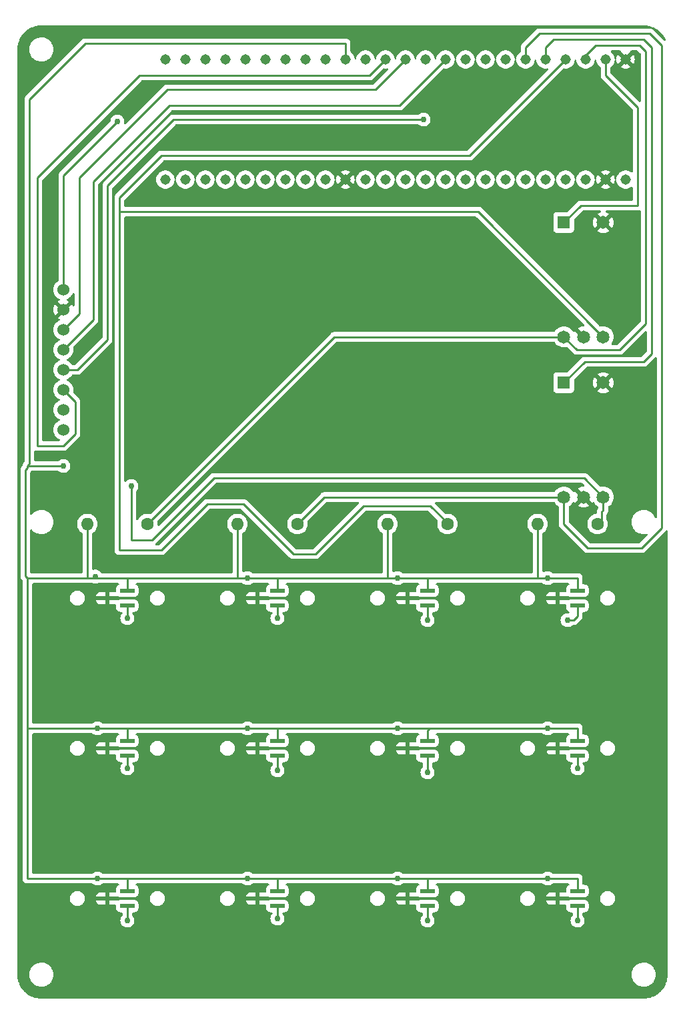
<source format=gbl>
%TF.GenerationSoftware,KiCad,Pcbnew,7.0.8*%
%TF.CreationDate,2024-07-17T11:45:19-04:00*%
%TF.ProjectId,analog-macropad,616e616c-6f67-42d6-9d61-63726f706164,v01*%
%TF.SameCoordinates,Original*%
%TF.FileFunction,Copper,L2,Bot*%
%TF.FilePolarity,Positive*%
%FSLAX46Y46*%
G04 Gerber Fmt 4.6, Leading zero omitted, Abs format (unit mm)*
G04 Created by KiCad (PCBNEW 7.0.8) date 2024-07-17 11:45:19*
%MOMM*%
%LPD*%
G01*
G04 APERTURE LIST*
G04 Aperture macros list*
%AMRoundRect*
0 Rectangle with rounded corners*
0 $1 Rounding radius*
0 $2 $3 $4 $5 $6 $7 $8 $9 X,Y pos of 4 corners*
0 Add a 4 corners polygon primitive as box body*
4,1,4,$2,$3,$4,$5,$6,$7,$8,$9,$2,$3,0*
0 Add four circle primitives for the rounded corners*
1,1,$1+$1,$2,$3*
1,1,$1+$1,$4,$5*
1,1,$1+$1,$6,$7*
1,1,$1+$1,$8,$9*
0 Add four rect primitives between the rounded corners*
20,1,$1+$1,$2,$3,$4,$5,0*
20,1,$1+$1,$4,$5,$6,$7,0*
20,1,$1+$1,$6,$7,$8,$9,0*
20,1,$1+$1,$8,$9,$2,$3,0*%
G04 Aperture macros list end*
%TA.AperFunction,ComponentPad*%
%ADD10C,1.650000*%
%TD*%
%TA.AperFunction,ComponentPad*%
%ADD11R,1.650000X1.650000*%
%TD*%
%TA.AperFunction,ComponentPad*%
%ADD12C,1.600000*%
%TD*%
%TA.AperFunction,ComponentPad*%
%ADD13O,1.600000X1.600000*%
%TD*%
%TA.AperFunction,SMDPad,CuDef*%
%ADD14RoundRect,0.073750X-0.840450X-0.221250X0.840450X-0.221250X0.840450X0.221250X-0.840450X0.221250X0*%
%TD*%
%TA.AperFunction,SMDPad,CuDef*%
%ADD15RoundRect,0.073750X-0.841450X-0.221250X0.841450X-0.221250X0.841450X0.221250X-0.841450X0.221250X0*%
%TD*%
%TA.AperFunction,ComponentPad*%
%ADD16C,1.308000*%
%TD*%
%TA.AperFunction,ComponentPad*%
%ADD17C,1.524000*%
%TD*%
%TA.AperFunction,ViaPad*%
%ADD18C,0.762000*%
%TD*%
%TA.AperFunction,Conductor*%
%ADD19C,0.254000*%
%TD*%
G04 APERTURE END LIST*
D10*
%TO.P,RS1,1,A*%
%TO.N,CLK1*%
X167680000Y-71508000D03*
%TO.P,RS1,2,C*%
%TO.N,GND*%
X170180000Y-71508000D03*
%TO.P,RS1,3,B*%
%TO.N,DT1*%
X172680000Y-71508000D03*
D11*
%TO.P,RS1,4,S1*%
%TO.N,SW1*%
X167680000Y-57008000D03*
D10*
%TO.P,RS1,5,S2*%
%TO.N,GND*%
X172680000Y-57008000D03*
%TD*%
D12*
%TO.P,10k,1*%
%TO.N,DT1*%
X152908000Y-95250000D03*
D13*
%TO.P,10k,2*%
%TO.N,3.3V*%
X145288000Y-95250000D03*
%TD*%
D14*
%TO.P,U8,1,VCC*%
%TO.N,3.3V*%
X150368200Y-103698000D03*
%TO.P,U8,2,VOUT*%
%TO.N,A3*%
X150368200Y-105598000D03*
D15*
%TO.P,U8,3,GND*%
%TO.N,GND*%
X147828800Y-104648000D03*
%TD*%
D14*
%TO.P,U13,1,VCC*%
%TO.N,3.3V*%
X169418200Y-141798000D03*
%TO.P,U13,2,VOUT*%
%TO.N,A8*%
X169418200Y-143698000D03*
D15*
%TO.P,U13,3,GND*%
%TO.N,GND*%
X166878800Y-142748000D03*
%TD*%
D14*
%TO.P,U7,1,VCC*%
%TO.N,3.3V*%
X131318200Y-141798000D03*
%TO.P,U7,2,VOUT*%
%TO.N,A2*%
X131318200Y-143698000D03*
D15*
%TO.P,U7,3,GND*%
%TO.N,GND*%
X128778800Y-142748000D03*
%TD*%
D10*
%TO.P,RS2,1,A*%
%TO.N,CLK2*%
X167680000Y-91828000D03*
%TO.P,RS2,2,C*%
%TO.N,GND*%
X170180000Y-91828000D03*
%TO.P,RS2,3,B*%
%TO.N,DT2*%
X172680000Y-91828000D03*
D11*
%TO.P,RS2,4,S1*%
%TO.N,SW2*%
X167680000Y-77328000D03*
D10*
%TO.P,RS2,5,S2*%
%TO.N,GND*%
X172680000Y-77328000D03*
%TD*%
D14*
%TO.P,U3,1,VCC*%
%TO.N,3.3V*%
X112268200Y-122748000D03*
%TO.P,U3,2,VOUT*%
%TO.N,A16*%
X112268200Y-124648000D03*
D15*
%TO.P,U3,3,GND*%
%TO.N,GND*%
X109728800Y-123698000D03*
%TD*%
D14*
%TO.P,U10,1,VCC*%
%TO.N,3.3V*%
X150368200Y-141798000D03*
%TO.P,U10,2,VOUT*%
%TO.N,A5*%
X150368200Y-143698000D03*
D15*
%TO.P,U10,3,GND*%
%TO.N,GND*%
X147828800Y-142748000D03*
%TD*%
D14*
%TO.P,U9,1,VCC*%
%TO.N,3.3V*%
X150368200Y-122748000D03*
%TO.P,U9,2,VOUT*%
%TO.N,A4*%
X150368200Y-124648000D03*
D15*
%TO.P,U9,3,GND*%
%TO.N,GND*%
X147828800Y-123698000D03*
%TD*%
D16*
%TO.P,U1,0,RX1*%
%TO.N,SW1*%
X172974000Y-36322000D03*
%TO.P,U1,1,TX1*%
%TO.N,CLK1*%
X170434000Y-36322000D03*
%TO.P,U1,2,OUT2*%
%TO.N,DT1*%
X167894000Y-36322000D03*
%TO.P,U1,3,LRCLK2*%
%TO.N,SW2*%
X165354000Y-36322000D03*
%TO.P,U1,3.3V_1,3.3V*%
%TO.N,3.3V*%
X139954000Y-36322000D03*
%TO.P,U1,3.3V_2,3.3V*%
%TO.N,unconnected-(U1-3.3V-Pad3.3V_2)*%
X170434000Y-51562000D03*
%TO.P,U1,4,BCLK2*%
%TO.N,CLK2*%
X162814000Y-36322000D03*
%TO.P,U1,5,IN2*%
%TO.N,DT2*%
X160274000Y-36322000D03*
%TO.P,U1,6,OUT1D*%
%TO.N,unconnected-(U1-OUT1D-Pad6)*%
X157734000Y-36322000D03*
%TO.P,U1,7,RX2*%
%TO.N,unconnected-(U1-RX2-Pad7)*%
X155194000Y-36322000D03*
%TO.P,U1,8,TX2*%
%TO.N,RST*%
X152654000Y-36322000D03*
%TO.P,U1,9,OUT1C*%
%TO.N,DC*%
X150114000Y-36322000D03*
%TO.P,U1,10,CS1*%
%TO.N,CS*%
X147574000Y-36322000D03*
%TO.P,U1,11,MOSI*%
%TO.N,SDA*%
X145034000Y-36322000D03*
%TO.P,U1,12,MISO*%
%TO.N,unconnected-(U1-MISO-Pad12)*%
X142494000Y-36322000D03*
%TO.P,U1,13,SCK*%
%TO.N,SCK*%
X142494000Y-51562000D03*
%TO.P,U1,14,A0*%
%TO.N,A0*%
X145034000Y-51562000D03*
%TO.P,U1,15,A1*%
%TO.N,A1*%
X147574000Y-51562000D03*
%TO.P,U1,16,A2*%
%TO.N,A2*%
X150114000Y-51562000D03*
%TO.P,U1,17,A3*%
%TO.N,A3*%
X152654000Y-51562000D03*
%TO.P,U1,18,A4*%
%TO.N,A4*%
X155194000Y-51562000D03*
%TO.P,U1,19,A5*%
%TO.N,A5*%
X157734000Y-51562000D03*
%TO.P,U1,20,A6*%
%TO.N,A6*%
X160274000Y-51562000D03*
%TO.P,U1,21,A7*%
%TO.N,A7*%
X162814000Y-51562000D03*
%TO.P,U1,22,A8*%
%TO.N,A8*%
X165354000Y-51562000D03*
%TO.P,U1,23,A9*%
%TO.N,unconnected-(U1-A9-Pad23)*%
X167894000Y-51562000D03*
%TO.P,U1,24,A10*%
%TO.N,unconnected-(U1-A10-Pad24)*%
X137414000Y-36322000D03*
%TO.P,U1,25,A11*%
%TO.N,unconnected-(U1-A11-Pad25)*%
X134874000Y-36322000D03*
%TO.P,U1,26,A12*%
%TO.N,unconnected-(U1-A12-Pad26)*%
X132334000Y-36322000D03*
%TO.P,U1,27,A13*%
%TO.N,unconnected-(U1-A13-Pad27)*%
X129794000Y-36322000D03*
%TO.P,U1,28,RX7*%
%TO.N,unconnected-(U1-RX7-Pad28)*%
X127254000Y-36322000D03*
%TO.P,U1,29,TX7*%
%TO.N,unconnected-(U1-TX7-Pad29)*%
X124714000Y-36322000D03*
%TO.P,U1,30,CRX3*%
%TO.N,unconnected-(U1-CRX3-Pad30)*%
X122174000Y-36322000D03*
%TO.P,U1,31,CTX3*%
%TO.N,unconnected-(U1-CTX3-Pad31)*%
X119634000Y-36322000D03*
%TO.P,U1,32,OUT1B*%
%TO.N,unconnected-(U1-OUT1B-Pad32)*%
X117094000Y-36322000D03*
%TO.P,U1,33,MCLK2*%
%TO.N,unconnected-(U1-MCLK2-Pad33)*%
X117094000Y-51562000D03*
%TO.P,U1,34,RX8*%
%TO.N,unconnected-(U1-RX8-Pad34)*%
X119634000Y-51562000D03*
%TO.P,U1,35,TX8*%
%TO.N,unconnected-(U1-TX8-Pad35)*%
X122174000Y-51562000D03*
%TO.P,U1,36,CS2*%
%TO.N,unconnected-(U1-CS2-Pad36)*%
X124714000Y-51562000D03*
%TO.P,U1,37,CS3*%
%TO.N,unconnected-(U1-CS3-Pad37)*%
X127254000Y-51562000D03*
%TO.P,U1,38,A14*%
%TO.N,unconnected-(U1-A14-Pad38)*%
X129794000Y-51562000D03*
%TO.P,U1,39,A15*%
%TO.N,A15*%
X132334000Y-51562000D03*
%TO.P,U1,40,A16*%
%TO.N,A16*%
X134874000Y-51562000D03*
%TO.P,U1,41,A17*%
%TO.N,A17*%
X137414000Y-51562000D03*
%TO.P,U1,GND1,GND*%
%TO.N,GND*%
X175514000Y-36322000D03*
%TO.P,U1,GND2,GND*%
X139954000Y-51562000D03*
%TO.P,U1,GND3,GND*%
X172974000Y-51562000D03*
%TO.P,U1,VIN,VIN*%
%TO.N,5V*%
X175514000Y-51562000D03*
%TD*%
D12*
%TO.P,10k,1*%
%TO.N,CLK1*%
X114808000Y-95250000D03*
D13*
%TO.P,10k,2*%
%TO.N,3.3V*%
X107188000Y-95250000D03*
%TD*%
D14*
%TO.P,U12,1,VCC*%
%TO.N,3.3V*%
X169418200Y-122748000D03*
%TO.P,U12,2,VOUT*%
%TO.N,A7*%
X169418200Y-124648000D03*
D15*
%TO.P,U12,3,GND*%
%TO.N,GND*%
X166878800Y-123698000D03*
%TD*%
D17*
%TO.P,U14,1,VCC*%
%TO.N,5V*%
X104140000Y-65532000D03*
%TO.P,U14,2,GND*%
%TO.N,GND*%
X104140000Y-68072000D03*
%TO.P,U14,3,CS_U1*%
%TO.N,CS*%
X104140000Y-70612000D03*
%TO.P,U14,4,RESET*%
%TO.N,RST*%
X104140000Y-73152000D03*
%TO.P,U14,5,AO*%
%TO.N,DC*%
X104140000Y-75692000D03*
%TO.P,U14,6,SDA*%
%TO.N,SDA*%
X104140000Y-78232000D03*
%TO.P,U14,7,SCK*%
%TO.N,SCK*%
X104140000Y-80772000D03*
%TO.P,U14,8,LED*%
%TO.N,3.3V*%
X104140000Y-83312000D03*
%TD*%
D12*
%TO.P,10k,1*%
%TO.N,CLK2*%
X133858000Y-95250000D03*
D13*
%TO.P,10k,2*%
%TO.N,3.3V*%
X126238000Y-95250000D03*
%TD*%
D14*
%TO.P,U2,1,VCC*%
%TO.N,3.3V*%
X112269200Y-103698000D03*
%TO.P,U2,2,VOUT*%
%TO.N,A15*%
X112269200Y-105598000D03*
D15*
%TO.P,U2,3,GND*%
%TO.N,GND*%
X109729800Y-104648000D03*
%TD*%
D14*
%TO.P,U4,1,VCC*%
%TO.N,3.3V*%
X112268200Y-141798000D03*
%TO.P,U4,2,VOUT*%
%TO.N,A17*%
X112268200Y-143698000D03*
D15*
%TO.P,U4,3,GND*%
%TO.N,GND*%
X109728800Y-142748000D03*
%TD*%
D14*
%TO.P,U6,1,VCC*%
%TO.N,3.3V*%
X131318200Y-122748000D03*
%TO.P,U6,2,VOUT*%
%TO.N,A1*%
X131318200Y-124648000D03*
D15*
%TO.P,U6,3,GND*%
%TO.N,GND*%
X128778800Y-123698000D03*
%TD*%
D12*
%TO.P,10k,1*%
%TO.N,DT2*%
X171958000Y-95250000D03*
D13*
%TO.P,10k,2*%
%TO.N,3.3V*%
X164338000Y-95250000D03*
%TD*%
D14*
%TO.P,U11,1,VCC*%
%TO.N,3.3V*%
X169418200Y-103698000D03*
%TO.P,U11,2,VOUT*%
%TO.N,A6*%
X169418200Y-105598000D03*
D15*
%TO.P,U11,3,GND*%
%TO.N,GND*%
X166878800Y-104648000D03*
%TD*%
D14*
%TO.P,U5,1,VCC*%
%TO.N,3.3V*%
X131318200Y-103698000D03*
%TO.P,U5,2,VOUT*%
%TO.N,A0*%
X131318200Y-105598000D03*
D15*
%TO.P,U5,3,GND*%
%TO.N,GND*%
X128778800Y-104648000D03*
%TD*%
D18*
%TO.N,3.3V*%
X146558000Y-102108000D03*
X104140000Y-87884000D03*
X146558000Y-140208000D03*
X165608000Y-102108000D03*
X165608000Y-140208000D03*
X108458000Y-140208000D03*
X127508000Y-121158000D03*
X108458000Y-121158000D03*
X146558000Y-121158000D03*
X108204000Y-101918000D03*
X165608000Y-121158000D03*
X127508000Y-102108000D03*
X127508000Y-140208000D03*
%TO.N,DT2*%
X112776000Y-90424000D03*
%TO.N,GND*%
X171450000Y-124206000D03*
%TO.N,5V*%
X110998000Y-44196000D03*
%TO.N,DC*%
X149860000Y-43942000D03*
%TO.N,A0*%
X131318000Y-107188000D03*
%TO.N,A1*%
X131318000Y-126492000D03*
%TO.N,A2*%
X131318000Y-145288000D03*
%TO.N,A3*%
X150368000Y-107442000D03*
%TO.N,A4*%
X150368000Y-126746000D03*
%TO.N,A5*%
X150368000Y-145542000D03*
%TO.N,A6*%
X168148000Y-107442000D03*
%TO.N,A7*%
X169418000Y-126238000D03*
%TO.N,A8*%
X169418000Y-145542000D03*
%TO.N,A15*%
X112268000Y-107188000D03*
%TO.N,A16*%
X112268000Y-126238000D03*
%TO.N,A17*%
X112268000Y-145542000D03*
%TD*%
D19*
%TO.N,CLK1*%
X167680000Y-71508000D02*
X138550000Y-71508000D01*
X178054000Y-69850000D02*
X178054000Y-35306000D01*
X170434000Y-35814000D02*
X170434000Y-36322000D01*
X178054000Y-35306000D02*
X177292000Y-34544000D01*
X171704000Y-34544000D02*
X170434000Y-35814000D01*
X174752000Y-73152000D02*
X178054000Y-69850000D01*
X138550000Y-71508000D02*
X114808000Y-95250000D01*
X169324000Y-73152000D02*
X174752000Y-73152000D01*
X177292000Y-34544000D02*
X171704000Y-34544000D01*
X167680000Y-71508000D02*
X169324000Y-73152000D01*
%TO.N,3.3V*%
X112269200Y-103698000D02*
X112269200Y-102109200D01*
X169418000Y-102108000D02*
X165608000Y-102108000D01*
X112268200Y-122748000D02*
X112268200Y-121158200D01*
X107188000Y-95250000D02*
X107188000Y-102108000D01*
X150368000Y-140208000D02*
X131318000Y-140208000D01*
X99822000Y-41402000D02*
X99822000Y-87630000D01*
X150368000Y-102108000D02*
X145288000Y-102108000D01*
X165608000Y-140208000D02*
X150368000Y-140208000D01*
X112268000Y-102108000D02*
X107188000Y-102108000D01*
X164338000Y-95250000D02*
X164338000Y-102108000D01*
X106934000Y-34290000D02*
X99822000Y-41402000D01*
X112268200Y-140208200D02*
X112268000Y-140208000D01*
X108458000Y-121158000D02*
X99568000Y-121158000D01*
X127508000Y-121158000D02*
X131318000Y-121158000D01*
X169418200Y-141798000D02*
X169418200Y-140208000D01*
X165608000Y-102108000D02*
X164338000Y-102108000D01*
X126238000Y-102108000D02*
X112268000Y-102108000D01*
X145288000Y-102108000D02*
X131318000Y-102108000D01*
X112268200Y-141798000D02*
X112268200Y-140208200D01*
X99568000Y-102362000D02*
X99568000Y-121158000D01*
X99314000Y-101854000D02*
X99568000Y-102108000D01*
X126238000Y-95250000D02*
X126238000Y-102108000D01*
X99568000Y-102108000D02*
X99568000Y-102362000D01*
X169418200Y-102108200D02*
X169418000Y-102108000D01*
X150622000Y-121158000D02*
X165608000Y-121158000D01*
X164338000Y-102108000D02*
X150368000Y-102108000D01*
X99822000Y-87630000D02*
X99568000Y-87884000D01*
X131318000Y-140208000D02*
X112522000Y-140208000D01*
X169418200Y-122748000D02*
X169418200Y-121158200D01*
X150368200Y-103698000D02*
X150368200Y-102108200D01*
X169418200Y-140208000D02*
X165608000Y-140208000D01*
X112268200Y-121158200D02*
X112268000Y-121158000D01*
X112522000Y-140208000D02*
X99568000Y-140208000D01*
X145288000Y-95250000D02*
X145288000Y-102108000D01*
X131318000Y-121158000D02*
X146558000Y-121158000D01*
X99568000Y-87884000D02*
X99568000Y-88138000D01*
X131318200Y-122748000D02*
X131318200Y-121158200D01*
X131318200Y-141798000D02*
X131318200Y-140208200D01*
X131318000Y-102108000D02*
X126238000Y-102108000D01*
X131318200Y-121158200D02*
X131318000Y-121158000D01*
X150368200Y-140208200D02*
X150368000Y-140208000D01*
X99568000Y-140208000D02*
X99568000Y-121158000D01*
X139954000Y-36322000D02*
X139954000Y-34290000D01*
X139954000Y-34290000D02*
X106934000Y-34290000D01*
X131318200Y-102108200D02*
X131318000Y-102108000D01*
X107188000Y-102108000D02*
X99568000Y-102108000D01*
X112269200Y-102109200D02*
X112268000Y-102108000D01*
X150368200Y-121411800D02*
X150622000Y-121158000D01*
X169418200Y-103698000D02*
X169418200Y-102108200D01*
X131318200Y-103698000D02*
X131318200Y-102108200D01*
X150368200Y-102108200D02*
X150368000Y-102108000D01*
X169418000Y-121158000D02*
X165608000Y-121158000D01*
X146558000Y-121158000D02*
X150622000Y-121158000D01*
X99568000Y-88138000D02*
X99314000Y-88392000D01*
X131318200Y-140208200D02*
X131318000Y-140208000D01*
X99314000Y-88392000D02*
X99314000Y-101854000D01*
X112268000Y-121158000D02*
X108458000Y-121158000D01*
X127508000Y-121158000D02*
X112268000Y-121158000D01*
X169418200Y-121158200D02*
X169418000Y-121158000D01*
X150368200Y-141798000D02*
X150368200Y-140208200D01*
X150368200Y-122748000D02*
X150368200Y-121411800D01*
X104140000Y-87884000D02*
X99568000Y-87884000D01*
%TO.N,CLK2*%
X162814000Y-34798000D02*
X162814000Y-36322000D01*
X180086000Y-34544000D02*
X178562000Y-33020000D01*
X137280000Y-91828000D02*
X167680000Y-91828000D01*
X164592000Y-33020000D02*
X162814000Y-34798000D01*
X180086000Y-95758000D02*
X180086000Y-34544000D01*
X177546000Y-98298000D02*
X180086000Y-95758000D01*
X167680000Y-95210000D02*
X167640000Y-95250000D01*
X133858000Y-95250000D02*
X137280000Y-91828000D01*
X167680000Y-91828000D02*
X167680000Y-95210000D01*
X167640000Y-95250000D02*
X170688000Y-98298000D01*
X178562000Y-33020000D02*
X164592000Y-33020000D01*
X170688000Y-98298000D02*
X177546000Y-98298000D01*
%TO.N,DT1*%
X156798000Y-55626000D02*
X111252000Y-55626000D01*
X155702000Y-48514000D02*
X167894000Y-36322000D01*
X111252000Y-53848000D02*
X116586000Y-48514000D01*
X111252000Y-55626000D02*
X111252000Y-98552000D01*
X127000000Y-92710000D02*
X133350000Y-99060000D01*
X111252000Y-55626000D02*
X111252000Y-53848000D01*
X152908000Y-95123000D02*
X152908000Y-95250000D01*
X150749000Y-92964000D02*
X152908000Y-95123000D01*
X142240000Y-92964000D02*
X150749000Y-92964000D01*
X116586000Y-98552000D02*
X122428000Y-92710000D01*
X133350000Y-99060000D02*
X136144000Y-99060000D01*
X111252000Y-98552000D02*
X116586000Y-98552000D01*
X136144000Y-99060000D02*
X142240000Y-92964000D01*
X172680000Y-71508000D02*
X156798000Y-55626000D01*
X116586000Y-48514000D02*
X155702000Y-48514000D01*
X122428000Y-92710000D02*
X127000000Y-92710000D01*
%TO.N,DT2*%
X123259537Y-89408000D02*
X115385537Y-97282000D01*
X172466000Y-94742000D02*
X172466000Y-93726000D01*
X171958000Y-95250000D02*
X172466000Y-94742000D01*
X170260000Y-89408000D02*
X123259537Y-89408000D01*
X115385537Y-97282000D02*
X112776000Y-97282000D01*
X172466000Y-93726000D02*
X172680000Y-93512000D01*
X172680000Y-93512000D02*
X172680000Y-91828000D01*
X112776000Y-97282000D02*
X112776000Y-90424000D01*
X172680000Y-91828000D02*
X170260000Y-89408000D01*
%TO.N,GND*%
X169672000Y-128270000D02*
X162306800Y-128270000D01*
X162306800Y-126999200D02*
X162306800Y-128270000D01*
X171450000Y-124206000D02*
X171450000Y-126492000D01*
X171450000Y-126492000D02*
X169672000Y-128270000D01*
X162306800Y-128270000D02*
X147828000Y-128270000D01*
X147828000Y-128270000D02*
X147828800Y-128269200D01*
X147828800Y-128269200D02*
X147828800Y-123698000D01*
X166878800Y-123698000D02*
X165608000Y-123698000D01*
X165608000Y-123698000D02*
X162306800Y-126999200D01*
%TO.N,SW1*%
X172974000Y-38354000D02*
X172974000Y-36322000D01*
X169824000Y-54864000D02*
X177038000Y-54864000D01*
X177038000Y-54864000D02*
X177038000Y-42418000D01*
X167680000Y-57008000D02*
X169824000Y-54864000D01*
X177038000Y-42418000D02*
X172974000Y-38354000D01*
%TO.N,SW2*%
X170332000Y-74676000D02*
X177800000Y-74676000D01*
X178816000Y-73660000D02*
X178816000Y-34798000D01*
X178816000Y-34798000D02*
X177800000Y-33782000D01*
X177800000Y-74676000D02*
X178816000Y-73660000D01*
X167680000Y-77328000D02*
X167822000Y-77470000D01*
X166370000Y-33782000D02*
X165354000Y-34798000D01*
X167822000Y-77470000D02*
X167894000Y-77470000D01*
X177800000Y-33782000D02*
X166370000Y-33782000D01*
X165354000Y-34798000D02*
X165354000Y-36322000D01*
X167680000Y-77328000D02*
X170332000Y-74676000D01*
%TO.N,5V*%
X104140000Y-65532000D02*
X104140000Y-51054000D01*
X104140000Y-51054000D02*
X110998000Y-44196000D01*
%TO.N,RST*%
X146812000Y-42164000D02*
X117602000Y-42164000D01*
X117602000Y-42164000D02*
X107950000Y-51816000D01*
X107950000Y-51816000D02*
X107950000Y-69342000D01*
X152654000Y-36322000D02*
X146812000Y-42164000D01*
X107950000Y-69342000D02*
X104140000Y-73152000D01*
%TO.N,DC*%
X109728000Y-52324000D02*
X118110000Y-43942000D01*
X109728000Y-71882000D02*
X109728000Y-52324000D01*
X105918000Y-75692000D02*
X109728000Y-71882000D01*
X118110000Y-43942000D02*
X149860000Y-43942000D01*
X104140000Y-75692000D02*
X105918000Y-75692000D01*
%TO.N,CS*%
X106172000Y-51308000D02*
X117348000Y-40132000D01*
X117348000Y-40132000D02*
X143764000Y-40132000D01*
X104140000Y-70612000D02*
X106172000Y-68580000D01*
X106172000Y-68580000D02*
X106172000Y-51308000D01*
X143764000Y-40132000D02*
X147574000Y-36322000D01*
%TO.N,A0*%
X131318200Y-107187800D02*
X131318000Y-107188000D01*
X131318200Y-105598000D02*
X131318200Y-107187800D01*
%TO.N,A1*%
X131318200Y-124648000D02*
X131318200Y-126491800D01*
X131318200Y-126491800D02*
X131318000Y-126492000D01*
%TO.N,A2*%
X131318200Y-143698000D02*
X131318200Y-145287800D01*
X131318200Y-145287800D02*
X131318000Y-145288000D01*
%TO.N,A3*%
X150368200Y-105598000D02*
X150368200Y-107441800D01*
X150368200Y-107441800D02*
X150368000Y-107442000D01*
%TO.N,A4*%
X150368200Y-126745800D02*
X150368000Y-126746000D01*
X150368200Y-124648000D02*
X150368200Y-126745800D01*
%TO.N,A5*%
X150368200Y-145541800D02*
X150368000Y-145542000D01*
X150368200Y-143698000D02*
X150368200Y-145541800D01*
%TO.N,A6*%
X169418200Y-106933800D02*
X169418200Y-105598000D01*
X168148000Y-107442000D02*
X168910000Y-107442000D01*
X168910000Y-107442000D02*
X169418200Y-106933800D01*
%TO.N,A7*%
X169418200Y-126237800D02*
X169418000Y-126238000D01*
X169418200Y-124648000D02*
X169418200Y-126237800D01*
%TO.N,A8*%
X169418200Y-145541800D02*
X169418000Y-145542000D01*
X169418200Y-143698000D02*
X169418200Y-145541800D01*
%TO.N,SDA*%
X113792000Y-38354000D02*
X143002000Y-38354000D01*
X104140000Y-85344000D02*
X100838000Y-85344000D01*
X100838000Y-85344000D02*
X100838000Y-51308000D01*
X104140000Y-78232000D02*
X105664000Y-79756000D01*
X143002000Y-38354000D02*
X145034000Y-36322000D01*
X105664000Y-79756000D02*
X105664000Y-83820000D01*
X100838000Y-51308000D02*
X113792000Y-38354000D01*
X105664000Y-83820000D02*
X104140000Y-85344000D01*
%TO.N,A15*%
X112269200Y-107186800D02*
X112268000Y-107188000D01*
X112269200Y-105598000D02*
X112269200Y-107186800D01*
%TO.N,A16*%
X112268200Y-126237800D02*
X112268000Y-126238000D01*
X112268200Y-124648000D02*
X112268200Y-126237800D01*
%TO.N,A17*%
X112268200Y-145541800D02*
X112268000Y-145542000D01*
X112268200Y-143698000D02*
X112268200Y-145541800D01*
%TD*%
%TA.AperFunction,Conductor*%
%TO.N,GND*%
G36*
X177748139Y-32004501D02*
G01*
X177798377Y-32004501D01*
X177801619Y-32004585D01*
X177933289Y-32011486D01*
X178122235Y-32022097D01*
X178128428Y-32022759D01*
X178208110Y-32035380D01*
X178282472Y-32047159D01*
X178350142Y-32058655D01*
X178448540Y-32075374D01*
X178454155Y-32076601D01*
X178609033Y-32118100D01*
X178767086Y-32163634D01*
X178772118Y-32165321D01*
X178791134Y-32172621D01*
X178846666Y-32215023D01*
X178861855Y-32256962D01*
X178872740Y-32247144D01*
X178941686Y-32235820D01*
X178973948Y-32244325D01*
X179074207Y-32285854D01*
X179078611Y-32287884D01*
X179224136Y-32362033D01*
X179366254Y-32440579D01*
X179370032Y-32442846D01*
X179507600Y-32532182D01*
X179639865Y-32626029D01*
X179642989Y-32628399D01*
X179769660Y-32730976D01*
X179771956Y-32732929D01*
X179891779Y-32840008D01*
X179894306Y-32842398D01*
X180009600Y-32957692D01*
X180011990Y-32960219D01*
X180119069Y-33080042D01*
X180121022Y-33082338D01*
X180223599Y-33209009D01*
X180225982Y-33212150D01*
X180319817Y-33344399D01*
X180409152Y-33481966D01*
X180411419Y-33485744D01*
X180489966Y-33627863D01*
X180564114Y-33773387D01*
X180566153Y-33777810D01*
X180581390Y-33814596D01*
X180588859Y-33884065D01*
X180557583Y-33946544D01*
X180497494Y-33982196D01*
X180427669Y-33979702D01*
X180379148Y-33949729D01*
X179064376Y-32634957D01*
X179054531Y-32622668D01*
X179054313Y-32622849D01*
X179049340Y-32616838D01*
X179028438Y-32597210D01*
X178998741Y-32569322D01*
X178988268Y-32558849D01*
X178977797Y-32548377D01*
X178972296Y-32544111D01*
X178967848Y-32540312D01*
X178933768Y-32508308D01*
X178933763Y-32508304D01*
X178916122Y-32498606D01*
X178899857Y-32487922D01*
X178883962Y-32475592D01*
X178877249Y-32472687D01*
X178823541Y-32427997D01*
X178811898Y-32391091D01*
X178805084Y-32397778D01*
X178736672Y-32411979D01*
X178727310Y-32410860D01*
X178692287Y-32405313D01*
X178686563Y-32404128D01*
X178641279Y-32392500D01*
X178641272Y-32392500D01*
X178621142Y-32392500D01*
X178601743Y-32390973D01*
X178581868Y-32387825D01*
X178581867Y-32387825D01*
X178535321Y-32392225D01*
X178529483Y-32392500D01*
X164674967Y-32392500D01*
X164659318Y-32390772D01*
X164659292Y-32391054D01*
X164651524Y-32390319D01*
X164582141Y-32392500D01*
X164552522Y-32392500D01*
X164545618Y-32393371D01*
X164539800Y-32393829D01*
X164493060Y-32395298D01*
X164493054Y-32395299D01*
X164473719Y-32400916D01*
X164454680Y-32404859D01*
X164434715Y-32407382D01*
X164434701Y-32407385D01*
X164391235Y-32424594D01*
X164385710Y-32426485D01*
X164340809Y-32439531D01*
X164340806Y-32439533D01*
X164323480Y-32449779D01*
X164306010Y-32458337D01*
X164287298Y-32465745D01*
X164249463Y-32493233D01*
X164244580Y-32496440D01*
X164204346Y-32520234D01*
X164190106Y-32534474D01*
X164175320Y-32547102D01*
X164159033Y-32558936D01*
X164159032Y-32558936D01*
X164129227Y-32594963D01*
X164125295Y-32599285D01*
X162428953Y-34295626D01*
X162416669Y-34305469D01*
X162416849Y-34305687D01*
X162410838Y-34310659D01*
X162363322Y-34361258D01*
X162342375Y-34382205D01*
X162338106Y-34387709D01*
X162334315Y-34392147D01*
X162302308Y-34426230D01*
X162302305Y-34426234D01*
X162292606Y-34443877D01*
X162281928Y-34460133D01*
X162269594Y-34476034D01*
X162269589Y-34476042D01*
X162251025Y-34518943D01*
X162248454Y-34524191D01*
X162225927Y-34565167D01*
X162220920Y-34584668D01*
X162214621Y-34603064D01*
X162207893Y-34618612D01*
X162206625Y-34621544D01*
X162206624Y-34621546D01*
X162199312Y-34667716D01*
X162198127Y-34673438D01*
X162186500Y-34718723D01*
X162186500Y-34738858D01*
X162184973Y-34758257D01*
X162181825Y-34778131D01*
X162186225Y-34824677D01*
X162186500Y-34830515D01*
X162186500Y-35283575D01*
X162166815Y-35350614D01*
X162127780Y-35389001D01*
X162115275Y-35396743D01*
X161957160Y-35540884D01*
X161828219Y-35711629D01*
X161732849Y-35903158D01*
X161732846Y-35903164D01*
X161674296Y-36108949D01*
X161674295Y-36108952D01*
X161667471Y-36182604D01*
X161641685Y-36247542D01*
X161584884Y-36288229D01*
X161515103Y-36291749D01*
X161454497Y-36256984D01*
X161422307Y-36194971D01*
X161420529Y-36182604D01*
X161413704Y-36108952D01*
X161413703Y-36108949D01*
X161355153Y-35903164D01*
X161355150Y-35903158D01*
X161300881Y-35794171D01*
X161259781Y-35711630D01*
X161130841Y-35540886D01*
X160972722Y-35396742D01*
X160972716Y-35396738D01*
X160972713Y-35396736D01*
X160790813Y-35284108D01*
X160790807Y-35284106D01*
X160591297Y-35206815D01*
X160380980Y-35167500D01*
X160167020Y-35167500D01*
X159956703Y-35206815D01*
X159868645Y-35240929D01*
X159757192Y-35284106D01*
X159757186Y-35284108D01*
X159575286Y-35396736D01*
X159575283Y-35396738D01*
X159575279Y-35396740D01*
X159575278Y-35396742D01*
X159429539Y-35529600D01*
X159417158Y-35540887D01*
X159288219Y-35711629D01*
X159192849Y-35903158D01*
X159192846Y-35903164D01*
X159134296Y-36108949D01*
X159134295Y-36108952D01*
X159127471Y-36182604D01*
X159101685Y-36247542D01*
X159044884Y-36288229D01*
X158975103Y-36291749D01*
X158914497Y-36256984D01*
X158882307Y-36194971D01*
X158880529Y-36182604D01*
X158873704Y-36108952D01*
X158873703Y-36108949D01*
X158815153Y-35903164D01*
X158815150Y-35903158D01*
X158760881Y-35794171D01*
X158719781Y-35711630D01*
X158590841Y-35540886D01*
X158432722Y-35396742D01*
X158432716Y-35396738D01*
X158432713Y-35396736D01*
X158250813Y-35284108D01*
X158250807Y-35284106D01*
X158051297Y-35206815D01*
X157840980Y-35167500D01*
X157627020Y-35167500D01*
X157416703Y-35206815D01*
X157328645Y-35240929D01*
X157217192Y-35284106D01*
X157217186Y-35284108D01*
X157035286Y-35396736D01*
X157035283Y-35396738D01*
X157035279Y-35396740D01*
X157035278Y-35396742D01*
X156889539Y-35529600D01*
X156877158Y-35540887D01*
X156748219Y-35711629D01*
X156652849Y-35903158D01*
X156652846Y-35903164D01*
X156594296Y-36108949D01*
X156594295Y-36108952D01*
X156587471Y-36182604D01*
X156561685Y-36247542D01*
X156504884Y-36288229D01*
X156435103Y-36291749D01*
X156374497Y-36256984D01*
X156342307Y-36194971D01*
X156340529Y-36182604D01*
X156333704Y-36108952D01*
X156333703Y-36108949D01*
X156275153Y-35903164D01*
X156275150Y-35903158D01*
X156220881Y-35794171D01*
X156179781Y-35711630D01*
X156050841Y-35540886D01*
X155892722Y-35396742D01*
X155892716Y-35396738D01*
X155892713Y-35396736D01*
X155710813Y-35284108D01*
X155710807Y-35284106D01*
X155511297Y-35206815D01*
X155300980Y-35167500D01*
X155087020Y-35167500D01*
X154876703Y-35206815D01*
X154788645Y-35240929D01*
X154677192Y-35284106D01*
X154677186Y-35284108D01*
X154495286Y-35396736D01*
X154495283Y-35396738D01*
X154495279Y-35396740D01*
X154495278Y-35396742D01*
X154349539Y-35529600D01*
X154337158Y-35540887D01*
X154208219Y-35711629D01*
X154112849Y-35903158D01*
X154112846Y-35903164D01*
X154054296Y-36108949D01*
X154054295Y-36108952D01*
X154047471Y-36182604D01*
X154021685Y-36247542D01*
X153964884Y-36288229D01*
X153895103Y-36291749D01*
X153834497Y-36256984D01*
X153802307Y-36194971D01*
X153800529Y-36182604D01*
X153793704Y-36108952D01*
X153793703Y-36108949D01*
X153735153Y-35903164D01*
X153735150Y-35903158D01*
X153680881Y-35794171D01*
X153639781Y-35711630D01*
X153510841Y-35540886D01*
X153352722Y-35396742D01*
X153352716Y-35396738D01*
X153352713Y-35396736D01*
X153170813Y-35284108D01*
X153170807Y-35284106D01*
X152971297Y-35206815D01*
X152760980Y-35167500D01*
X152547020Y-35167500D01*
X152336703Y-35206815D01*
X152248645Y-35240929D01*
X152137192Y-35284106D01*
X152137186Y-35284108D01*
X151955286Y-35396736D01*
X151955283Y-35396738D01*
X151955279Y-35396740D01*
X151955278Y-35396742D01*
X151809539Y-35529600D01*
X151797158Y-35540887D01*
X151668219Y-35711629D01*
X151572849Y-35903158D01*
X151572846Y-35903164D01*
X151514296Y-36108949D01*
X151514295Y-36108952D01*
X151507471Y-36182604D01*
X151481685Y-36247542D01*
X151424884Y-36288229D01*
X151355103Y-36291749D01*
X151294497Y-36256984D01*
X151262307Y-36194971D01*
X151260529Y-36182604D01*
X151253704Y-36108952D01*
X151253703Y-36108949D01*
X151195153Y-35903164D01*
X151195150Y-35903158D01*
X151140881Y-35794171D01*
X151099781Y-35711630D01*
X150970841Y-35540886D01*
X150812722Y-35396742D01*
X150812716Y-35396738D01*
X150812713Y-35396736D01*
X150630813Y-35284108D01*
X150630807Y-35284106D01*
X150431297Y-35206815D01*
X150220980Y-35167500D01*
X150007020Y-35167500D01*
X149796703Y-35206815D01*
X149708645Y-35240929D01*
X149597192Y-35284106D01*
X149597186Y-35284108D01*
X149415286Y-35396736D01*
X149415283Y-35396738D01*
X149415279Y-35396740D01*
X149415278Y-35396742D01*
X149269539Y-35529600D01*
X149257158Y-35540887D01*
X149128219Y-35711629D01*
X149032849Y-35903158D01*
X149032846Y-35903164D01*
X148974296Y-36108949D01*
X148974295Y-36108952D01*
X148967471Y-36182604D01*
X148941685Y-36247542D01*
X148884884Y-36288229D01*
X148815103Y-36291749D01*
X148754497Y-36256984D01*
X148722307Y-36194971D01*
X148720529Y-36182604D01*
X148713704Y-36108952D01*
X148713703Y-36108949D01*
X148655153Y-35903164D01*
X148655150Y-35903158D01*
X148600881Y-35794171D01*
X148559781Y-35711630D01*
X148430841Y-35540886D01*
X148272722Y-35396742D01*
X148272716Y-35396738D01*
X148272713Y-35396736D01*
X148090813Y-35284108D01*
X148090807Y-35284106D01*
X147891297Y-35206815D01*
X147680980Y-35167500D01*
X147467020Y-35167500D01*
X147256703Y-35206815D01*
X147168645Y-35240929D01*
X147057192Y-35284106D01*
X147057186Y-35284108D01*
X146875286Y-35396736D01*
X146875283Y-35396738D01*
X146875279Y-35396740D01*
X146875278Y-35396742D01*
X146729539Y-35529600D01*
X146717158Y-35540887D01*
X146588219Y-35711629D01*
X146492849Y-35903158D01*
X146492846Y-35903164D01*
X146434296Y-36108949D01*
X146434295Y-36108952D01*
X146427471Y-36182604D01*
X146401685Y-36247542D01*
X146344884Y-36288229D01*
X146275103Y-36291749D01*
X146214497Y-36256984D01*
X146182307Y-36194971D01*
X146180529Y-36182604D01*
X146173704Y-36108952D01*
X146173703Y-36108949D01*
X146115153Y-35903164D01*
X146115150Y-35903158D01*
X146060881Y-35794171D01*
X146019781Y-35711630D01*
X145890841Y-35540886D01*
X145732722Y-35396742D01*
X145732716Y-35396738D01*
X145732713Y-35396736D01*
X145550813Y-35284108D01*
X145550807Y-35284106D01*
X145351297Y-35206815D01*
X145140980Y-35167500D01*
X144927020Y-35167500D01*
X144716703Y-35206815D01*
X144628645Y-35240929D01*
X144517192Y-35284106D01*
X144517186Y-35284108D01*
X144335286Y-35396736D01*
X144335283Y-35396738D01*
X144335279Y-35396740D01*
X144335278Y-35396742D01*
X144189539Y-35529600D01*
X144177158Y-35540887D01*
X144048219Y-35711629D01*
X143952849Y-35903158D01*
X143952846Y-35903164D01*
X143894296Y-36108949D01*
X143894295Y-36108952D01*
X143887471Y-36182604D01*
X143861685Y-36247542D01*
X143804884Y-36288229D01*
X143735103Y-36291749D01*
X143674497Y-36256984D01*
X143642307Y-36194971D01*
X143640529Y-36182604D01*
X143633704Y-36108952D01*
X143633703Y-36108949D01*
X143575153Y-35903164D01*
X143575150Y-35903158D01*
X143520881Y-35794171D01*
X143479781Y-35711630D01*
X143350841Y-35540886D01*
X143192722Y-35396742D01*
X143192716Y-35396738D01*
X143192713Y-35396736D01*
X143010813Y-35284108D01*
X143010807Y-35284106D01*
X142811297Y-35206815D01*
X142600980Y-35167500D01*
X142387020Y-35167500D01*
X142176703Y-35206815D01*
X142088645Y-35240929D01*
X141977192Y-35284106D01*
X141977186Y-35284108D01*
X141795286Y-35396736D01*
X141795283Y-35396738D01*
X141795279Y-35396740D01*
X141795278Y-35396742D01*
X141649539Y-35529600D01*
X141637158Y-35540887D01*
X141508219Y-35711629D01*
X141412849Y-35903158D01*
X141412846Y-35903164D01*
X141354296Y-36108949D01*
X141354295Y-36108952D01*
X141347471Y-36182604D01*
X141321685Y-36247542D01*
X141264884Y-36288229D01*
X141195103Y-36291749D01*
X141134497Y-36256984D01*
X141102307Y-36194971D01*
X141100529Y-36182604D01*
X141093704Y-36108952D01*
X141093703Y-36108949D01*
X141035153Y-35903164D01*
X141035150Y-35903158D01*
X140980881Y-35794171D01*
X140939781Y-35711630D01*
X140810841Y-35540886D01*
X140792926Y-35524554D01*
X140652724Y-35396743D01*
X140640220Y-35389001D01*
X140593586Y-35336972D01*
X140581500Y-35283575D01*
X140581500Y-34361036D01*
X140583696Y-34337803D01*
X140583836Y-34337063D01*
X140585239Y-34329714D01*
X140581621Y-34272212D01*
X140581500Y-34268340D01*
X140581500Y-34250531D01*
X140581500Y-34250524D01*
X140579264Y-34232828D01*
X140578902Y-34229003D01*
X140575284Y-34171484D01*
X140572736Y-34163645D01*
X140567646Y-34140866D01*
X140566616Y-34132707D01*
X140545408Y-34079142D01*
X140544088Y-34075475D01*
X140526291Y-34020700D01*
X140521882Y-34013753D01*
X140511282Y-33992949D01*
X140508253Y-33985298D01*
X140508253Y-33985297D01*
X140474390Y-33938689D01*
X140472212Y-33935485D01*
X140441340Y-33886838D01*
X140435341Y-33881204D01*
X140419901Y-33863693D01*
X140415063Y-33857033D01*
X140370675Y-33820312D01*
X140367768Y-33817748D01*
X140325768Y-33778308D01*
X140325767Y-33778307D01*
X140318544Y-33774336D01*
X140299247Y-33761221D01*
X140292906Y-33755976D01*
X140292903Y-33755973D01*
X140240794Y-33731453D01*
X140237322Y-33729684D01*
X140200667Y-33709533D01*
X140186834Y-33701928D01*
X140186833Y-33701927D01*
X140186832Y-33701927D01*
X140178852Y-33699878D01*
X140156898Y-33691974D01*
X140149448Y-33688468D01*
X140149444Y-33688467D01*
X140092857Y-33677672D01*
X140089072Y-33676827D01*
X140068502Y-33671545D01*
X140033276Y-33662500D01*
X140033272Y-33662500D01*
X140025038Y-33662500D01*
X140001802Y-33660303D01*
X139993722Y-33658761D01*
X139993712Y-33658761D01*
X139984770Y-33659323D01*
X139936212Y-33662378D01*
X139932340Y-33662500D01*
X107016967Y-33662500D01*
X107001318Y-33660772D01*
X107001292Y-33661054D01*
X106993524Y-33660319D01*
X106924140Y-33662500D01*
X106894522Y-33662500D01*
X106887618Y-33663371D01*
X106881800Y-33663829D01*
X106835057Y-33665298D01*
X106815713Y-33670918D01*
X106796669Y-33674862D01*
X106793709Y-33675235D01*
X106776707Y-33677384D01*
X106776703Y-33677385D01*
X106776700Y-33677386D01*
X106733235Y-33694594D01*
X106727710Y-33696485D01*
X106682809Y-33709531D01*
X106682806Y-33709533D01*
X106665480Y-33719779D01*
X106648010Y-33728337D01*
X106629298Y-33735745D01*
X106591463Y-33763233D01*
X106586580Y-33766440D01*
X106546346Y-33790234D01*
X106532106Y-33804474D01*
X106517320Y-33817102D01*
X106501033Y-33828936D01*
X106501032Y-33828936D01*
X106471227Y-33864963D01*
X106467295Y-33869285D01*
X99436953Y-40899626D01*
X99424669Y-40909469D01*
X99424849Y-40909687D01*
X99418838Y-40914659D01*
X99371322Y-40965258D01*
X99350375Y-40986205D01*
X99346106Y-40991709D01*
X99342315Y-40996147D01*
X99310308Y-41030230D01*
X99310305Y-41030234D01*
X99300606Y-41047877D01*
X99289928Y-41064133D01*
X99277594Y-41080034D01*
X99277589Y-41080042D01*
X99259025Y-41122943D01*
X99256454Y-41128191D01*
X99233927Y-41169167D01*
X99228920Y-41188668D01*
X99222621Y-41207064D01*
X99215893Y-41222612D01*
X99214625Y-41225544D01*
X99214624Y-41225546D01*
X99207312Y-41271716D01*
X99206127Y-41277438D01*
X99194500Y-41322723D01*
X99194500Y-41342858D01*
X99192973Y-41362257D01*
X99189825Y-41382131D01*
X99194225Y-41428677D01*
X99194500Y-41434515D01*
X99194500Y-87315977D01*
X99174815Y-87383016D01*
X99160870Y-87400884D01*
X99159176Y-87402687D01*
X99141697Y-87418094D01*
X99135035Y-87422934D01*
X99105232Y-87458957D01*
X99101308Y-87463271D01*
X99096378Y-87468202D01*
X99096371Y-87468210D01*
X99092107Y-87473707D01*
X99088315Y-87478147D01*
X99056309Y-87512229D01*
X99056306Y-87512233D01*
X99052332Y-87519462D01*
X99039227Y-87538746D01*
X99033971Y-87545099D01*
X99029793Y-87551684D01*
X99029557Y-87551534D01*
X99027320Y-87555185D01*
X99027560Y-87555327D01*
X99023592Y-87562036D01*
X99005025Y-87604943D01*
X99002454Y-87610190D01*
X98979928Y-87651163D01*
X98979926Y-87651168D01*
X98977876Y-87659153D01*
X98969979Y-87681089D01*
X98966470Y-87688547D01*
X98964059Y-87695968D01*
X98963792Y-87695881D01*
X98962532Y-87699974D01*
X98962802Y-87700053D01*
X98960625Y-87707545D01*
X98953312Y-87753716D01*
X98952127Y-87759437D01*
X98940500Y-87804723D01*
X98940500Y-87812963D01*
X98938303Y-87836201D01*
X98935666Y-87850023D01*
X98904255Y-87911669D01*
X98884545Y-87932657D01*
X98863322Y-87955258D01*
X98842378Y-87976203D01*
X98842375Y-87976205D01*
X98838106Y-87981709D01*
X98834315Y-87986147D01*
X98802308Y-88020230D01*
X98802305Y-88020234D01*
X98792606Y-88037877D01*
X98781928Y-88054133D01*
X98769594Y-88070034D01*
X98769589Y-88070042D01*
X98751025Y-88112943D01*
X98748454Y-88118191D01*
X98725927Y-88159167D01*
X98720920Y-88178668D01*
X98714621Y-88197064D01*
X98707893Y-88212612D01*
X98706625Y-88215544D01*
X98706624Y-88215546D01*
X98699312Y-88261716D01*
X98698127Y-88267438D01*
X98686500Y-88312723D01*
X98686500Y-88332858D01*
X98684973Y-88352257D01*
X98681825Y-88372131D01*
X98686225Y-88418677D01*
X98686500Y-88424515D01*
X98686500Y-101771032D01*
X98684772Y-101786681D01*
X98685054Y-101786708D01*
X98684319Y-101794475D01*
X98686500Y-101863859D01*
X98686500Y-101893477D01*
X98687371Y-101900380D01*
X98687829Y-101906199D01*
X98689298Y-101952942D01*
X98692755Y-101964841D01*
X98694656Y-101971383D01*
X98694916Y-101972275D01*
X98698862Y-101991329D01*
X98701383Y-102011287D01*
X98701386Y-102011299D01*
X98718595Y-102054765D01*
X98720487Y-102060293D01*
X98733530Y-102105187D01*
X98733530Y-102105188D01*
X98743777Y-102122515D01*
X98752335Y-102139985D01*
X98759745Y-102158701D01*
X98787229Y-102196529D01*
X98790437Y-102201413D01*
X98814234Y-102241652D01*
X98814240Y-102241660D01*
X98828469Y-102255888D01*
X98841109Y-102270687D01*
X98852934Y-102286964D01*
X98852936Y-102286965D01*
X98852937Y-102286967D01*
X98888957Y-102316765D01*
X98893268Y-102320687D01*
X98904181Y-102331600D01*
X98937666Y-102392923D01*
X98940500Y-102419281D01*
X98940500Y-121086961D01*
X98938304Y-121110196D01*
X98936761Y-121118283D01*
X98936761Y-121118286D01*
X98940378Y-121175786D01*
X98940500Y-121179659D01*
X98940500Y-140136961D01*
X98938304Y-140160196D01*
X98936761Y-140168283D01*
X98936761Y-140168286D01*
X98940378Y-140225786D01*
X98940500Y-140229659D01*
X98940500Y-140247484D01*
X98942733Y-140265159D01*
X98943099Y-140269034D01*
X98946716Y-140326518D01*
X98949261Y-140334350D01*
X98954351Y-140357119D01*
X98955384Y-140365293D01*
X98955385Y-140365297D01*
X98955386Y-140365299D01*
X98976592Y-140418862D01*
X98977911Y-140422525D01*
X98995709Y-140477300D01*
X99000121Y-140484252D01*
X99010713Y-140505041D01*
X99013747Y-140512704D01*
X99047608Y-140559310D01*
X99049798Y-140562531D01*
X99080659Y-140611161D01*
X99086661Y-140616797D01*
X99102098Y-140634307D01*
X99106937Y-140640968D01*
X99151317Y-140677682D01*
X99154238Y-140680258D01*
X99188717Y-140712635D01*
X99196233Y-140719693D01*
X99203451Y-140723661D01*
X99222758Y-140736782D01*
X99229094Y-140742024D01*
X99229095Y-140742024D01*
X99229097Y-140742026D01*
X99280361Y-140766149D01*
X99281203Y-140766545D01*
X99284674Y-140768314D01*
X99303495Y-140778660D01*
X99335166Y-140796072D01*
X99343137Y-140798118D01*
X99365105Y-140806027D01*
X99372551Y-140809531D01*
X99429147Y-140820326D01*
X99432892Y-140821163D01*
X99488728Y-140835500D01*
X99496962Y-140835500D01*
X99520198Y-140837697D01*
X99528277Y-140839238D01*
X99528281Y-140839238D01*
X99528286Y-140839239D01*
X99585787Y-140835621D01*
X99589660Y-140835500D01*
X107782672Y-140835500D01*
X107849711Y-140855185D01*
X107862183Y-140864708D01*
X107864911Y-140866690D01*
X107864912Y-140866691D01*
X107998746Y-140963927D01*
X108014822Y-140975607D01*
X108184095Y-141050973D01*
X108184098Y-141050973D01*
X108184101Y-141050975D01*
X108365351Y-141089500D01*
X108550649Y-141089500D01*
X108731899Y-141050975D01*
X108731902Y-141050973D01*
X108731904Y-141050973D01*
X108788922Y-141025586D01*
X108901178Y-140975607D01*
X109051088Y-140866691D01*
X109051089Y-140866689D01*
X109056345Y-140862871D01*
X109057209Y-140864061D01*
X109113347Y-140837120D01*
X109133328Y-140835500D01*
X111093309Y-140835500D01*
X111160348Y-140855185D01*
X111206103Y-140907989D01*
X111216047Y-140977147D01*
X111187022Y-141040703D01*
X111145098Y-141070933D01*
X111145184Y-141071081D01*
X111143727Y-141071921D01*
X111140761Y-141074061D01*
X111138149Y-141075142D01*
X111018190Y-141167190D01*
X110926142Y-141287149D01*
X110868282Y-141426837D01*
X110868281Y-141426841D01*
X110853500Y-141539105D01*
X110853500Y-141843945D01*
X110833815Y-141910984D01*
X110781011Y-141956739D01*
X110713314Y-141966884D01*
X110607863Y-141953000D01*
X109978800Y-141953000D01*
X109978800Y-142498000D01*
X111066268Y-142498000D01*
X111130985Y-142517003D01*
X111131107Y-142516792D01*
X111131977Y-142517294D01*
X111133307Y-142517685D01*
X111136304Y-142519792D01*
X111138146Y-142520856D01*
X111214545Y-142552501D01*
X111277841Y-142578719D01*
X111390113Y-142593500D01*
X113146286Y-142593499D01*
X113146288Y-142593499D01*
X113258551Y-142578720D01*
X113258550Y-142578720D01*
X113258559Y-142578719D01*
X113398253Y-142520856D01*
X113518210Y-142428810D01*
X113610256Y-142308853D01*
X113668119Y-142169159D01*
X113682900Y-142056887D01*
X113682899Y-141539114D01*
X113668119Y-141426841D01*
X113610256Y-141287147D01*
X113518210Y-141167190D01*
X113398253Y-141075144D01*
X113398252Y-141075143D01*
X113398250Y-141075142D01*
X113395639Y-141074061D01*
X113393772Y-141072556D01*
X113391216Y-141071081D01*
X113391446Y-141070682D01*
X113341235Y-141030221D01*
X113319170Y-140963927D01*
X113336449Y-140896227D01*
X113387586Y-140848616D01*
X113443091Y-140835500D01*
X126832672Y-140835500D01*
X126899711Y-140855185D01*
X126912183Y-140864708D01*
X126914911Y-140866690D01*
X126914912Y-140866691D01*
X127048746Y-140963927D01*
X127064822Y-140975607D01*
X127234095Y-141050973D01*
X127234098Y-141050973D01*
X127234101Y-141050975D01*
X127415351Y-141089500D01*
X127600649Y-141089500D01*
X127781899Y-141050975D01*
X127781902Y-141050973D01*
X127781904Y-141050973D01*
X127838922Y-141025586D01*
X127951178Y-140975607D01*
X128101088Y-140866691D01*
X128101089Y-140866689D01*
X128106345Y-140862871D01*
X128107209Y-140864061D01*
X128163347Y-140837120D01*
X128183328Y-140835500D01*
X130143309Y-140835500D01*
X130210348Y-140855185D01*
X130256103Y-140907989D01*
X130266047Y-140977147D01*
X130237022Y-141040703D01*
X130195098Y-141070933D01*
X130195184Y-141071081D01*
X130193727Y-141071921D01*
X130190761Y-141074061D01*
X130188149Y-141075142D01*
X130068190Y-141167190D01*
X129976142Y-141287149D01*
X129918282Y-141426837D01*
X129918281Y-141426841D01*
X129903500Y-141539105D01*
X129903500Y-141843945D01*
X129883815Y-141910984D01*
X129831011Y-141956739D01*
X129763314Y-141966884D01*
X129657863Y-141953000D01*
X129028800Y-141953000D01*
X129028800Y-142498000D01*
X130116268Y-142498000D01*
X130180985Y-142517003D01*
X130181107Y-142516792D01*
X130181977Y-142517294D01*
X130183307Y-142517685D01*
X130186304Y-142519792D01*
X130188146Y-142520856D01*
X130264545Y-142552501D01*
X130327841Y-142578719D01*
X130440113Y-142593500D01*
X132196286Y-142593499D01*
X132196288Y-142593499D01*
X132308551Y-142578720D01*
X132308550Y-142578720D01*
X132308559Y-142578719D01*
X132448253Y-142520856D01*
X132568210Y-142428810D01*
X132660256Y-142308853D01*
X132718119Y-142169159D01*
X132732900Y-142056887D01*
X132732899Y-141539114D01*
X132718119Y-141426841D01*
X132660256Y-141287147D01*
X132568210Y-141167190D01*
X132448253Y-141075144D01*
X132448252Y-141075143D01*
X132448250Y-141075142D01*
X132445639Y-141074061D01*
X132443772Y-141072556D01*
X132441216Y-141071081D01*
X132441446Y-141070682D01*
X132391235Y-141030221D01*
X132369170Y-140963927D01*
X132386449Y-140896227D01*
X132437586Y-140848616D01*
X132493091Y-140835500D01*
X145882672Y-140835500D01*
X145949711Y-140855185D01*
X145962183Y-140864708D01*
X145964911Y-140866690D01*
X145964912Y-140866691D01*
X146098746Y-140963927D01*
X146114822Y-140975607D01*
X146284095Y-141050973D01*
X146284098Y-141050973D01*
X146284101Y-141050975D01*
X146465351Y-141089500D01*
X146650649Y-141089500D01*
X146831899Y-141050975D01*
X146831902Y-141050973D01*
X146831904Y-141050973D01*
X146888922Y-141025586D01*
X147001178Y-140975607D01*
X147151088Y-140866691D01*
X147151089Y-140866689D01*
X147156345Y-140862871D01*
X147157209Y-140864061D01*
X147213347Y-140837120D01*
X147233328Y-140835500D01*
X149193309Y-140835500D01*
X149260348Y-140855185D01*
X149306103Y-140907989D01*
X149316047Y-140977147D01*
X149287022Y-141040703D01*
X149245098Y-141070933D01*
X149245184Y-141071081D01*
X149243727Y-141071921D01*
X149240761Y-141074061D01*
X149238149Y-141075142D01*
X149118190Y-141167190D01*
X149026142Y-141287149D01*
X148968282Y-141426837D01*
X148968281Y-141426841D01*
X148953500Y-141539105D01*
X148953500Y-141843945D01*
X148933815Y-141910984D01*
X148881011Y-141956739D01*
X148813314Y-141966884D01*
X148707863Y-141953000D01*
X148078800Y-141953000D01*
X148078800Y-142498000D01*
X149166268Y-142498000D01*
X149230985Y-142517003D01*
X149231107Y-142516792D01*
X149231977Y-142517294D01*
X149233307Y-142517685D01*
X149236304Y-142519792D01*
X149238146Y-142520856D01*
X149314545Y-142552501D01*
X149377841Y-142578719D01*
X149490113Y-142593500D01*
X151246286Y-142593499D01*
X151246288Y-142593499D01*
X151358551Y-142578720D01*
X151358550Y-142578720D01*
X151358559Y-142578719D01*
X151498253Y-142520856D01*
X151618210Y-142428810D01*
X151710256Y-142308853D01*
X151768119Y-142169159D01*
X151782900Y-142056887D01*
X151782899Y-141539114D01*
X151768119Y-141426841D01*
X151710256Y-141287147D01*
X151618210Y-141167190D01*
X151498253Y-141075144D01*
X151498252Y-141075143D01*
X151498250Y-141075142D01*
X151495639Y-141074061D01*
X151493772Y-141072556D01*
X151491216Y-141071081D01*
X151491446Y-141070682D01*
X151441235Y-141030221D01*
X151419170Y-140963927D01*
X151436449Y-140896227D01*
X151487586Y-140848616D01*
X151543091Y-140835500D01*
X164932672Y-140835500D01*
X164999711Y-140855185D01*
X165012183Y-140864708D01*
X165014911Y-140866690D01*
X165014912Y-140866691D01*
X165148746Y-140963927D01*
X165164822Y-140975607D01*
X165334095Y-141050973D01*
X165334098Y-141050973D01*
X165334101Y-141050975D01*
X165515351Y-141089500D01*
X165700649Y-141089500D01*
X165881899Y-141050975D01*
X165881902Y-141050973D01*
X165881904Y-141050973D01*
X165938922Y-141025586D01*
X166051178Y-140975607D01*
X166201088Y-140866691D01*
X166201089Y-140866689D01*
X166206345Y-140862871D01*
X166207209Y-140864061D01*
X166263347Y-140837120D01*
X166283328Y-140835500D01*
X168243309Y-140835500D01*
X168310348Y-140855185D01*
X168356103Y-140907989D01*
X168366047Y-140977147D01*
X168337022Y-141040703D01*
X168295098Y-141070933D01*
X168295184Y-141071081D01*
X168293727Y-141071921D01*
X168290761Y-141074061D01*
X168288149Y-141075142D01*
X168168190Y-141167190D01*
X168076142Y-141287149D01*
X168018282Y-141426837D01*
X168018281Y-141426841D01*
X168003500Y-141539105D01*
X168003500Y-141843945D01*
X167983815Y-141910984D01*
X167931011Y-141956739D01*
X167863314Y-141966884D01*
X167757863Y-141953000D01*
X167128800Y-141953000D01*
X167128800Y-142498000D01*
X168216268Y-142498000D01*
X168280985Y-142517003D01*
X168281107Y-142516792D01*
X168281977Y-142517294D01*
X168283307Y-142517685D01*
X168286304Y-142519792D01*
X168288146Y-142520856D01*
X168364545Y-142552501D01*
X168427841Y-142578719D01*
X168540113Y-142593500D01*
X170296286Y-142593499D01*
X170296288Y-142593499D01*
X170408551Y-142578720D01*
X170408550Y-142578720D01*
X170408559Y-142578719D01*
X170548253Y-142520856D01*
X170668210Y-142428810D01*
X170760256Y-142308853D01*
X170818119Y-142169159D01*
X170832900Y-142056887D01*
X170832899Y-141539114D01*
X170818119Y-141426841D01*
X170760256Y-141287147D01*
X170668210Y-141167190D01*
X170548253Y-141075144D01*
X170548252Y-141075143D01*
X170548250Y-141075142D01*
X170408562Y-141017282D01*
X170408560Y-141017281D01*
X170408559Y-141017281D01*
X170394525Y-141015433D01*
X170296294Y-141002500D01*
X170296287Y-141002500D01*
X170169700Y-141002500D01*
X170102661Y-140982815D01*
X170056906Y-140930011D01*
X170045700Y-140878500D01*
X170045700Y-140279036D01*
X170047896Y-140255803D01*
X170048036Y-140255063D01*
X170049439Y-140247714D01*
X170045821Y-140190212D01*
X170045700Y-140186340D01*
X170045700Y-140168531D01*
X170045700Y-140168524D01*
X170043464Y-140150828D01*
X170043102Y-140147003D01*
X170039484Y-140089484D01*
X170036936Y-140081645D01*
X170031846Y-140058866D01*
X170030816Y-140050707D01*
X170009608Y-139997142D01*
X170008288Y-139993475D01*
X169990491Y-139938700D01*
X169986082Y-139931753D01*
X169975482Y-139910949D01*
X169972453Y-139903298D01*
X169972453Y-139903297D01*
X169938590Y-139856689D01*
X169936412Y-139853485D01*
X169905540Y-139804838D01*
X169899541Y-139799204D01*
X169884101Y-139781693D01*
X169879263Y-139775033D01*
X169834875Y-139738312D01*
X169831968Y-139735748D01*
X169789968Y-139696308D01*
X169789967Y-139696307D01*
X169782744Y-139692336D01*
X169763447Y-139679221D01*
X169757106Y-139673976D01*
X169757103Y-139673973D01*
X169704994Y-139649453D01*
X169701522Y-139647684D01*
X169651032Y-139619927D01*
X169643052Y-139617878D01*
X169621098Y-139609974D01*
X169613648Y-139606468D01*
X169613644Y-139606467D01*
X169557057Y-139595672D01*
X169553272Y-139594827D01*
X169532702Y-139589545D01*
X169497476Y-139580500D01*
X169497472Y-139580500D01*
X169489238Y-139580500D01*
X169466002Y-139578303D01*
X169457922Y-139576761D01*
X169457912Y-139576761D01*
X169448970Y-139577323D01*
X169400412Y-139580378D01*
X169396540Y-139580500D01*
X166283328Y-139580500D01*
X166216289Y-139560815D01*
X166203816Y-139551291D01*
X166051177Y-139440392D01*
X165881904Y-139365026D01*
X165881896Y-139365024D01*
X165700649Y-139326500D01*
X165515351Y-139326500D01*
X165334103Y-139365024D01*
X165334095Y-139365026D01*
X165164822Y-139440392D01*
X165071754Y-139508011D01*
X165014912Y-139549309D01*
X165014910Y-139549310D01*
X165009655Y-139553129D01*
X165008790Y-139551938D01*
X164952653Y-139578880D01*
X164932672Y-139580500D01*
X150438189Y-139580500D01*
X150414955Y-139578304D01*
X150407914Y-139576960D01*
X150400131Y-139576471D01*
X150400153Y-139576107D01*
X150395664Y-139575895D01*
X150395659Y-139576070D01*
X150387867Y-139575825D01*
X150387866Y-139575825D01*
X150341321Y-139580225D01*
X150335483Y-139580500D01*
X147233328Y-139580500D01*
X147166289Y-139560815D01*
X147153816Y-139551291D01*
X147001177Y-139440392D01*
X146831904Y-139365026D01*
X146831896Y-139365024D01*
X146650649Y-139326500D01*
X146465351Y-139326500D01*
X146284103Y-139365024D01*
X146284095Y-139365026D01*
X146114822Y-139440392D01*
X146021754Y-139508011D01*
X145964912Y-139549309D01*
X145964910Y-139549310D01*
X145959655Y-139553129D01*
X145958790Y-139551938D01*
X145902653Y-139578880D01*
X145882672Y-139580500D01*
X131388189Y-139580500D01*
X131364955Y-139578304D01*
X131357914Y-139576960D01*
X131350131Y-139576471D01*
X131350153Y-139576107D01*
X131345664Y-139575895D01*
X131345659Y-139576070D01*
X131337867Y-139575825D01*
X131337866Y-139575825D01*
X131291321Y-139580225D01*
X131285483Y-139580500D01*
X128183328Y-139580500D01*
X128116289Y-139560815D01*
X128103816Y-139551291D01*
X127951177Y-139440392D01*
X127781904Y-139365026D01*
X127781896Y-139365024D01*
X127600649Y-139326500D01*
X127415351Y-139326500D01*
X127234103Y-139365024D01*
X127234095Y-139365026D01*
X127064822Y-139440392D01*
X126971754Y-139508011D01*
X126914912Y-139549309D01*
X126914910Y-139549310D01*
X126909655Y-139553129D01*
X126908790Y-139551938D01*
X126852653Y-139578880D01*
X126832672Y-139580500D01*
X112338189Y-139580500D01*
X112314955Y-139578304D01*
X112307914Y-139576960D01*
X112300131Y-139576471D01*
X112300153Y-139576107D01*
X112295664Y-139575895D01*
X112295659Y-139576070D01*
X112287867Y-139575825D01*
X112287866Y-139575825D01*
X112241321Y-139580225D01*
X112235483Y-139580500D01*
X109133328Y-139580500D01*
X109066289Y-139560815D01*
X109053816Y-139551291D01*
X108901177Y-139440392D01*
X108731904Y-139365026D01*
X108731896Y-139365024D01*
X108550649Y-139326500D01*
X108365351Y-139326500D01*
X108184103Y-139365024D01*
X108184095Y-139365026D01*
X108014822Y-139440392D01*
X107921754Y-139508011D01*
X107864912Y-139549309D01*
X107864910Y-139549310D01*
X107859655Y-139553129D01*
X107858790Y-139551938D01*
X107802653Y-139578880D01*
X107782672Y-139580500D01*
X100319500Y-139580500D01*
X100252461Y-139560815D01*
X100206706Y-139508011D01*
X100195500Y-139456500D01*
X100195500Y-123698000D01*
X104956399Y-123698000D01*
X104974875Y-123885595D01*
X104974875Y-123885597D01*
X104974876Y-123885599D01*
X105028943Y-124063834D01*
X105029599Y-124065994D01*
X105118456Y-124232235D01*
X105118458Y-124232237D01*
X105238044Y-124377955D01*
X105383762Y-124497541D01*
X105383764Y-124497543D01*
X105456198Y-124536259D01*
X105550011Y-124586403D01*
X105579557Y-124595365D01*
X105583087Y-124596554D01*
X105584950Y-124597244D01*
X105584954Y-124597245D01*
X105584956Y-124597246D01*
X105590414Y-124598659D01*
X105730401Y-124641124D01*
X105759576Y-124643997D01*
X105766520Y-124645239D01*
X105766569Y-124644926D01*
X105772781Y-124645878D01*
X105772787Y-124645878D01*
X105772790Y-124645879D01*
X105783504Y-124646422D01*
X105786325Y-124646632D01*
X105918000Y-124659601D01*
X105951405Y-124656310D01*
X105960278Y-124656100D01*
X105960275Y-124656026D01*
X105966561Y-124655706D01*
X105966569Y-124655707D01*
X105981189Y-124653467D01*
X105984475Y-124653053D01*
X106105599Y-124641124D01*
X106141867Y-124630122D01*
X106156672Y-124626762D01*
X106158355Y-124626325D01*
X106158360Y-124626325D01*
X106174640Y-124620295D01*
X106178105Y-124619129D01*
X106285989Y-124586403D01*
X106327033Y-124564464D01*
X106334705Y-124561013D01*
X106340310Y-124558938D01*
X106356271Y-124548989D01*
X106359780Y-124546961D01*
X106452237Y-124497542D01*
X106491517Y-124465305D01*
X106498047Y-124460620D01*
X106504971Y-124456305D01*
X106519090Y-124442883D01*
X106522377Y-124439979D01*
X106597955Y-124377955D01*
X106632999Y-124335253D01*
X106638177Y-124329683D01*
X106645602Y-124322626D01*
X106656731Y-124306635D01*
X106659635Y-124302797D01*
X106717542Y-124232237D01*
X106745713Y-124179530D01*
X106749493Y-124173359D01*
X106756444Y-124163374D01*
X106763934Y-124145918D01*
X106766203Y-124141196D01*
X106806403Y-124065989D01*
X106825108Y-124004326D01*
X106827449Y-123997913D01*
X106832960Y-123985071D01*
X106836612Y-123967299D01*
X106838004Y-123961812D01*
X106842194Y-123948000D01*
X108313600Y-123948000D01*
X108313600Y-123956863D01*
X108328368Y-124069028D01*
X108328369Y-124069032D01*
X108386178Y-124208598D01*
X108478147Y-124328452D01*
X108598001Y-124420421D01*
X108737567Y-124478230D01*
X108737571Y-124478231D01*
X108849736Y-124492999D01*
X108849751Y-124493000D01*
X109478800Y-124493000D01*
X109978800Y-124493000D01*
X110607849Y-124493000D01*
X110607861Y-124492999D01*
X110713313Y-124479115D01*
X110782349Y-124489880D01*
X110834605Y-124536259D01*
X110853500Y-124602054D01*
X110853500Y-124906888D01*
X110868279Y-125019151D01*
X110868282Y-125019162D01*
X110926142Y-125158850D01*
X110926143Y-125158852D01*
X110926144Y-125158853D01*
X111018190Y-125278810D01*
X111138147Y-125370856D01*
X111277841Y-125428719D01*
X111390113Y-125443500D01*
X111516700Y-125443499D01*
X111583739Y-125463183D01*
X111629494Y-125515987D01*
X111640700Y-125567499D01*
X111640700Y-125569705D01*
X111621015Y-125636744D01*
X111608850Y-125652677D01*
X111550926Y-125717007D01*
X111550921Y-125717014D01*
X111458274Y-125877485D01*
X111401014Y-126053711D01*
X111401013Y-126053713D01*
X111381644Y-126238000D01*
X111401013Y-126422286D01*
X111401014Y-126422288D01*
X111458274Y-126598514D01*
X111503175Y-126676284D01*
X111550923Y-126758987D01*
X111594112Y-126806954D01*
X111674906Y-126896686D01*
X111674909Y-126896688D01*
X111674912Y-126896691D01*
X111824822Y-127005607D01*
X111994095Y-127080973D01*
X111994098Y-127080973D01*
X111994101Y-127080975D01*
X112175351Y-127119500D01*
X112360649Y-127119500D01*
X112541899Y-127080975D01*
X112541902Y-127080973D01*
X112541904Y-127080973D01*
X112598922Y-127055586D01*
X112711178Y-127005607D01*
X112861088Y-126896691D01*
X112985077Y-126758987D01*
X113077726Y-126598513D01*
X113134987Y-126422284D01*
X113154356Y-126238000D01*
X113134987Y-126053716D01*
X113077726Y-125877487D01*
X113074157Y-125871305D01*
X112985079Y-125717016D01*
X112985078Y-125717014D01*
X112985077Y-125717013D01*
X112927550Y-125653122D01*
X112897320Y-125590130D01*
X112895700Y-125570150D01*
X112895700Y-125567499D01*
X112915385Y-125500460D01*
X112968189Y-125454705D01*
X113019700Y-125443499D01*
X113146288Y-125443499D01*
X113258551Y-125428720D01*
X113258550Y-125428720D01*
X113258559Y-125428719D01*
X113398253Y-125370856D01*
X113518210Y-125278810D01*
X113610256Y-125158853D01*
X113668119Y-125019159D01*
X113682900Y-124906887D01*
X113682899Y-124389114D01*
X113675811Y-124335275D01*
X113668120Y-124276848D01*
X113668119Y-124276847D01*
X113668119Y-124276841D01*
X113627819Y-124179547D01*
X113610257Y-124137149D01*
X113610256Y-124137148D01*
X113610256Y-124137147D01*
X113518210Y-124017190D01*
X113398253Y-123925144D01*
X113398252Y-123925143D01*
X113398250Y-123925142D01*
X113258562Y-123867282D01*
X113258560Y-123867281D01*
X113258559Y-123867281D01*
X113146287Y-123852500D01*
X111390111Y-123852500D01*
X111277848Y-123867279D01*
X111277837Y-123867282D01*
X111138146Y-123925143D01*
X111131107Y-123929208D01*
X111129824Y-123926987D01*
X111076586Y-123947570D01*
X111066268Y-123948000D01*
X109978800Y-123948000D01*
X109978800Y-124493000D01*
X109478800Y-124493000D01*
X109478800Y-123948000D01*
X108313600Y-123948000D01*
X106842194Y-123948000D01*
X106861124Y-123885599D01*
X106867915Y-123816646D01*
X106868877Y-123810295D01*
X106872018Y-123795014D01*
X106872642Y-123770324D01*
X106872920Y-123765831D01*
X106879601Y-123698000D01*
X115116399Y-123698000D01*
X115134875Y-123885595D01*
X115134875Y-123885597D01*
X115134876Y-123885599D01*
X115188943Y-124063834D01*
X115189599Y-124065994D01*
X115278456Y-124232235D01*
X115278458Y-124232237D01*
X115398044Y-124377955D01*
X115543762Y-124497541D01*
X115543764Y-124497543D01*
X115616198Y-124536259D01*
X115710011Y-124586403D01*
X115739557Y-124595365D01*
X115743087Y-124596554D01*
X115744950Y-124597244D01*
X115744954Y-124597245D01*
X115744956Y-124597246D01*
X115750414Y-124598659D01*
X115890401Y-124641124D01*
X115919576Y-124643997D01*
X115926520Y-124645239D01*
X115926569Y-124644926D01*
X115932781Y-124645878D01*
X115932787Y-124645878D01*
X115932790Y-124645879D01*
X115943504Y-124646422D01*
X115946325Y-124646632D01*
X116078000Y-124659601D01*
X116111405Y-124656310D01*
X116120278Y-124656100D01*
X116120275Y-124656026D01*
X116126561Y-124655706D01*
X116126569Y-124655707D01*
X116141189Y-124653467D01*
X116144475Y-124653053D01*
X116265599Y-124641124D01*
X116301867Y-124630122D01*
X116316672Y-124626762D01*
X116318355Y-124626325D01*
X116318360Y-124626325D01*
X116334640Y-124620295D01*
X116338105Y-124619129D01*
X116445989Y-124586403D01*
X116487033Y-124564464D01*
X116494705Y-124561013D01*
X116500310Y-124558938D01*
X116516271Y-124548989D01*
X116519780Y-124546961D01*
X116612237Y-124497542D01*
X116651517Y-124465305D01*
X116658047Y-124460620D01*
X116664971Y-124456305D01*
X116679090Y-124442883D01*
X116682377Y-124439979D01*
X116757955Y-124377955D01*
X116792999Y-124335253D01*
X116798177Y-124329683D01*
X116805602Y-124322626D01*
X116816731Y-124306635D01*
X116819635Y-124302797D01*
X116877542Y-124232237D01*
X116905713Y-124179530D01*
X116909493Y-124173359D01*
X116916444Y-124163374D01*
X116923934Y-124145918D01*
X116926203Y-124141196D01*
X116966403Y-124065989D01*
X116985108Y-124004326D01*
X116987449Y-123997913D01*
X116992960Y-123985071D01*
X116996612Y-123967299D01*
X116998004Y-123961812D01*
X117021124Y-123885599D01*
X117027915Y-123816646D01*
X117028877Y-123810295D01*
X117032018Y-123795014D01*
X117032642Y-123770324D01*
X117032920Y-123765831D01*
X117039601Y-123698000D01*
X124006399Y-123698000D01*
X124024875Y-123885595D01*
X124024875Y-123885597D01*
X124024876Y-123885599D01*
X124078943Y-124063834D01*
X124079599Y-124065994D01*
X124168456Y-124232235D01*
X124168458Y-124232237D01*
X124288044Y-124377955D01*
X124433762Y-124497541D01*
X124433764Y-124497543D01*
X124506198Y-124536259D01*
X124600011Y-124586403D01*
X124629557Y-124595365D01*
X124633087Y-124596554D01*
X124634950Y-124597244D01*
X124634954Y-124597245D01*
X124634956Y-124597246D01*
X124640414Y-124598659D01*
X124780401Y-124641124D01*
X124809576Y-124643997D01*
X124816520Y-124645239D01*
X124816569Y-124644926D01*
X124822781Y-124645878D01*
X124822787Y-124645878D01*
X124822790Y-124645879D01*
X124833504Y-124646422D01*
X124836325Y-124646632D01*
X124968000Y-124659601D01*
X125001405Y-124656310D01*
X125010278Y-124656100D01*
X125010275Y-124656026D01*
X125016561Y-124655706D01*
X125016569Y-124655707D01*
X125031189Y-124653467D01*
X125034475Y-124653053D01*
X125155599Y-124641124D01*
X125191867Y-124630122D01*
X125206672Y-124626762D01*
X125208355Y-124626325D01*
X125208360Y-124626325D01*
X125224640Y-124620295D01*
X125228105Y-124619129D01*
X125335989Y-124586403D01*
X125377033Y-124564464D01*
X125384705Y-124561013D01*
X125390310Y-124558938D01*
X125406271Y-124548989D01*
X125409780Y-124546961D01*
X125502237Y-124497542D01*
X125541517Y-124465305D01*
X125548047Y-124460620D01*
X125554971Y-124456305D01*
X125569090Y-124442883D01*
X125572377Y-124439979D01*
X125647955Y-124377955D01*
X125682999Y-124335253D01*
X125688177Y-124329683D01*
X125695602Y-124322626D01*
X125706731Y-124306635D01*
X125709635Y-124302797D01*
X125767542Y-124232237D01*
X125795713Y-124179530D01*
X125799493Y-124173359D01*
X125806444Y-124163374D01*
X125813934Y-124145918D01*
X125816203Y-124141196D01*
X125856403Y-124065989D01*
X125875108Y-124004326D01*
X125877449Y-123997913D01*
X125882960Y-123985071D01*
X125886612Y-123967299D01*
X125888004Y-123961812D01*
X125892194Y-123948000D01*
X127363600Y-123948000D01*
X127363600Y-123956863D01*
X127378368Y-124069028D01*
X127378369Y-124069032D01*
X127436178Y-124208598D01*
X127528147Y-124328452D01*
X127648001Y-124420421D01*
X127787567Y-124478230D01*
X127787571Y-124478231D01*
X127899736Y-124492999D01*
X127899751Y-124493000D01*
X128528800Y-124493000D01*
X129028800Y-124493000D01*
X129657849Y-124493000D01*
X129657861Y-124492999D01*
X129763313Y-124479115D01*
X129832349Y-124489880D01*
X129884605Y-124536259D01*
X129903500Y-124602054D01*
X129903500Y-124906888D01*
X129918279Y-125019151D01*
X129918282Y-125019162D01*
X129976142Y-125158850D01*
X129976143Y-125158852D01*
X129976144Y-125158853D01*
X130068190Y-125278810D01*
X130188147Y-125370856D01*
X130327841Y-125428719D01*
X130440113Y-125443500D01*
X130566700Y-125443499D01*
X130633739Y-125463183D01*
X130679494Y-125515987D01*
X130690700Y-125567499D01*
X130690700Y-125823705D01*
X130671015Y-125890744D01*
X130658850Y-125906677D01*
X130600926Y-125971007D01*
X130600921Y-125971014D01*
X130508274Y-126131485D01*
X130451014Y-126307711D01*
X130451013Y-126307713D01*
X130431644Y-126492000D01*
X130451013Y-126676286D01*
X130451014Y-126676288D01*
X130508274Y-126852514D01*
X130533777Y-126896686D01*
X130600923Y-127012987D01*
X130644112Y-127060954D01*
X130724906Y-127150686D01*
X130724909Y-127150688D01*
X130724912Y-127150691D01*
X130874822Y-127259607D01*
X131044095Y-127334973D01*
X131044098Y-127334973D01*
X131044101Y-127334975D01*
X131225351Y-127373500D01*
X131410649Y-127373500D01*
X131591899Y-127334975D01*
X131591902Y-127334973D01*
X131591904Y-127334973D01*
X131648922Y-127309586D01*
X131761178Y-127259607D01*
X131911088Y-127150691D01*
X132035077Y-127012987D01*
X132127726Y-126852513D01*
X132184987Y-126676284D01*
X132204356Y-126492000D01*
X132184987Y-126307716D01*
X132127726Y-126131487D01*
X132124157Y-126125305D01*
X132035079Y-125971016D01*
X132035078Y-125971014D01*
X132035077Y-125971013D01*
X131977550Y-125907122D01*
X131947320Y-125844130D01*
X131945700Y-125824150D01*
X131945700Y-125567499D01*
X131965385Y-125500460D01*
X132018189Y-125454705D01*
X132069700Y-125443499D01*
X132196288Y-125443499D01*
X132308551Y-125428720D01*
X132308550Y-125428720D01*
X132308559Y-125428719D01*
X132448253Y-125370856D01*
X132568210Y-125278810D01*
X132660256Y-125158853D01*
X132718119Y-125019159D01*
X132732900Y-124906887D01*
X132732899Y-124389114D01*
X132725811Y-124335275D01*
X132718120Y-124276848D01*
X132718119Y-124276847D01*
X132718119Y-124276841D01*
X132677819Y-124179547D01*
X132660257Y-124137149D01*
X132660256Y-124137148D01*
X132660256Y-124137147D01*
X132568210Y-124017190D01*
X132448253Y-123925144D01*
X132448252Y-123925143D01*
X132448250Y-123925142D01*
X132308562Y-123867282D01*
X132308560Y-123867281D01*
X132308559Y-123867281D01*
X132196287Y-123852500D01*
X130440111Y-123852500D01*
X130327848Y-123867279D01*
X130327837Y-123867282D01*
X130188146Y-123925143D01*
X130181107Y-123929208D01*
X130179824Y-123926987D01*
X130126586Y-123947570D01*
X130116268Y-123948000D01*
X129028800Y-123948000D01*
X129028800Y-124493000D01*
X128528800Y-124493000D01*
X128528800Y-123948000D01*
X127363600Y-123948000D01*
X125892194Y-123948000D01*
X125911124Y-123885599D01*
X125917915Y-123816646D01*
X125918877Y-123810295D01*
X125922018Y-123795014D01*
X125922642Y-123770324D01*
X125922920Y-123765831D01*
X125929601Y-123698000D01*
X134166399Y-123698000D01*
X134184875Y-123885595D01*
X134184875Y-123885597D01*
X134184876Y-123885599D01*
X134238943Y-124063834D01*
X134239599Y-124065994D01*
X134328456Y-124232235D01*
X134328458Y-124232237D01*
X134448044Y-124377955D01*
X134593762Y-124497541D01*
X134593764Y-124497543D01*
X134666198Y-124536259D01*
X134760011Y-124586403D01*
X134789557Y-124595365D01*
X134793087Y-124596554D01*
X134794950Y-124597244D01*
X134794954Y-124597245D01*
X134794956Y-124597246D01*
X134800414Y-124598659D01*
X134940401Y-124641124D01*
X134969576Y-124643997D01*
X134976520Y-124645239D01*
X134976569Y-124644926D01*
X134982781Y-124645878D01*
X134982787Y-124645878D01*
X134982790Y-124645879D01*
X134993504Y-124646422D01*
X134996325Y-124646632D01*
X135128000Y-124659601D01*
X135161405Y-124656310D01*
X135170278Y-124656100D01*
X135170275Y-124656026D01*
X135176561Y-124655706D01*
X135176569Y-124655707D01*
X135191189Y-124653467D01*
X135194475Y-124653053D01*
X135315599Y-124641124D01*
X135351867Y-124630122D01*
X135366672Y-124626762D01*
X135368355Y-124626325D01*
X135368360Y-124626325D01*
X135384640Y-124620295D01*
X135388105Y-124619129D01*
X135495989Y-124586403D01*
X135537033Y-124564464D01*
X135544705Y-124561013D01*
X135550310Y-124558938D01*
X135566271Y-124548989D01*
X135569780Y-124546961D01*
X135662237Y-124497542D01*
X135701517Y-124465305D01*
X135708047Y-124460620D01*
X135714971Y-124456305D01*
X135729090Y-124442883D01*
X135732377Y-124439979D01*
X135807955Y-124377955D01*
X135842999Y-124335253D01*
X135848177Y-124329683D01*
X135855602Y-124322626D01*
X135866731Y-124306635D01*
X135869635Y-124302797D01*
X135927542Y-124232237D01*
X135955713Y-124179530D01*
X135959493Y-124173359D01*
X135966444Y-124163374D01*
X135973934Y-124145918D01*
X135976203Y-124141196D01*
X136016403Y-124065989D01*
X136035108Y-124004326D01*
X136037449Y-123997913D01*
X136042960Y-123985071D01*
X136046612Y-123967299D01*
X136048004Y-123961812D01*
X136071124Y-123885599D01*
X136077915Y-123816646D01*
X136078877Y-123810295D01*
X136082018Y-123795014D01*
X136082642Y-123770324D01*
X136082920Y-123765831D01*
X136089601Y-123698000D01*
X143056399Y-123698000D01*
X143074875Y-123885595D01*
X143074875Y-123885597D01*
X143074876Y-123885599D01*
X143128943Y-124063834D01*
X143129599Y-124065994D01*
X143218456Y-124232235D01*
X143218458Y-124232237D01*
X143338044Y-124377955D01*
X143483762Y-124497541D01*
X143483764Y-124497543D01*
X143556198Y-124536259D01*
X143650011Y-124586403D01*
X143679557Y-124595365D01*
X143683087Y-124596554D01*
X143684950Y-124597244D01*
X143684954Y-124597245D01*
X143684956Y-124597246D01*
X143690414Y-124598659D01*
X143830401Y-124641124D01*
X143859576Y-124643997D01*
X143866520Y-124645239D01*
X143866569Y-124644926D01*
X143872781Y-124645878D01*
X143872787Y-124645878D01*
X143872790Y-124645879D01*
X143883504Y-124646422D01*
X143886325Y-124646632D01*
X144018000Y-124659601D01*
X144051405Y-124656310D01*
X144060278Y-124656100D01*
X144060275Y-124656026D01*
X144066561Y-124655706D01*
X144066569Y-124655707D01*
X144081189Y-124653467D01*
X144084475Y-124653053D01*
X144205599Y-124641124D01*
X144241867Y-124630122D01*
X144256672Y-124626762D01*
X144258355Y-124626325D01*
X144258360Y-124626325D01*
X144274640Y-124620295D01*
X144278105Y-124619129D01*
X144385989Y-124586403D01*
X144427033Y-124564464D01*
X144434705Y-124561013D01*
X144440310Y-124558938D01*
X144456271Y-124548989D01*
X144459780Y-124546961D01*
X144552237Y-124497542D01*
X144591517Y-124465305D01*
X144598047Y-124460620D01*
X144604971Y-124456305D01*
X144619090Y-124442883D01*
X144622377Y-124439979D01*
X144697955Y-124377955D01*
X144732999Y-124335253D01*
X144738177Y-124329683D01*
X144745602Y-124322626D01*
X144756731Y-124306635D01*
X144759635Y-124302797D01*
X144817542Y-124232237D01*
X144845713Y-124179530D01*
X144849493Y-124173359D01*
X144856444Y-124163374D01*
X144863934Y-124145918D01*
X144866203Y-124141196D01*
X144906403Y-124065989D01*
X144925108Y-124004326D01*
X144927449Y-123997913D01*
X144932960Y-123985071D01*
X144936612Y-123967299D01*
X144938004Y-123961812D01*
X144942194Y-123948000D01*
X146413600Y-123948000D01*
X146413600Y-123956863D01*
X146428368Y-124069028D01*
X146428369Y-124069032D01*
X146486178Y-124208598D01*
X146578147Y-124328452D01*
X146698001Y-124420421D01*
X146837567Y-124478230D01*
X146837571Y-124478231D01*
X146949736Y-124492999D01*
X146949751Y-124493000D01*
X147578800Y-124493000D01*
X148078800Y-124493000D01*
X148707849Y-124493000D01*
X148707861Y-124492999D01*
X148813313Y-124479115D01*
X148882349Y-124489880D01*
X148934605Y-124536259D01*
X148953500Y-124602054D01*
X148953500Y-124906888D01*
X148968279Y-125019151D01*
X148968282Y-125019162D01*
X149026142Y-125158850D01*
X149026143Y-125158852D01*
X149026144Y-125158853D01*
X149118190Y-125278810D01*
X149238147Y-125370856D01*
X149377841Y-125428719D01*
X149490113Y-125443500D01*
X149616700Y-125443499D01*
X149683739Y-125463183D01*
X149729494Y-125515987D01*
X149740700Y-125567499D01*
X149740700Y-126077705D01*
X149721015Y-126144744D01*
X149708850Y-126160677D01*
X149650926Y-126225007D01*
X149650921Y-126225014D01*
X149558274Y-126385485D01*
X149501014Y-126561711D01*
X149501013Y-126561713D01*
X149481644Y-126746000D01*
X149501013Y-126930286D01*
X149501014Y-126930288D01*
X149558274Y-127106514D01*
X149583777Y-127150686D01*
X149650923Y-127266987D01*
X149694112Y-127314954D01*
X149774906Y-127404686D01*
X149774909Y-127404688D01*
X149774912Y-127404691D01*
X149924822Y-127513607D01*
X150094095Y-127588973D01*
X150094098Y-127588973D01*
X150094101Y-127588975D01*
X150275351Y-127627500D01*
X150460649Y-127627500D01*
X150641899Y-127588975D01*
X150641902Y-127588973D01*
X150641904Y-127588973D01*
X150698922Y-127563586D01*
X150811178Y-127513607D01*
X150961088Y-127404691D01*
X151085077Y-127266987D01*
X151177726Y-127106513D01*
X151234987Y-126930284D01*
X151254356Y-126746000D01*
X151234987Y-126561716D01*
X151177726Y-126385487D01*
X151132824Y-126307713D01*
X151085079Y-126225016D01*
X151085078Y-126225014D01*
X151085077Y-126225013D01*
X151027550Y-126161122D01*
X150997320Y-126098130D01*
X150995700Y-126078150D01*
X150995700Y-125567499D01*
X151015385Y-125500460D01*
X151068189Y-125454705D01*
X151119700Y-125443499D01*
X151246288Y-125443499D01*
X151358551Y-125428720D01*
X151358550Y-125428720D01*
X151358559Y-125428719D01*
X151498253Y-125370856D01*
X151618210Y-125278810D01*
X151710256Y-125158853D01*
X151768119Y-125019159D01*
X151782900Y-124906887D01*
X151782899Y-124389114D01*
X151775811Y-124335275D01*
X151768120Y-124276848D01*
X151768119Y-124276847D01*
X151768119Y-124276841D01*
X151727819Y-124179547D01*
X151710257Y-124137149D01*
X151710256Y-124137148D01*
X151710256Y-124137147D01*
X151618210Y-124017190D01*
X151498253Y-123925144D01*
X151498252Y-123925143D01*
X151498250Y-123925142D01*
X151358562Y-123867282D01*
X151358560Y-123867281D01*
X151358559Y-123867281D01*
X151246287Y-123852500D01*
X149490111Y-123852500D01*
X149377848Y-123867279D01*
X149377837Y-123867282D01*
X149238146Y-123925143D01*
X149231107Y-123929208D01*
X149229824Y-123926987D01*
X149176586Y-123947570D01*
X149166268Y-123948000D01*
X148078800Y-123948000D01*
X148078800Y-124493000D01*
X147578800Y-124493000D01*
X147578800Y-123948000D01*
X146413600Y-123948000D01*
X144942194Y-123948000D01*
X144961124Y-123885599D01*
X144967915Y-123816646D01*
X144968877Y-123810295D01*
X144972018Y-123795014D01*
X144972642Y-123770324D01*
X144972920Y-123765831D01*
X144979601Y-123698000D01*
X153216399Y-123698000D01*
X153234875Y-123885595D01*
X153234875Y-123885597D01*
X153234876Y-123885599D01*
X153288943Y-124063834D01*
X153289599Y-124065994D01*
X153378456Y-124232235D01*
X153378458Y-124232237D01*
X153498044Y-124377955D01*
X153643762Y-124497541D01*
X153643764Y-124497543D01*
X153716198Y-124536259D01*
X153810011Y-124586403D01*
X153839557Y-124595365D01*
X153843087Y-124596554D01*
X153844950Y-124597244D01*
X153844954Y-124597245D01*
X153844956Y-124597246D01*
X153850414Y-124598659D01*
X153990401Y-124641124D01*
X154019576Y-124643997D01*
X154026520Y-124645239D01*
X154026569Y-124644926D01*
X154032781Y-124645878D01*
X154032787Y-124645878D01*
X154032790Y-124645879D01*
X154043504Y-124646422D01*
X154046325Y-124646632D01*
X154178000Y-124659601D01*
X154211405Y-124656310D01*
X154220278Y-124656100D01*
X154220275Y-124656026D01*
X154226561Y-124655706D01*
X154226569Y-124655707D01*
X154241189Y-124653467D01*
X154244475Y-124653053D01*
X154365599Y-124641124D01*
X154401867Y-124630122D01*
X154416672Y-124626762D01*
X154418355Y-124626325D01*
X154418360Y-124626325D01*
X154434640Y-124620295D01*
X154438105Y-124619129D01*
X154545989Y-124586403D01*
X154587033Y-124564464D01*
X154594705Y-124561013D01*
X154600310Y-124558938D01*
X154616271Y-124548989D01*
X154619780Y-124546961D01*
X154712237Y-124497542D01*
X154751517Y-124465305D01*
X154758047Y-124460620D01*
X154764971Y-124456305D01*
X154779090Y-124442883D01*
X154782377Y-124439979D01*
X154857955Y-124377955D01*
X154892999Y-124335253D01*
X154898177Y-124329683D01*
X154905602Y-124322626D01*
X154916731Y-124306635D01*
X154919635Y-124302797D01*
X154977542Y-124232237D01*
X155005713Y-124179530D01*
X155009493Y-124173359D01*
X155016444Y-124163374D01*
X155023934Y-124145918D01*
X155026203Y-124141196D01*
X155066403Y-124065989D01*
X155085108Y-124004326D01*
X155087449Y-123997913D01*
X155092960Y-123985071D01*
X155096612Y-123967299D01*
X155098004Y-123961812D01*
X155121124Y-123885599D01*
X155127915Y-123816646D01*
X155128877Y-123810295D01*
X155132018Y-123795014D01*
X155132642Y-123770324D01*
X155132920Y-123765831D01*
X155139601Y-123698000D01*
X162106399Y-123698000D01*
X162124875Y-123885595D01*
X162124875Y-123885597D01*
X162124876Y-123885599D01*
X162178943Y-124063834D01*
X162179599Y-124065994D01*
X162268456Y-124232235D01*
X162268458Y-124232237D01*
X162388044Y-124377955D01*
X162533762Y-124497541D01*
X162533764Y-124497543D01*
X162606198Y-124536259D01*
X162700011Y-124586403D01*
X162729557Y-124595365D01*
X162733087Y-124596554D01*
X162734950Y-124597244D01*
X162734954Y-124597245D01*
X162734956Y-124597246D01*
X162740414Y-124598659D01*
X162880401Y-124641124D01*
X162909576Y-124643997D01*
X162916520Y-124645239D01*
X162916569Y-124644926D01*
X162922781Y-124645878D01*
X162922787Y-124645878D01*
X162922790Y-124645879D01*
X162933504Y-124646422D01*
X162936325Y-124646632D01*
X163068000Y-124659601D01*
X163101405Y-124656310D01*
X163110278Y-124656100D01*
X163110275Y-124656026D01*
X163116561Y-124655706D01*
X163116569Y-124655707D01*
X163131189Y-124653467D01*
X163134475Y-124653053D01*
X163255599Y-124641124D01*
X163291867Y-124630122D01*
X163306672Y-124626762D01*
X163308355Y-124626325D01*
X163308360Y-124626325D01*
X163324640Y-124620295D01*
X163328105Y-124619129D01*
X163435989Y-124586403D01*
X163477033Y-124564464D01*
X163484705Y-124561013D01*
X163490310Y-124558938D01*
X163506271Y-124548989D01*
X163509780Y-124546961D01*
X163602237Y-124497542D01*
X163641517Y-124465305D01*
X163648047Y-124460620D01*
X163654971Y-124456305D01*
X163669090Y-124442883D01*
X163672377Y-124439979D01*
X163747955Y-124377955D01*
X163782999Y-124335253D01*
X163788177Y-124329683D01*
X163795602Y-124322626D01*
X163806731Y-124306635D01*
X163809635Y-124302797D01*
X163867542Y-124232237D01*
X163895713Y-124179530D01*
X163899493Y-124173359D01*
X163906444Y-124163374D01*
X163913934Y-124145918D01*
X163916203Y-124141196D01*
X163956403Y-124065989D01*
X163975108Y-124004326D01*
X163977449Y-123997913D01*
X163982960Y-123985071D01*
X163986612Y-123967299D01*
X163988004Y-123961812D01*
X163992194Y-123948000D01*
X165463600Y-123948000D01*
X165463600Y-123956863D01*
X165478368Y-124069028D01*
X165478369Y-124069032D01*
X165536178Y-124208598D01*
X165628147Y-124328452D01*
X165748001Y-124420421D01*
X165887567Y-124478230D01*
X165887571Y-124478231D01*
X165999736Y-124492999D01*
X165999751Y-124493000D01*
X166628800Y-124493000D01*
X167128800Y-124493000D01*
X167757849Y-124493000D01*
X167757861Y-124492999D01*
X167863313Y-124479115D01*
X167932349Y-124489880D01*
X167984605Y-124536259D01*
X168003500Y-124602054D01*
X168003500Y-124906888D01*
X168018279Y-125019151D01*
X168018282Y-125019162D01*
X168076142Y-125158850D01*
X168076143Y-125158852D01*
X168076144Y-125158853D01*
X168168190Y-125278810D01*
X168288147Y-125370856D01*
X168427841Y-125428719D01*
X168540113Y-125443500D01*
X168666700Y-125443499D01*
X168733739Y-125463183D01*
X168779494Y-125515987D01*
X168790700Y-125567499D01*
X168790700Y-125569705D01*
X168771015Y-125636744D01*
X168758850Y-125652677D01*
X168700926Y-125717007D01*
X168700921Y-125717014D01*
X168608274Y-125877485D01*
X168551014Y-126053711D01*
X168551013Y-126053713D01*
X168531644Y-126238000D01*
X168551013Y-126422286D01*
X168551014Y-126422288D01*
X168608274Y-126598514D01*
X168653175Y-126676284D01*
X168700923Y-126758987D01*
X168744112Y-126806954D01*
X168824906Y-126896686D01*
X168824909Y-126896688D01*
X168824912Y-126896691D01*
X168974822Y-127005607D01*
X169144095Y-127080973D01*
X169144098Y-127080973D01*
X169144101Y-127080975D01*
X169325351Y-127119500D01*
X169510649Y-127119500D01*
X169691899Y-127080975D01*
X169691902Y-127080973D01*
X169691904Y-127080973D01*
X169748922Y-127055586D01*
X169861178Y-127005607D01*
X170011088Y-126896691D01*
X170135077Y-126758987D01*
X170227726Y-126598513D01*
X170284987Y-126422284D01*
X170304356Y-126238000D01*
X170284987Y-126053716D01*
X170227726Y-125877487D01*
X170224157Y-125871305D01*
X170135079Y-125717016D01*
X170135078Y-125717014D01*
X170135077Y-125717013D01*
X170077550Y-125653122D01*
X170047320Y-125590130D01*
X170045700Y-125570150D01*
X170045700Y-125567499D01*
X170065385Y-125500460D01*
X170118189Y-125454705D01*
X170169700Y-125443499D01*
X170296288Y-125443499D01*
X170408551Y-125428720D01*
X170408550Y-125428720D01*
X170408559Y-125428719D01*
X170548253Y-125370856D01*
X170668210Y-125278810D01*
X170760256Y-125158853D01*
X170818119Y-125019159D01*
X170832900Y-124906887D01*
X170832899Y-124389114D01*
X170825811Y-124335275D01*
X170818120Y-124276848D01*
X170818119Y-124276847D01*
X170818119Y-124276841D01*
X170777819Y-124179547D01*
X170760257Y-124137149D01*
X170760256Y-124137148D01*
X170760256Y-124137147D01*
X170668210Y-124017190D01*
X170548253Y-123925144D01*
X170548252Y-123925143D01*
X170548250Y-123925142D01*
X170408562Y-123867282D01*
X170408560Y-123867281D01*
X170408559Y-123867281D01*
X170296287Y-123852500D01*
X168540111Y-123852500D01*
X168427848Y-123867279D01*
X168427837Y-123867282D01*
X168288146Y-123925143D01*
X168281107Y-123929208D01*
X168279824Y-123926987D01*
X168226586Y-123947570D01*
X168216268Y-123948000D01*
X167128800Y-123948000D01*
X167128800Y-124493000D01*
X166628800Y-124493000D01*
X166628800Y-123948000D01*
X165463600Y-123948000D01*
X163992194Y-123948000D01*
X164011124Y-123885599D01*
X164017915Y-123816646D01*
X164018877Y-123810295D01*
X164022018Y-123795014D01*
X164022642Y-123770324D01*
X164022920Y-123765831D01*
X164029601Y-123698000D01*
X172266399Y-123698000D01*
X172284875Y-123885595D01*
X172284875Y-123885597D01*
X172284876Y-123885599D01*
X172338943Y-124063834D01*
X172339599Y-124065994D01*
X172428456Y-124232235D01*
X172428458Y-124232237D01*
X172548044Y-124377955D01*
X172693762Y-124497541D01*
X172693764Y-124497543D01*
X172766198Y-124536259D01*
X172860011Y-124586403D01*
X172889557Y-124595365D01*
X172893087Y-124596554D01*
X172894950Y-124597244D01*
X172894954Y-124597245D01*
X172894956Y-124597246D01*
X172900414Y-124598659D01*
X173040401Y-124641124D01*
X173069576Y-124643997D01*
X173076520Y-124645239D01*
X173076569Y-124644926D01*
X173082781Y-124645878D01*
X173082787Y-124645878D01*
X173082790Y-124645879D01*
X173093504Y-124646422D01*
X173096325Y-124646632D01*
X173228000Y-124659601D01*
X173261405Y-124656310D01*
X173270278Y-124656100D01*
X173270275Y-124656026D01*
X173276561Y-124655706D01*
X173276569Y-124655707D01*
X173291189Y-124653467D01*
X173294475Y-124653053D01*
X173415599Y-124641124D01*
X173451867Y-124630122D01*
X173466672Y-124626762D01*
X173468355Y-124626325D01*
X173468360Y-124626325D01*
X173484640Y-124620295D01*
X173488105Y-124619129D01*
X173595989Y-124586403D01*
X173637033Y-124564464D01*
X173644705Y-124561013D01*
X173650310Y-124558938D01*
X173666271Y-124548989D01*
X173669780Y-124546961D01*
X173762237Y-124497542D01*
X173801517Y-124465305D01*
X173808047Y-124460620D01*
X173814971Y-124456305D01*
X173829090Y-124442883D01*
X173832377Y-124439979D01*
X173907955Y-124377955D01*
X173942999Y-124335253D01*
X173948177Y-124329683D01*
X173955602Y-124322626D01*
X173966731Y-124306635D01*
X173969635Y-124302797D01*
X174027542Y-124232237D01*
X174055713Y-124179530D01*
X174059493Y-124173359D01*
X174066444Y-124163374D01*
X174073934Y-124145918D01*
X174076203Y-124141196D01*
X174116403Y-124065989D01*
X174135108Y-124004326D01*
X174137449Y-123997913D01*
X174142960Y-123985071D01*
X174146612Y-123967299D01*
X174148004Y-123961812D01*
X174171124Y-123885599D01*
X174177915Y-123816646D01*
X174178877Y-123810295D01*
X174182018Y-123795014D01*
X174182642Y-123770324D01*
X174182920Y-123765831D01*
X174189601Y-123698000D01*
X174182919Y-123630165D01*
X174182642Y-123625674D01*
X174182018Y-123600986D01*
X174178880Y-123585717D01*
X174177914Y-123579346D01*
X174171124Y-123510401D01*
X174148004Y-123434187D01*
X174146612Y-123428700D01*
X174142960Y-123410929D01*
X174137452Y-123398095D01*
X174135105Y-123391663D01*
X174116403Y-123330011D01*
X174076213Y-123254822D01*
X174073930Y-123250071D01*
X174066444Y-123232626D01*
X174066442Y-123232623D01*
X174059495Y-123222641D01*
X174055701Y-123216445D01*
X174055301Y-123215696D01*
X174027542Y-123163763D01*
X174027540Y-123163761D01*
X174027541Y-123163761D01*
X173969666Y-123093241D01*
X173966704Y-123089325D01*
X173955603Y-123073375D01*
X173948196Y-123066334D01*
X173942984Y-123060729D01*
X173907955Y-123018045D01*
X173907953Y-123018043D01*
X173907952Y-123018042D01*
X173861746Y-122980122D01*
X173832418Y-122956054D01*
X173829038Y-122953067D01*
X173814971Y-122939694D01*
X173814967Y-122939692D01*
X173808048Y-122935378D01*
X173801512Y-122930689D01*
X173772327Y-122906739D01*
X173762237Y-122898458D01*
X173669816Y-122849058D01*
X173666249Y-122846996D01*
X173650308Y-122837061D01*
X173650305Y-122837059D01*
X173644713Y-122834988D01*
X173637014Y-122831524D01*
X173595985Y-122809595D01*
X173488134Y-122776879D01*
X173484598Y-122775689D01*
X173468363Y-122769676D01*
X173468362Y-122769675D01*
X173468360Y-122769675D01*
X173468357Y-122769674D01*
X173466730Y-122769253D01*
X173451865Y-122765876D01*
X173415604Y-122754877D01*
X173415595Y-122754875D01*
X173294482Y-122742946D01*
X173291175Y-122742530D01*
X173288210Y-122742076D01*
X173276573Y-122740293D01*
X173270292Y-122739975D01*
X173270295Y-122739900D01*
X173261412Y-122739689D01*
X173228002Y-122736399D01*
X173228000Y-122736399D01*
X173096399Y-122749360D01*
X173093466Y-122749579D01*
X173082792Y-122750120D01*
X173076573Y-122751073D01*
X173076527Y-122750775D01*
X173069585Y-122752001D01*
X173040403Y-122754875D01*
X173040402Y-122754875D01*
X172900412Y-122797341D01*
X172894950Y-122798755D01*
X172893080Y-122799448D01*
X172889561Y-122800631D01*
X172860014Y-122809595D01*
X172860007Y-122809598D01*
X172693764Y-122898456D01*
X172693762Y-122898458D01*
X172548044Y-123018044D01*
X172428458Y-123163762D01*
X172428456Y-123163764D01*
X172339599Y-123330005D01*
X172284875Y-123510404D01*
X172266399Y-123698000D01*
X164029601Y-123698000D01*
X164022919Y-123630165D01*
X164022642Y-123625674D01*
X164022018Y-123600986D01*
X164018880Y-123585717D01*
X164017914Y-123579346D01*
X164011124Y-123510401D01*
X163992194Y-123448000D01*
X165463600Y-123448000D01*
X166628800Y-123448000D01*
X166628800Y-122903000D01*
X165999736Y-122903000D01*
X165887571Y-122917768D01*
X165887567Y-122917769D01*
X165748001Y-122975578D01*
X165628147Y-123067547D01*
X165536178Y-123187401D01*
X165478369Y-123326967D01*
X165478368Y-123326971D01*
X165463600Y-123439136D01*
X165463600Y-123448000D01*
X163992194Y-123448000D01*
X163988004Y-123434187D01*
X163986612Y-123428700D01*
X163982960Y-123410929D01*
X163977452Y-123398095D01*
X163975105Y-123391663D01*
X163956403Y-123330011D01*
X163916213Y-123254822D01*
X163913930Y-123250071D01*
X163906444Y-123232626D01*
X163906442Y-123232623D01*
X163899495Y-123222641D01*
X163895701Y-123216445D01*
X163895301Y-123215696D01*
X163867542Y-123163763D01*
X163867540Y-123163761D01*
X163867541Y-123163761D01*
X163809666Y-123093241D01*
X163806704Y-123089325D01*
X163795603Y-123073375D01*
X163788196Y-123066334D01*
X163782984Y-123060729D01*
X163747955Y-123018045D01*
X163747953Y-123018043D01*
X163747952Y-123018042D01*
X163701746Y-122980122D01*
X163672418Y-122956054D01*
X163669038Y-122953067D01*
X163654971Y-122939694D01*
X163654967Y-122939692D01*
X163648048Y-122935378D01*
X163641512Y-122930689D01*
X163612327Y-122906739D01*
X163602237Y-122898458D01*
X163509816Y-122849058D01*
X163506249Y-122846996D01*
X163490308Y-122837061D01*
X163490305Y-122837059D01*
X163484713Y-122834988D01*
X163477014Y-122831524D01*
X163435985Y-122809595D01*
X163328134Y-122776879D01*
X163324598Y-122775689D01*
X163308363Y-122769676D01*
X163308362Y-122769675D01*
X163308360Y-122769675D01*
X163308357Y-122769674D01*
X163306730Y-122769253D01*
X163291865Y-122765876D01*
X163255604Y-122754877D01*
X163255595Y-122754875D01*
X163134482Y-122742946D01*
X163131175Y-122742530D01*
X163128210Y-122742076D01*
X163116573Y-122740293D01*
X163110292Y-122739975D01*
X163110295Y-122739900D01*
X163101412Y-122739689D01*
X163068002Y-122736399D01*
X163068000Y-122736399D01*
X162936399Y-122749360D01*
X162933466Y-122749579D01*
X162922792Y-122750120D01*
X162916573Y-122751073D01*
X162916527Y-122750775D01*
X162909585Y-122752001D01*
X162880403Y-122754875D01*
X162880402Y-122754875D01*
X162740412Y-122797341D01*
X162734950Y-122798755D01*
X162733080Y-122799448D01*
X162729561Y-122800631D01*
X162700014Y-122809595D01*
X162700007Y-122809598D01*
X162533764Y-122898456D01*
X162533762Y-122898458D01*
X162388044Y-123018044D01*
X162268458Y-123163762D01*
X162268456Y-123163764D01*
X162179599Y-123330005D01*
X162124875Y-123510404D01*
X162106399Y-123698000D01*
X155139601Y-123698000D01*
X155132919Y-123630165D01*
X155132642Y-123625674D01*
X155132018Y-123600986D01*
X155128880Y-123585717D01*
X155127914Y-123579346D01*
X155121124Y-123510401D01*
X155098004Y-123434187D01*
X155096612Y-123428700D01*
X155092960Y-123410929D01*
X155087452Y-123398095D01*
X155085105Y-123391663D01*
X155066403Y-123330011D01*
X155026213Y-123254822D01*
X155023930Y-123250071D01*
X155016444Y-123232626D01*
X155016442Y-123232623D01*
X155009495Y-123222641D01*
X155005701Y-123216445D01*
X155005301Y-123215696D01*
X154977542Y-123163763D01*
X154977540Y-123163761D01*
X154977541Y-123163761D01*
X154919666Y-123093241D01*
X154916704Y-123089325D01*
X154905603Y-123073375D01*
X154898196Y-123066334D01*
X154892984Y-123060729D01*
X154857955Y-123018045D01*
X154857953Y-123018043D01*
X154857952Y-123018042D01*
X154811746Y-122980122D01*
X154782418Y-122956054D01*
X154779038Y-122953067D01*
X154764971Y-122939694D01*
X154764967Y-122939692D01*
X154758048Y-122935378D01*
X154751512Y-122930689D01*
X154722327Y-122906739D01*
X154712237Y-122898458D01*
X154619816Y-122849058D01*
X154616249Y-122846996D01*
X154600308Y-122837061D01*
X154600305Y-122837059D01*
X154594713Y-122834988D01*
X154587014Y-122831524D01*
X154545985Y-122809595D01*
X154438134Y-122776879D01*
X154434598Y-122775689D01*
X154418363Y-122769676D01*
X154418362Y-122769675D01*
X154418360Y-122769675D01*
X154418357Y-122769674D01*
X154416730Y-122769253D01*
X154401865Y-122765876D01*
X154365604Y-122754877D01*
X154365595Y-122754875D01*
X154244482Y-122742946D01*
X154241175Y-122742530D01*
X154238210Y-122742076D01*
X154226573Y-122740293D01*
X154220292Y-122739975D01*
X154220295Y-122739900D01*
X154211412Y-122739689D01*
X154178002Y-122736399D01*
X154178000Y-122736399D01*
X154046399Y-122749360D01*
X154043466Y-122749579D01*
X154032792Y-122750120D01*
X154026573Y-122751073D01*
X154026527Y-122750775D01*
X154019585Y-122752001D01*
X153990403Y-122754875D01*
X153990402Y-122754875D01*
X153850412Y-122797341D01*
X153844950Y-122798755D01*
X153843080Y-122799448D01*
X153839561Y-122800631D01*
X153810014Y-122809595D01*
X153810007Y-122809598D01*
X153643764Y-122898456D01*
X153643762Y-122898458D01*
X153498044Y-123018044D01*
X153378458Y-123163762D01*
X153378456Y-123163764D01*
X153289599Y-123330005D01*
X153234875Y-123510404D01*
X153216399Y-123698000D01*
X144979601Y-123698000D01*
X144972919Y-123630165D01*
X144972642Y-123625674D01*
X144972018Y-123600986D01*
X144968880Y-123585717D01*
X144967914Y-123579346D01*
X144961124Y-123510401D01*
X144942194Y-123448000D01*
X146413600Y-123448000D01*
X147578800Y-123448000D01*
X147578800Y-122903000D01*
X146949736Y-122903000D01*
X146837571Y-122917768D01*
X146837567Y-122917769D01*
X146698001Y-122975578D01*
X146578147Y-123067547D01*
X146486178Y-123187401D01*
X146428369Y-123326967D01*
X146428368Y-123326971D01*
X146413600Y-123439136D01*
X146413600Y-123448000D01*
X144942194Y-123448000D01*
X144938004Y-123434187D01*
X144936612Y-123428700D01*
X144932960Y-123410929D01*
X144927452Y-123398095D01*
X144925105Y-123391663D01*
X144906403Y-123330011D01*
X144866213Y-123254822D01*
X144863930Y-123250071D01*
X144856444Y-123232626D01*
X144856442Y-123232623D01*
X144849495Y-123222641D01*
X144845701Y-123216445D01*
X144845301Y-123215696D01*
X144817542Y-123163763D01*
X144817540Y-123163761D01*
X144817541Y-123163761D01*
X144759666Y-123093241D01*
X144756704Y-123089325D01*
X144745603Y-123073375D01*
X144738196Y-123066334D01*
X144732984Y-123060729D01*
X144697955Y-123018045D01*
X144697953Y-123018043D01*
X144697952Y-123018042D01*
X144651746Y-122980122D01*
X144622418Y-122956054D01*
X144619038Y-122953067D01*
X144604971Y-122939694D01*
X144604967Y-122939692D01*
X144598048Y-122935378D01*
X144591512Y-122930689D01*
X144562327Y-122906739D01*
X144552237Y-122898458D01*
X144459816Y-122849058D01*
X144456249Y-122846996D01*
X144440308Y-122837061D01*
X144440305Y-122837059D01*
X144434713Y-122834988D01*
X144427014Y-122831524D01*
X144385985Y-122809595D01*
X144278134Y-122776879D01*
X144274598Y-122775689D01*
X144258363Y-122769676D01*
X144258362Y-122769675D01*
X144258360Y-122769675D01*
X144258357Y-122769674D01*
X144256730Y-122769253D01*
X144241865Y-122765876D01*
X144205604Y-122754877D01*
X144205595Y-122754875D01*
X144084482Y-122742946D01*
X144081175Y-122742530D01*
X144078210Y-122742076D01*
X144066573Y-122740293D01*
X144060292Y-122739975D01*
X144060295Y-122739900D01*
X144051412Y-122739689D01*
X144018002Y-122736399D01*
X144018000Y-122736399D01*
X143886399Y-122749360D01*
X143883466Y-122749579D01*
X143872792Y-122750120D01*
X143866573Y-122751073D01*
X143866527Y-122750775D01*
X143859585Y-122752001D01*
X143830403Y-122754875D01*
X143830402Y-122754875D01*
X143690412Y-122797341D01*
X143684950Y-122798755D01*
X143683080Y-122799448D01*
X143679561Y-122800631D01*
X143650014Y-122809595D01*
X143650007Y-122809598D01*
X143483764Y-122898456D01*
X143483762Y-122898458D01*
X143338044Y-123018044D01*
X143218458Y-123163762D01*
X143218456Y-123163764D01*
X143129599Y-123330005D01*
X143074875Y-123510404D01*
X143056399Y-123698000D01*
X136089601Y-123698000D01*
X136082919Y-123630165D01*
X136082642Y-123625674D01*
X136082018Y-123600986D01*
X136078880Y-123585717D01*
X136077914Y-123579346D01*
X136071124Y-123510401D01*
X136048004Y-123434187D01*
X136046612Y-123428700D01*
X136042960Y-123410929D01*
X136037452Y-123398095D01*
X136035105Y-123391663D01*
X136016403Y-123330011D01*
X135976213Y-123254822D01*
X135973930Y-123250071D01*
X135966444Y-123232626D01*
X135966442Y-123232623D01*
X135959495Y-123222641D01*
X135955701Y-123216445D01*
X135955301Y-123215696D01*
X135927542Y-123163763D01*
X135927540Y-123163761D01*
X135927541Y-123163761D01*
X135869666Y-123093241D01*
X135866704Y-123089325D01*
X135855603Y-123073375D01*
X135848196Y-123066334D01*
X135842984Y-123060729D01*
X135807955Y-123018045D01*
X135807953Y-123018043D01*
X135807952Y-123018042D01*
X135761746Y-122980122D01*
X135732418Y-122956054D01*
X135729038Y-122953067D01*
X135714971Y-122939694D01*
X135714967Y-122939692D01*
X135708048Y-122935378D01*
X135701512Y-122930689D01*
X135672327Y-122906739D01*
X135662237Y-122898458D01*
X135569816Y-122849058D01*
X135566249Y-122846996D01*
X135550308Y-122837061D01*
X135550305Y-122837059D01*
X135544713Y-122834988D01*
X135537014Y-122831524D01*
X135495985Y-122809595D01*
X135388134Y-122776879D01*
X135384598Y-122775689D01*
X135368363Y-122769676D01*
X135368362Y-122769675D01*
X135368360Y-122769675D01*
X135368357Y-122769674D01*
X135366730Y-122769253D01*
X135351865Y-122765876D01*
X135315604Y-122754877D01*
X135315595Y-122754875D01*
X135194482Y-122742946D01*
X135191175Y-122742530D01*
X135188210Y-122742076D01*
X135176573Y-122740293D01*
X135170292Y-122739975D01*
X135170295Y-122739900D01*
X135161412Y-122739689D01*
X135128002Y-122736399D01*
X135128000Y-122736399D01*
X134996399Y-122749360D01*
X134993466Y-122749579D01*
X134982792Y-122750120D01*
X134976573Y-122751073D01*
X134976527Y-122750775D01*
X134969585Y-122752001D01*
X134940403Y-122754875D01*
X134940402Y-122754875D01*
X134800412Y-122797341D01*
X134794950Y-122798755D01*
X134793080Y-122799448D01*
X134789561Y-122800631D01*
X134760014Y-122809595D01*
X134760007Y-122809598D01*
X134593764Y-122898456D01*
X134593762Y-122898458D01*
X134448044Y-123018044D01*
X134328458Y-123163762D01*
X134328456Y-123163764D01*
X134239599Y-123330005D01*
X134184875Y-123510404D01*
X134166399Y-123698000D01*
X125929601Y-123698000D01*
X125922919Y-123630165D01*
X125922642Y-123625674D01*
X125922018Y-123600986D01*
X125918880Y-123585717D01*
X125917914Y-123579346D01*
X125911124Y-123510401D01*
X125892194Y-123448000D01*
X127363600Y-123448000D01*
X128528800Y-123448000D01*
X128528800Y-122903000D01*
X127899736Y-122903000D01*
X127787571Y-122917768D01*
X127787567Y-122917769D01*
X127648001Y-122975578D01*
X127528147Y-123067547D01*
X127436178Y-123187401D01*
X127378369Y-123326967D01*
X127378368Y-123326971D01*
X127363600Y-123439136D01*
X127363600Y-123448000D01*
X125892194Y-123448000D01*
X125888004Y-123434187D01*
X125886612Y-123428700D01*
X125882960Y-123410929D01*
X125877452Y-123398095D01*
X125875105Y-123391663D01*
X125856403Y-123330011D01*
X125816213Y-123254822D01*
X125813930Y-123250071D01*
X125806444Y-123232626D01*
X125806442Y-123232623D01*
X125799495Y-123222641D01*
X125795701Y-123216445D01*
X125795301Y-123215696D01*
X125767542Y-123163763D01*
X125767540Y-123163761D01*
X125767541Y-123163761D01*
X125709666Y-123093241D01*
X125706704Y-123089325D01*
X125695603Y-123073375D01*
X125688196Y-123066334D01*
X125682984Y-123060729D01*
X125647955Y-123018045D01*
X125647953Y-123018043D01*
X125647952Y-123018042D01*
X125601746Y-122980122D01*
X125572418Y-122956054D01*
X125569038Y-122953067D01*
X125554971Y-122939694D01*
X125554967Y-122939692D01*
X125548048Y-122935378D01*
X125541512Y-122930689D01*
X125512327Y-122906739D01*
X125502237Y-122898458D01*
X125409816Y-122849058D01*
X125406249Y-122846996D01*
X125390308Y-122837061D01*
X125390305Y-122837059D01*
X125384713Y-122834988D01*
X125377014Y-122831524D01*
X125335985Y-122809595D01*
X125228134Y-122776879D01*
X125224598Y-122775689D01*
X125208363Y-122769676D01*
X125208362Y-122769675D01*
X125208360Y-122769675D01*
X125208357Y-122769674D01*
X125206730Y-122769253D01*
X125191865Y-122765876D01*
X125155604Y-122754877D01*
X125155595Y-122754875D01*
X125034482Y-122742946D01*
X125031175Y-122742530D01*
X125028210Y-122742076D01*
X125016573Y-122740293D01*
X125010292Y-122739975D01*
X125010295Y-122739900D01*
X125001412Y-122739689D01*
X124968002Y-122736399D01*
X124968000Y-122736399D01*
X124836399Y-122749360D01*
X124833466Y-122749579D01*
X124822792Y-122750120D01*
X124816573Y-122751073D01*
X124816527Y-122750775D01*
X124809585Y-122752001D01*
X124780403Y-122754875D01*
X124780402Y-122754875D01*
X124640412Y-122797341D01*
X124634950Y-122798755D01*
X124633080Y-122799448D01*
X124629561Y-122800631D01*
X124600014Y-122809595D01*
X124600007Y-122809598D01*
X124433764Y-122898456D01*
X124433762Y-122898458D01*
X124288044Y-123018044D01*
X124168458Y-123163762D01*
X124168456Y-123163764D01*
X124079599Y-123330005D01*
X124024875Y-123510404D01*
X124006399Y-123698000D01*
X117039601Y-123698000D01*
X117032919Y-123630165D01*
X117032642Y-123625674D01*
X117032018Y-123600986D01*
X117028880Y-123585717D01*
X117027914Y-123579346D01*
X117021124Y-123510401D01*
X116998004Y-123434187D01*
X116996612Y-123428700D01*
X116992960Y-123410929D01*
X116987452Y-123398095D01*
X116985105Y-123391663D01*
X116966403Y-123330011D01*
X116926213Y-123254822D01*
X116923930Y-123250071D01*
X116916444Y-123232626D01*
X116916442Y-123232623D01*
X116909495Y-123222641D01*
X116905701Y-123216445D01*
X116905301Y-123215696D01*
X116877542Y-123163763D01*
X116877540Y-123163761D01*
X116877541Y-123163761D01*
X116819666Y-123093241D01*
X116816704Y-123089325D01*
X116805603Y-123073375D01*
X116798196Y-123066334D01*
X116792984Y-123060729D01*
X116757955Y-123018045D01*
X116757953Y-123018043D01*
X116757952Y-123018042D01*
X116711746Y-122980122D01*
X116682418Y-122956054D01*
X116679038Y-122953067D01*
X116664971Y-122939694D01*
X116664967Y-122939692D01*
X116658048Y-122935378D01*
X116651512Y-122930689D01*
X116622327Y-122906739D01*
X116612237Y-122898458D01*
X116519816Y-122849058D01*
X116516249Y-122846996D01*
X116500308Y-122837061D01*
X116500305Y-122837059D01*
X116494713Y-122834988D01*
X116487014Y-122831524D01*
X116445985Y-122809595D01*
X116338134Y-122776879D01*
X116334598Y-122775689D01*
X116318363Y-122769676D01*
X116318362Y-122769675D01*
X116318360Y-122769675D01*
X116318357Y-122769674D01*
X116316730Y-122769253D01*
X116301865Y-122765876D01*
X116265604Y-122754877D01*
X116265595Y-122754875D01*
X116144482Y-122742946D01*
X116141175Y-122742530D01*
X116138210Y-122742076D01*
X116126573Y-122740293D01*
X116120292Y-122739975D01*
X116120295Y-122739900D01*
X116111412Y-122739689D01*
X116078002Y-122736399D01*
X116078000Y-122736399D01*
X115946399Y-122749360D01*
X115943466Y-122749579D01*
X115932792Y-122750120D01*
X115926573Y-122751073D01*
X115926527Y-122750775D01*
X115919585Y-122752001D01*
X115890403Y-122754875D01*
X115890402Y-122754875D01*
X115750412Y-122797341D01*
X115744950Y-122798755D01*
X115743080Y-122799448D01*
X115739561Y-122800631D01*
X115710014Y-122809595D01*
X115710007Y-122809598D01*
X115543764Y-122898456D01*
X115543762Y-122898458D01*
X115398044Y-123018044D01*
X115278458Y-123163762D01*
X115278456Y-123163764D01*
X115189599Y-123330005D01*
X115134875Y-123510404D01*
X115116399Y-123698000D01*
X106879601Y-123698000D01*
X106872919Y-123630165D01*
X106872642Y-123625674D01*
X106872018Y-123600986D01*
X106868880Y-123585717D01*
X106867914Y-123579346D01*
X106861124Y-123510401D01*
X106842194Y-123448000D01*
X108313600Y-123448000D01*
X109478800Y-123448000D01*
X109478800Y-122903000D01*
X108849736Y-122903000D01*
X108737571Y-122917768D01*
X108737567Y-122917769D01*
X108598001Y-122975578D01*
X108478147Y-123067547D01*
X108386178Y-123187401D01*
X108328369Y-123326967D01*
X108328368Y-123326971D01*
X108313600Y-123439136D01*
X108313600Y-123448000D01*
X106842194Y-123448000D01*
X106838004Y-123434187D01*
X106836612Y-123428700D01*
X106832960Y-123410929D01*
X106827452Y-123398095D01*
X106825105Y-123391663D01*
X106806403Y-123330011D01*
X106766213Y-123254822D01*
X106763930Y-123250071D01*
X106756444Y-123232626D01*
X106756442Y-123232623D01*
X106749495Y-123222641D01*
X106745701Y-123216445D01*
X106745301Y-123215696D01*
X106717542Y-123163763D01*
X106717540Y-123163761D01*
X106717541Y-123163761D01*
X106659666Y-123093241D01*
X106656704Y-123089325D01*
X106645603Y-123073375D01*
X106638196Y-123066334D01*
X106632984Y-123060729D01*
X106597955Y-123018045D01*
X106597953Y-123018043D01*
X106597952Y-123018042D01*
X106551746Y-122980122D01*
X106522418Y-122956054D01*
X106519038Y-122953067D01*
X106504971Y-122939694D01*
X106504967Y-122939692D01*
X106498048Y-122935378D01*
X106491512Y-122930689D01*
X106462327Y-122906739D01*
X106452237Y-122898458D01*
X106359816Y-122849058D01*
X106356249Y-122846996D01*
X106340308Y-122837061D01*
X106340305Y-122837059D01*
X106334713Y-122834988D01*
X106327014Y-122831524D01*
X106285985Y-122809595D01*
X106178134Y-122776879D01*
X106174598Y-122775689D01*
X106158363Y-122769676D01*
X106158362Y-122769675D01*
X106158360Y-122769675D01*
X106158357Y-122769674D01*
X106156730Y-122769253D01*
X106141865Y-122765876D01*
X106105604Y-122754877D01*
X106105595Y-122754875D01*
X105984482Y-122742946D01*
X105981175Y-122742530D01*
X105978210Y-122742076D01*
X105966573Y-122740293D01*
X105960292Y-122739975D01*
X105960295Y-122739900D01*
X105951412Y-122739689D01*
X105918002Y-122736399D01*
X105918000Y-122736399D01*
X105786399Y-122749360D01*
X105783466Y-122749579D01*
X105772792Y-122750120D01*
X105766573Y-122751073D01*
X105766527Y-122750775D01*
X105759585Y-122752001D01*
X105730403Y-122754875D01*
X105730402Y-122754875D01*
X105590412Y-122797341D01*
X105584950Y-122798755D01*
X105583080Y-122799448D01*
X105579561Y-122800631D01*
X105550014Y-122809595D01*
X105550007Y-122809598D01*
X105383764Y-122898456D01*
X105383762Y-122898458D01*
X105238044Y-123018044D01*
X105118458Y-123163762D01*
X105118456Y-123163764D01*
X105029599Y-123330005D01*
X104974875Y-123510404D01*
X104956399Y-123698000D01*
X100195500Y-123698000D01*
X100195500Y-121909500D01*
X100215185Y-121842461D01*
X100267989Y-121796706D01*
X100319500Y-121785500D01*
X107782672Y-121785500D01*
X107849711Y-121805185D01*
X107862183Y-121814708D01*
X107864911Y-121816690D01*
X107864912Y-121816691D01*
X107992653Y-121909500D01*
X108014822Y-121925607D01*
X108184095Y-122000973D01*
X108184098Y-122000973D01*
X108184101Y-122000975D01*
X108365351Y-122039500D01*
X108550649Y-122039500D01*
X108731899Y-122000975D01*
X108731902Y-122000973D01*
X108731904Y-122000973D01*
X108788922Y-121975586D01*
X108901178Y-121925607D01*
X109051088Y-121816691D01*
X109051089Y-121816689D01*
X109056345Y-121812871D01*
X109057209Y-121814061D01*
X109113347Y-121787120D01*
X109133328Y-121785500D01*
X111093309Y-121785500D01*
X111160348Y-121805185D01*
X111206103Y-121857989D01*
X111216047Y-121927147D01*
X111187022Y-121990703D01*
X111145098Y-122020933D01*
X111145184Y-122021081D01*
X111143727Y-122021921D01*
X111140761Y-122024061D01*
X111138149Y-122025142D01*
X111018190Y-122117190D01*
X110926142Y-122237149D01*
X110868282Y-122376837D01*
X110868281Y-122376841D01*
X110853500Y-122489105D01*
X110853500Y-122793945D01*
X110833815Y-122860984D01*
X110781011Y-122906739D01*
X110713314Y-122916884D01*
X110607863Y-122903000D01*
X109978800Y-122903000D01*
X109978800Y-123448000D01*
X111066268Y-123448000D01*
X111130985Y-123467003D01*
X111131107Y-123466792D01*
X111131977Y-123467294D01*
X111133307Y-123467685D01*
X111136304Y-123469792D01*
X111138146Y-123470856D01*
X111214545Y-123502501D01*
X111277841Y-123528719D01*
X111390113Y-123543500D01*
X113146286Y-123543499D01*
X113146288Y-123543499D01*
X113258551Y-123528720D01*
X113258550Y-123528720D01*
X113258559Y-123528719D01*
X113398253Y-123470856D01*
X113518210Y-123378810D01*
X113610256Y-123258853D01*
X113668119Y-123119159D01*
X113682900Y-123006887D01*
X113682899Y-122489114D01*
X113668119Y-122376841D01*
X113610256Y-122237147D01*
X113518210Y-122117190D01*
X113398253Y-122025144D01*
X113398252Y-122025143D01*
X113398250Y-122025142D01*
X113395639Y-122024061D01*
X113393772Y-122022556D01*
X113391216Y-122021081D01*
X113391446Y-122020682D01*
X113341235Y-121980221D01*
X113319170Y-121913927D01*
X113336449Y-121846227D01*
X113387586Y-121798616D01*
X113443091Y-121785500D01*
X126832672Y-121785500D01*
X126899711Y-121805185D01*
X126912183Y-121814708D01*
X126914911Y-121816690D01*
X126914912Y-121816691D01*
X127042653Y-121909500D01*
X127064822Y-121925607D01*
X127234095Y-122000973D01*
X127234098Y-122000973D01*
X127234101Y-122000975D01*
X127415351Y-122039500D01*
X127600649Y-122039500D01*
X127781899Y-122000975D01*
X127781902Y-122000973D01*
X127781904Y-122000973D01*
X127838922Y-121975586D01*
X127951178Y-121925607D01*
X128101088Y-121816691D01*
X128101089Y-121816689D01*
X128106345Y-121812871D01*
X128107209Y-121814061D01*
X128163347Y-121787120D01*
X128183328Y-121785500D01*
X130143309Y-121785500D01*
X130210348Y-121805185D01*
X130256103Y-121857989D01*
X130266047Y-121927147D01*
X130237022Y-121990703D01*
X130195098Y-122020933D01*
X130195184Y-122021081D01*
X130193727Y-122021921D01*
X130190761Y-122024061D01*
X130188149Y-122025142D01*
X130068190Y-122117190D01*
X129976142Y-122237149D01*
X129918282Y-122376837D01*
X129918281Y-122376841D01*
X129903500Y-122489105D01*
X129903500Y-122793945D01*
X129883815Y-122860984D01*
X129831011Y-122906739D01*
X129763314Y-122916884D01*
X129657863Y-122903000D01*
X129028800Y-122903000D01*
X129028800Y-123448000D01*
X130116268Y-123448000D01*
X130180985Y-123467003D01*
X130181107Y-123466792D01*
X130181977Y-123467294D01*
X130183307Y-123467685D01*
X130186304Y-123469792D01*
X130188146Y-123470856D01*
X130264545Y-123502501D01*
X130327841Y-123528719D01*
X130440113Y-123543500D01*
X132196286Y-123543499D01*
X132196288Y-123543499D01*
X132308551Y-123528720D01*
X132308550Y-123528720D01*
X132308559Y-123528719D01*
X132448253Y-123470856D01*
X132568210Y-123378810D01*
X132660256Y-123258853D01*
X132718119Y-123119159D01*
X132732900Y-123006887D01*
X132732899Y-122489114D01*
X132718119Y-122376841D01*
X132660256Y-122237147D01*
X132568210Y-122117190D01*
X132448253Y-122025144D01*
X132448252Y-122025143D01*
X132448250Y-122025142D01*
X132445639Y-122024061D01*
X132443772Y-122022556D01*
X132441216Y-122021081D01*
X132441446Y-122020682D01*
X132391235Y-121980221D01*
X132369170Y-121913927D01*
X132386449Y-121846227D01*
X132437586Y-121798616D01*
X132493091Y-121785500D01*
X145882672Y-121785500D01*
X145949711Y-121805185D01*
X145962183Y-121814708D01*
X145964911Y-121816690D01*
X145964912Y-121816691D01*
X146092653Y-121909500D01*
X146114822Y-121925607D01*
X146284095Y-122000973D01*
X146284098Y-122000973D01*
X146284101Y-122000975D01*
X146465351Y-122039500D01*
X146650649Y-122039500D01*
X146831899Y-122000975D01*
X146831902Y-122000973D01*
X146831904Y-122000973D01*
X146888922Y-121975586D01*
X147001178Y-121925607D01*
X147151088Y-121816691D01*
X147151089Y-121816689D01*
X147156345Y-121812871D01*
X147157209Y-121814061D01*
X147213347Y-121787120D01*
X147233328Y-121785500D01*
X149193309Y-121785500D01*
X149260348Y-121805185D01*
X149306103Y-121857989D01*
X149316047Y-121927147D01*
X149287022Y-121990703D01*
X149245098Y-122020933D01*
X149245184Y-122021081D01*
X149243727Y-122021921D01*
X149240761Y-122024061D01*
X149238149Y-122025142D01*
X149118190Y-122117190D01*
X149026142Y-122237149D01*
X148968282Y-122376837D01*
X148968281Y-122376841D01*
X148953500Y-122489105D01*
X148953500Y-122793945D01*
X148933815Y-122860984D01*
X148881011Y-122906739D01*
X148813314Y-122916884D01*
X148707863Y-122903000D01*
X148078800Y-122903000D01*
X148078800Y-123448000D01*
X149166268Y-123448000D01*
X149230985Y-123467003D01*
X149231107Y-123466792D01*
X149231977Y-123467294D01*
X149233307Y-123467685D01*
X149236304Y-123469792D01*
X149238146Y-123470856D01*
X149314545Y-123502501D01*
X149377841Y-123528719D01*
X149490113Y-123543500D01*
X151246286Y-123543499D01*
X151246288Y-123543499D01*
X151358551Y-123528720D01*
X151358550Y-123528720D01*
X151358559Y-123528719D01*
X151498253Y-123470856D01*
X151618210Y-123378810D01*
X151710256Y-123258853D01*
X151768119Y-123119159D01*
X151782900Y-123006887D01*
X151782899Y-122489114D01*
X151768119Y-122376841D01*
X151710256Y-122237147D01*
X151618210Y-122117190D01*
X151498253Y-122025144D01*
X151498252Y-122025143D01*
X151498250Y-122025142D01*
X151495639Y-122024061D01*
X151493772Y-122022556D01*
X151491216Y-122021081D01*
X151491446Y-122020682D01*
X151441235Y-121980221D01*
X151419170Y-121913927D01*
X151436449Y-121846227D01*
X151487586Y-121798616D01*
X151543091Y-121785500D01*
X164932672Y-121785500D01*
X164999711Y-121805185D01*
X165012183Y-121814708D01*
X165014911Y-121816690D01*
X165014912Y-121816691D01*
X165142653Y-121909500D01*
X165164822Y-121925607D01*
X165334095Y-122000973D01*
X165334098Y-122000973D01*
X165334101Y-122000975D01*
X165515351Y-122039500D01*
X165700649Y-122039500D01*
X165881899Y-122000975D01*
X165881902Y-122000973D01*
X165881904Y-122000973D01*
X165938922Y-121975586D01*
X166051178Y-121925607D01*
X166201088Y-121816691D01*
X166201089Y-121816689D01*
X166206345Y-121812871D01*
X166207209Y-121814061D01*
X166263347Y-121787120D01*
X166283328Y-121785500D01*
X168243309Y-121785500D01*
X168310348Y-121805185D01*
X168356103Y-121857989D01*
X168366047Y-121927147D01*
X168337022Y-121990703D01*
X168295098Y-122020933D01*
X168295184Y-122021081D01*
X168293727Y-122021921D01*
X168290761Y-122024061D01*
X168288149Y-122025142D01*
X168168190Y-122117190D01*
X168076142Y-122237149D01*
X168018282Y-122376837D01*
X168018281Y-122376841D01*
X168003500Y-122489105D01*
X168003500Y-122793945D01*
X167983815Y-122860984D01*
X167931011Y-122906739D01*
X167863314Y-122916884D01*
X167757863Y-122903000D01*
X167128800Y-122903000D01*
X167128800Y-123448000D01*
X168216268Y-123448000D01*
X168280985Y-123467003D01*
X168281107Y-123466792D01*
X168281977Y-123467294D01*
X168283307Y-123467685D01*
X168286304Y-123469792D01*
X168288146Y-123470856D01*
X168364545Y-123502501D01*
X168427841Y-123528719D01*
X168540113Y-123543500D01*
X170296286Y-123543499D01*
X170296288Y-123543499D01*
X170408551Y-123528720D01*
X170408550Y-123528720D01*
X170408559Y-123528719D01*
X170548253Y-123470856D01*
X170668210Y-123378810D01*
X170760256Y-123258853D01*
X170818119Y-123119159D01*
X170832900Y-123006887D01*
X170832899Y-122489114D01*
X170818119Y-122376841D01*
X170760256Y-122237147D01*
X170668210Y-122117190D01*
X170548253Y-122025144D01*
X170548252Y-122025143D01*
X170548250Y-122025142D01*
X170408562Y-121967282D01*
X170408560Y-121967281D01*
X170408559Y-121967281D01*
X170394525Y-121965433D01*
X170296294Y-121952500D01*
X170296287Y-121952500D01*
X170169700Y-121952500D01*
X170102661Y-121932815D01*
X170056906Y-121880011D01*
X170045700Y-121828500D01*
X170045700Y-121241163D01*
X170047428Y-121225514D01*
X170047146Y-121225488D01*
X170048615Y-121209951D01*
X170048780Y-121209966D01*
X170049130Y-121205527D01*
X170048749Y-121205504D01*
X170049239Y-121197715D01*
X170048103Y-121179659D01*
X170045821Y-121143391D01*
X170045700Y-121139519D01*
X170045700Y-121118730D01*
X170045700Y-121118724D01*
X170044826Y-121111807D01*
X170044369Y-121105992D01*
X170042901Y-121059257D01*
X170042900Y-121059253D01*
X170041681Y-121051552D01*
X170041866Y-121051522D01*
X170041090Y-121047080D01*
X170040745Y-121047146D01*
X170039284Y-121039491D01*
X170039284Y-121039484D01*
X170037023Y-121032528D01*
X170031932Y-121009747D01*
X170030816Y-121000907D01*
X170013606Y-120957440D01*
X170011714Y-120951914D01*
X170009208Y-120943290D01*
X169998668Y-120907009D01*
X169998666Y-120907005D01*
X169995569Y-120899847D01*
X169995769Y-120899760D01*
X169993900Y-120895619D01*
X169993611Y-120895756D01*
X169990290Y-120888698D01*
X169986200Y-120882253D01*
X169975606Y-120861461D01*
X169972453Y-120853497D01*
X169944957Y-120815652D01*
X169941768Y-120810796D01*
X169917963Y-120770544D01*
X169917959Y-120770540D01*
X169913180Y-120764378D01*
X169913379Y-120764223D01*
X169910535Y-120760673D01*
X169910317Y-120760854D01*
X169905341Y-120754839D01*
X169905340Y-120754838D01*
X169899504Y-120749358D01*
X169884074Y-120731855D01*
X169879263Y-120725233D01*
X169879262Y-120725232D01*
X169843236Y-120695428D01*
X169838920Y-120691501D01*
X169833796Y-120686377D01*
X169833795Y-120686376D01*
X169833792Y-120686373D01*
X169828296Y-120682111D01*
X169823848Y-120678312D01*
X169789768Y-120646308D01*
X169789763Y-120646304D01*
X169782423Y-120642269D01*
X169763122Y-120629153D01*
X169757101Y-120624172D01*
X169750520Y-120619996D01*
X169750680Y-120619742D01*
X169746799Y-120617364D01*
X169746681Y-120617565D01*
X169739966Y-120613594D01*
X169739962Y-120613592D01*
X169731136Y-120609772D01*
X169697054Y-120595023D01*
X169691807Y-120592453D01*
X169650837Y-120569929D01*
X169650828Y-120569925D01*
X169642355Y-120567750D01*
X169620404Y-120559847D01*
X169613652Y-120556670D01*
X169606235Y-120554260D01*
X169606337Y-120553943D01*
X169602004Y-120552610D01*
X169601949Y-120552802D01*
X169594458Y-120550626D01*
X169548287Y-120543313D01*
X169542564Y-120542128D01*
X169497272Y-120530500D01*
X169488189Y-120530500D01*
X169464955Y-120528304D01*
X169457914Y-120526960D01*
X169450131Y-120526471D01*
X169450153Y-120526107D01*
X169445664Y-120525895D01*
X169445659Y-120526070D01*
X169437867Y-120525825D01*
X169437866Y-120525825D01*
X169391321Y-120530225D01*
X169385483Y-120530500D01*
X166283328Y-120530500D01*
X166216289Y-120510815D01*
X166203816Y-120501291D01*
X166051177Y-120390392D01*
X165881904Y-120315026D01*
X165881896Y-120315024D01*
X165700649Y-120276500D01*
X165515351Y-120276500D01*
X165334103Y-120315024D01*
X165334095Y-120315026D01*
X165164822Y-120390392D01*
X165071754Y-120458011D01*
X165014912Y-120499309D01*
X165014910Y-120499310D01*
X165009655Y-120503129D01*
X165008790Y-120501938D01*
X164952653Y-120528880D01*
X164932672Y-120530500D01*
X150704965Y-120530500D01*
X150689314Y-120528772D01*
X150689288Y-120529054D01*
X150681525Y-120528319D01*
X150612154Y-120530500D01*
X147233328Y-120530500D01*
X147166289Y-120510815D01*
X147153816Y-120501291D01*
X147001177Y-120390392D01*
X146831904Y-120315026D01*
X146831896Y-120315024D01*
X146650649Y-120276500D01*
X146465351Y-120276500D01*
X146284103Y-120315024D01*
X146284095Y-120315026D01*
X146114822Y-120390392D01*
X146021754Y-120458011D01*
X145964912Y-120499309D01*
X145964910Y-120499310D01*
X145959655Y-120503129D01*
X145958790Y-120501938D01*
X145902653Y-120528880D01*
X145882672Y-120530500D01*
X131388189Y-120530500D01*
X131364955Y-120528304D01*
X131357914Y-120526960D01*
X131350131Y-120526471D01*
X131350153Y-120526107D01*
X131345664Y-120525895D01*
X131345659Y-120526070D01*
X131337867Y-120525825D01*
X131337866Y-120525825D01*
X131291321Y-120530225D01*
X131285483Y-120530500D01*
X128183328Y-120530500D01*
X128116289Y-120510815D01*
X128103816Y-120501291D01*
X127951177Y-120390392D01*
X127781904Y-120315026D01*
X127781896Y-120315024D01*
X127600649Y-120276500D01*
X127415351Y-120276500D01*
X127234103Y-120315024D01*
X127234095Y-120315026D01*
X127064822Y-120390392D01*
X126971754Y-120458011D01*
X126914912Y-120499309D01*
X126914910Y-120499310D01*
X126909655Y-120503129D01*
X126908790Y-120501938D01*
X126852653Y-120528880D01*
X126832672Y-120530500D01*
X112338189Y-120530500D01*
X112314955Y-120528304D01*
X112307914Y-120526960D01*
X112300131Y-120526471D01*
X112300153Y-120526107D01*
X112295664Y-120525895D01*
X112295659Y-120526070D01*
X112287867Y-120525825D01*
X112287866Y-120525825D01*
X112241321Y-120530225D01*
X112235483Y-120530500D01*
X109133328Y-120530500D01*
X109066289Y-120510815D01*
X109053816Y-120501291D01*
X108901177Y-120390392D01*
X108731904Y-120315026D01*
X108731896Y-120315024D01*
X108550649Y-120276500D01*
X108365351Y-120276500D01*
X108184103Y-120315024D01*
X108184095Y-120315026D01*
X108014822Y-120390392D01*
X107921754Y-120458011D01*
X107864912Y-120499309D01*
X107864910Y-120499310D01*
X107859655Y-120503129D01*
X107858790Y-120501938D01*
X107802653Y-120528880D01*
X107782672Y-120530500D01*
X100319500Y-120530500D01*
X100252461Y-120510815D01*
X100206706Y-120458011D01*
X100195500Y-120406500D01*
X100195500Y-104648000D01*
X104957399Y-104648000D01*
X104975875Y-104835595D01*
X104975875Y-104835597D01*
X104975876Y-104835599D01*
X105029943Y-105013834D01*
X105030599Y-105015994D01*
X105119456Y-105182235D01*
X105119458Y-105182237D01*
X105239044Y-105327955D01*
X105384762Y-105447541D01*
X105384764Y-105447543D01*
X105457198Y-105486259D01*
X105551011Y-105536403D01*
X105580557Y-105545365D01*
X105584087Y-105546554D01*
X105585950Y-105547244D01*
X105585954Y-105547245D01*
X105585956Y-105547246D01*
X105591414Y-105548659D01*
X105731401Y-105591124D01*
X105760576Y-105593997D01*
X105767520Y-105595239D01*
X105767569Y-105594926D01*
X105773781Y-105595878D01*
X105773787Y-105595878D01*
X105773790Y-105595879D01*
X105784504Y-105596422D01*
X105787325Y-105596632D01*
X105919000Y-105609601D01*
X105952405Y-105606310D01*
X105961278Y-105606100D01*
X105961275Y-105606026D01*
X105967561Y-105605706D01*
X105967569Y-105605707D01*
X105982189Y-105603467D01*
X105985475Y-105603053D01*
X106106599Y-105591124D01*
X106142867Y-105580122D01*
X106157672Y-105576762D01*
X106159355Y-105576325D01*
X106159360Y-105576325D01*
X106175640Y-105570295D01*
X106179105Y-105569129D01*
X106286989Y-105536403D01*
X106328033Y-105514464D01*
X106335705Y-105511013D01*
X106341310Y-105508938D01*
X106357271Y-105498989D01*
X106360780Y-105496961D01*
X106453237Y-105447542D01*
X106492517Y-105415305D01*
X106499047Y-105410620D01*
X106505971Y-105406305D01*
X106520090Y-105392883D01*
X106523377Y-105389979D01*
X106598955Y-105327955D01*
X106633999Y-105285253D01*
X106639177Y-105279683D01*
X106646602Y-105272626D01*
X106657731Y-105256635D01*
X106660635Y-105252797D01*
X106718542Y-105182237D01*
X106746713Y-105129530D01*
X106750493Y-105123359D01*
X106757444Y-105113374D01*
X106764934Y-105095918D01*
X106767203Y-105091196D01*
X106807403Y-105015989D01*
X106826108Y-104954326D01*
X106828449Y-104947913D01*
X106833960Y-104935071D01*
X106837612Y-104917299D01*
X106839004Y-104911812D01*
X106843194Y-104898000D01*
X108314600Y-104898000D01*
X108314600Y-104906863D01*
X108329368Y-105019028D01*
X108329369Y-105019032D01*
X108387178Y-105158598D01*
X108479147Y-105278452D01*
X108599001Y-105370421D01*
X108738567Y-105428230D01*
X108738571Y-105428231D01*
X108850736Y-105442999D01*
X108850751Y-105443000D01*
X109479800Y-105443000D01*
X109979800Y-105443000D01*
X110608849Y-105443000D01*
X110608861Y-105442999D01*
X110714313Y-105429115D01*
X110783349Y-105439880D01*
X110835605Y-105486259D01*
X110854500Y-105552054D01*
X110854500Y-105856888D01*
X110869279Y-105969151D01*
X110869282Y-105969162D01*
X110927142Y-106108850D01*
X110927143Y-106108852D01*
X110927144Y-106108853D01*
X111019190Y-106228810D01*
X111139147Y-106320856D01*
X111139148Y-106320856D01*
X111139149Y-106320857D01*
X111148956Y-106324919D01*
X111278841Y-106378719D01*
X111391113Y-106393500D01*
X111517700Y-106393499D01*
X111584739Y-106413183D01*
X111630494Y-106465987D01*
X111641700Y-106517499D01*
X111641700Y-106518595D01*
X111622015Y-106585634D01*
X111609850Y-106601567D01*
X111550924Y-106667011D01*
X111550920Y-106667016D01*
X111458274Y-106827485D01*
X111401014Y-107003711D01*
X111401013Y-107003713D01*
X111381644Y-107188000D01*
X111401013Y-107372286D01*
X111401014Y-107372288D01*
X111458274Y-107548514D01*
X111503175Y-107626284D01*
X111550923Y-107708987D01*
X111594112Y-107756954D01*
X111674906Y-107846686D01*
X111674909Y-107846688D01*
X111674912Y-107846691D01*
X111824822Y-107955607D01*
X111994095Y-108030973D01*
X111994098Y-108030973D01*
X111994101Y-108030975D01*
X112175351Y-108069500D01*
X112360649Y-108069500D01*
X112541899Y-108030975D01*
X112541902Y-108030973D01*
X112541904Y-108030973D01*
X112681613Y-107968770D01*
X112711178Y-107955607D01*
X112861088Y-107846691D01*
X112985077Y-107708987D01*
X113077726Y-107548513D01*
X113134987Y-107372284D01*
X113154356Y-107188000D01*
X113134987Y-107003716D01*
X113077726Y-106827487D01*
X113074157Y-106821305D01*
X112985078Y-106667014D01*
X112985073Y-106667007D01*
X112928550Y-106604232D01*
X112898320Y-106541240D01*
X112896700Y-106521260D01*
X112896700Y-106517499D01*
X112916385Y-106450460D01*
X112969189Y-106404705D01*
X113020700Y-106393499D01*
X113147288Y-106393499D01*
X113259551Y-106378720D01*
X113259550Y-106378720D01*
X113259559Y-106378719D01*
X113399253Y-106320856D01*
X113519210Y-106228810D01*
X113611256Y-106108853D01*
X113669119Y-105969159D01*
X113683900Y-105856887D01*
X113683899Y-105339114D01*
X113676811Y-105285275D01*
X113669120Y-105226848D01*
X113669119Y-105226847D01*
X113669119Y-105226841D01*
X113628819Y-105129547D01*
X113611257Y-105087149D01*
X113611256Y-105087148D01*
X113611256Y-105087147D01*
X113519210Y-104967190D01*
X113399253Y-104875144D01*
X113399252Y-104875143D01*
X113399250Y-104875142D01*
X113259562Y-104817282D01*
X113259560Y-104817281D01*
X113259559Y-104817281D01*
X113147287Y-104802500D01*
X111391111Y-104802500D01*
X111278848Y-104817279D01*
X111278837Y-104817282D01*
X111139146Y-104875143D01*
X111132107Y-104879208D01*
X111130824Y-104876987D01*
X111077586Y-104897570D01*
X111067268Y-104898000D01*
X109979800Y-104898000D01*
X109979800Y-105443000D01*
X109479800Y-105443000D01*
X109479800Y-104898000D01*
X108314600Y-104898000D01*
X106843194Y-104898000D01*
X106862124Y-104835599D01*
X106868915Y-104766646D01*
X106869877Y-104760295D01*
X106873018Y-104745014D01*
X106873642Y-104720324D01*
X106873920Y-104715831D01*
X106880601Y-104648000D01*
X115117399Y-104648000D01*
X115135875Y-104835595D01*
X115135875Y-104835597D01*
X115135876Y-104835599D01*
X115189943Y-105013834D01*
X115190599Y-105015994D01*
X115279456Y-105182235D01*
X115279458Y-105182237D01*
X115399044Y-105327955D01*
X115544762Y-105447541D01*
X115544764Y-105447543D01*
X115617198Y-105486259D01*
X115711011Y-105536403D01*
X115740557Y-105545365D01*
X115744087Y-105546554D01*
X115745950Y-105547244D01*
X115745954Y-105547245D01*
X115745956Y-105547246D01*
X115751414Y-105548659D01*
X115891401Y-105591124D01*
X115920576Y-105593997D01*
X115927520Y-105595239D01*
X115927569Y-105594926D01*
X115933781Y-105595878D01*
X115933787Y-105595878D01*
X115933790Y-105595879D01*
X115944504Y-105596422D01*
X115947325Y-105596632D01*
X116079000Y-105609601D01*
X116112405Y-105606310D01*
X116121278Y-105606100D01*
X116121275Y-105606026D01*
X116127561Y-105605706D01*
X116127569Y-105605707D01*
X116142189Y-105603467D01*
X116145475Y-105603053D01*
X116266599Y-105591124D01*
X116302867Y-105580122D01*
X116317672Y-105576762D01*
X116319355Y-105576325D01*
X116319360Y-105576325D01*
X116335640Y-105570295D01*
X116339105Y-105569129D01*
X116446989Y-105536403D01*
X116488033Y-105514464D01*
X116495705Y-105511013D01*
X116501310Y-105508938D01*
X116517271Y-105498989D01*
X116520780Y-105496961D01*
X116613237Y-105447542D01*
X116652517Y-105415305D01*
X116659047Y-105410620D01*
X116665971Y-105406305D01*
X116680090Y-105392883D01*
X116683377Y-105389979D01*
X116758955Y-105327955D01*
X116793999Y-105285253D01*
X116799177Y-105279683D01*
X116806602Y-105272626D01*
X116817731Y-105256635D01*
X116820635Y-105252797D01*
X116878542Y-105182237D01*
X116906713Y-105129530D01*
X116910493Y-105123359D01*
X116917444Y-105113374D01*
X116924934Y-105095918D01*
X116927203Y-105091196D01*
X116967403Y-105015989D01*
X116986108Y-104954326D01*
X116988449Y-104947913D01*
X116993960Y-104935071D01*
X116997612Y-104917299D01*
X116999004Y-104911812D01*
X117022124Y-104835599D01*
X117028915Y-104766646D01*
X117029877Y-104760295D01*
X117033018Y-104745014D01*
X117033642Y-104720324D01*
X117033920Y-104715831D01*
X117040601Y-104648000D01*
X124006399Y-104648000D01*
X124024875Y-104835595D01*
X124024875Y-104835597D01*
X124024876Y-104835599D01*
X124078943Y-105013834D01*
X124079599Y-105015994D01*
X124168456Y-105182235D01*
X124168458Y-105182237D01*
X124288044Y-105327955D01*
X124433762Y-105447541D01*
X124433764Y-105447543D01*
X124506198Y-105486259D01*
X124600011Y-105536403D01*
X124629557Y-105545365D01*
X124633087Y-105546554D01*
X124634950Y-105547244D01*
X124634954Y-105547245D01*
X124634956Y-105547246D01*
X124640414Y-105548659D01*
X124780401Y-105591124D01*
X124809576Y-105593997D01*
X124816520Y-105595239D01*
X124816569Y-105594926D01*
X124822781Y-105595878D01*
X124822787Y-105595878D01*
X124822790Y-105595879D01*
X124833504Y-105596422D01*
X124836325Y-105596632D01*
X124968000Y-105609601D01*
X125001405Y-105606310D01*
X125010278Y-105606100D01*
X125010275Y-105606026D01*
X125016561Y-105605706D01*
X125016569Y-105605707D01*
X125031189Y-105603467D01*
X125034475Y-105603053D01*
X125155599Y-105591124D01*
X125191867Y-105580122D01*
X125206672Y-105576762D01*
X125208355Y-105576325D01*
X125208360Y-105576325D01*
X125224640Y-105570295D01*
X125228105Y-105569129D01*
X125335989Y-105536403D01*
X125377033Y-105514464D01*
X125384705Y-105511013D01*
X125390310Y-105508938D01*
X125406271Y-105498989D01*
X125409780Y-105496961D01*
X125502237Y-105447542D01*
X125541517Y-105415305D01*
X125548047Y-105410620D01*
X125554971Y-105406305D01*
X125569090Y-105392883D01*
X125572377Y-105389979D01*
X125647955Y-105327955D01*
X125682999Y-105285253D01*
X125688177Y-105279683D01*
X125695602Y-105272626D01*
X125706731Y-105256635D01*
X125709635Y-105252797D01*
X125767542Y-105182237D01*
X125795713Y-105129530D01*
X125799493Y-105123359D01*
X125806444Y-105113374D01*
X125813934Y-105095918D01*
X125816203Y-105091196D01*
X125856403Y-105015989D01*
X125875108Y-104954326D01*
X125877449Y-104947913D01*
X125882960Y-104935071D01*
X125886612Y-104917299D01*
X125888004Y-104911812D01*
X125892194Y-104898000D01*
X127363600Y-104898000D01*
X127363600Y-104906863D01*
X127378368Y-105019028D01*
X127378369Y-105019032D01*
X127436178Y-105158598D01*
X127528147Y-105278452D01*
X127648001Y-105370421D01*
X127787567Y-105428230D01*
X127787571Y-105428231D01*
X127899736Y-105442999D01*
X127899751Y-105443000D01*
X128528800Y-105443000D01*
X129028800Y-105443000D01*
X129657849Y-105443000D01*
X129657861Y-105442999D01*
X129763313Y-105429115D01*
X129832349Y-105439880D01*
X129884605Y-105486259D01*
X129903500Y-105552054D01*
X129903500Y-105856888D01*
X129918279Y-105969151D01*
X129918282Y-105969162D01*
X129976142Y-106108850D01*
X129976143Y-106108852D01*
X129976144Y-106108853D01*
X130068190Y-106228810D01*
X130188147Y-106320856D01*
X130188148Y-106320856D01*
X130188149Y-106320857D01*
X130197956Y-106324919D01*
X130327841Y-106378719D01*
X130440113Y-106393500D01*
X130566700Y-106393499D01*
X130633739Y-106413183D01*
X130679494Y-106465987D01*
X130690700Y-106517499D01*
X130690700Y-106519705D01*
X130671015Y-106586744D01*
X130658850Y-106602677D01*
X130600926Y-106667007D01*
X130600921Y-106667014D01*
X130508274Y-106827485D01*
X130451014Y-107003711D01*
X130451013Y-107003713D01*
X130431644Y-107188000D01*
X130451013Y-107372286D01*
X130451014Y-107372288D01*
X130508274Y-107548514D01*
X130553175Y-107626284D01*
X130600923Y-107708987D01*
X130644112Y-107756954D01*
X130724906Y-107846686D01*
X130724909Y-107846688D01*
X130724912Y-107846691D01*
X130874822Y-107955607D01*
X131044095Y-108030973D01*
X131044098Y-108030973D01*
X131044101Y-108030975D01*
X131225351Y-108069500D01*
X131410649Y-108069500D01*
X131591899Y-108030975D01*
X131591902Y-108030973D01*
X131591904Y-108030973D01*
X131731613Y-107968770D01*
X131761178Y-107955607D01*
X131911088Y-107846691D01*
X132035077Y-107708987D01*
X132127726Y-107548513D01*
X132184987Y-107372284D01*
X132204356Y-107188000D01*
X132184987Y-107003716D01*
X132127726Y-106827487D01*
X132124157Y-106821305D01*
X132035079Y-106667016D01*
X132035078Y-106667014D01*
X132035077Y-106667013D01*
X131977550Y-106603122D01*
X131947320Y-106540130D01*
X131945700Y-106520150D01*
X131945700Y-106517499D01*
X131965385Y-106450460D01*
X132018189Y-106404705D01*
X132069700Y-106393499D01*
X132196288Y-106393499D01*
X132308551Y-106378720D01*
X132308550Y-106378720D01*
X132308559Y-106378719D01*
X132448253Y-106320856D01*
X132568210Y-106228810D01*
X132660256Y-106108853D01*
X132718119Y-105969159D01*
X132732900Y-105856887D01*
X132732899Y-105339114D01*
X132725811Y-105285275D01*
X132718120Y-105226848D01*
X132718119Y-105226847D01*
X132718119Y-105226841D01*
X132677819Y-105129547D01*
X132660257Y-105087149D01*
X132660256Y-105087148D01*
X132660256Y-105087147D01*
X132568210Y-104967190D01*
X132448253Y-104875144D01*
X132448252Y-104875143D01*
X132448250Y-104875142D01*
X132308562Y-104817282D01*
X132308560Y-104817281D01*
X132308559Y-104817281D01*
X132196287Y-104802500D01*
X130440111Y-104802500D01*
X130327848Y-104817279D01*
X130327837Y-104817282D01*
X130188146Y-104875143D01*
X130181107Y-104879208D01*
X130179824Y-104876987D01*
X130126586Y-104897570D01*
X130116268Y-104898000D01*
X129028800Y-104898000D01*
X129028800Y-105443000D01*
X128528800Y-105443000D01*
X128528800Y-104898000D01*
X127363600Y-104898000D01*
X125892194Y-104898000D01*
X125911124Y-104835599D01*
X125917915Y-104766646D01*
X125918877Y-104760295D01*
X125922018Y-104745014D01*
X125922642Y-104720324D01*
X125922920Y-104715831D01*
X125929601Y-104648000D01*
X134166399Y-104648000D01*
X134184875Y-104835595D01*
X134184875Y-104835597D01*
X134184876Y-104835599D01*
X134238943Y-105013834D01*
X134239599Y-105015994D01*
X134328456Y-105182235D01*
X134328458Y-105182237D01*
X134448044Y-105327955D01*
X134593762Y-105447541D01*
X134593764Y-105447543D01*
X134666198Y-105486259D01*
X134760011Y-105536403D01*
X134789557Y-105545365D01*
X134793087Y-105546554D01*
X134794950Y-105547244D01*
X134794954Y-105547245D01*
X134794956Y-105547246D01*
X134800414Y-105548659D01*
X134940401Y-105591124D01*
X134969576Y-105593997D01*
X134976520Y-105595239D01*
X134976569Y-105594926D01*
X134982781Y-105595878D01*
X134982787Y-105595878D01*
X134982790Y-105595879D01*
X134993504Y-105596422D01*
X134996325Y-105596632D01*
X135128000Y-105609601D01*
X135161405Y-105606310D01*
X135170278Y-105606100D01*
X135170275Y-105606026D01*
X135176561Y-105605706D01*
X135176569Y-105605707D01*
X135191189Y-105603467D01*
X135194475Y-105603053D01*
X135315599Y-105591124D01*
X135351867Y-105580122D01*
X135366672Y-105576762D01*
X135368355Y-105576325D01*
X135368360Y-105576325D01*
X135384640Y-105570295D01*
X135388105Y-105569129D01*
X135495989Y-105536403D01*
X135537033Y-105514464D01*
X135544705Y-105511013D01*
X135550310Y-105508938D01*
X135566271Y-105498989D01*
X135569780Y-105496961D01*
X135662237Y-105447542D01*
X135701517Y-105415305D01*
X135708047Y-105410620D01*
X135714971Y-105406305D01*
X135729090Y-105392883D01*
X135732377Y-105389979D01*
X135807955Y-105327955D01*
X135842999Y-105285253D01*
X135848177Y-105279683D01*
X135855602Y-105272626D01*
X135866731Y-105256635D01*
X135869635Y-105252797D01*
X135927542Y-105182237D01*
X135955713Y-105129530D01*
X135959493Y-105123359D01*
X135966444Y-105113374D01*
X135973934Y-105095918D01*
X135976203Y-105091196D01*
X136016403Y-105015989D01*
X136035108Y-104954326D01*
X136037449Y-104947913D01*
X136042960Y-104935071D01*
X136046612Y-104917299D01*
X136048004Y-104911812D01*
X136071124Y-104835599D01*
X136077915Y-104766646D01*
X136078877Y-104760295D01*
X136082018Y-104745014D01*
X136082642Y-104720324D01*
X136082920Y-104715831D01*
X136089601Y-104648000D01*
X143056399Y-104648000D01*
X143074875Y-104835595D01*
X143074875Y-104835597D01*
X143074876Y-104835599D01*
X143128943Y-105013834D01*
X143129599Y-105015994D01*
X143218456Y-105182235D01*
X143218458Y-105182237D01*
X143338044Y-105327955D01*
X143483762Y-105447541D01*
X143483764Y-105447543D01*
X143556198Y-105486259D01*
X143650011Y-105536403D01*
X143679557Y-105545365D01*
X143683087Y-105546554D01*
X143684950Y-105547244D01*
X143684954Y-105547245D01*
X143684956Y-105547246D01*
X143690414Y-105548659D01*
X143830401Y-105591124D01*
X143859576Y-105593997D01*
X143866520Y-105595239D01*
X143866569Y-105594926D01*
X143872781Y-105595878D01*
X143872787Y-105595878D01*
X143872790Y-105595879D01*
X143883504Y-105596422D01*
X143886325Y-105596632D01*
X144018000Y-105609601D01*
X144051405Y-105606310D01*
X144060278Y-105606100D01*
X144060275Y-105606026D01*
X144066561Y-105605706D01*
X144066569Y-105605707D01*
X144081189Y-105603467D01*
X144084475Y-105603053D01*
X144205599Y-105591124D01*
X144241867Y-105580122D01*
X144256672Y-105576762D01*
X144258355Y-105576325D01*
X144258360Y-105576325D01*
X144274640Y-105570295D01*
X144278105Y-105569129D01*
X144385989Y-105536403D01*
X144427033Y-105514464D01*
X144434705Y-105511013D01*
X144440310Y-105508938D01*
X144456271Y-105498989D01*
X144459780Y-105496961D01*
X144552237Y-105447542D01*
X144591517Y-105415305D01*
X144598047Y-105410620D01*
X144604971Y-105406305D01*
X144619090Y-105392883D01*
X144622377Y-105389979D01*
X144697955Y-105327955D01*
X144732999Y-105285253D01*
X144738177Y-105279683D01*
X144745602Y-105272626D01*
X144756731Y-105256635D01*
X144759635Y-105252797D01*
X144817542Y-105182237D01*
X144845713Y-105129530D01*
X144849493Y-105123359D01*
X144856444Y-105113374D01*
X144863934Y-105095918D01*
X144866203Y-105091196D01*
X144906403Y-105015989D01*
X144925108Y-104954326D01*
X144927449Y-104947913D01*
X144932960Y-104935071D01*
X144936612Y-104917299D01*
X144938004Y-104911812D01*
X144942194Y-104898000D01*
X146413600Y-104898000D01*
X146413600Y-104906863D01*
X146428368Y-105019028D01*
X146428369Y-105019032D01*
X146486178Y-105158598D01*
X146578147Y-105278452D01*
X146698001Y-105370421D01*
X146837567Y-105428230D01*
X146837571Y-105428231D01*
X146949736Y-105442999D01*
X146949751Y-105443000D01*
X147578800Y-105443000D01*
X148078800Y-105443000D01*
X148707849Y-105443000D01*
X148707861Y-105442999D01*
X148813313Y-105429115D01*
X148882349Y-105439880D01*
X148934605Y-105486259D01*
X148953500Y-105552054D01*
X148953500Y-105856888D01*
X148968279Y-105969151D01*
X148968282Y-105969162D01*
X149026142Y-106108850D01*
X149026143Y-106108852D01*
X149026144Y-106108853D01*
X149118190Y-106228810D01*
X149238147Y-106320856D01*
X149238148Y-106320856D01*
X149238149Y-106320857D01*
X149247956Y-106324919D01*
X149377841Y-106378719D01*
X149490113Y-106393500D01*
X149616700Y-106393499D01*
X149683739Y-106413183D01*
X149729494Y-106465987D01*
X149740700Y-106517499D01*
X149740700Y-106773705D01*
X149721015Y-106840744D01*
X149708850Y-106856677D01*
X149650926Y-106921007D01*
X149650921Y-106921014D01*
X149558274Y-107081485D01*
X149501014Y-107257711D01*
X149501013Y-107257713D01*
X149481644Y-107442000D01*
X149501013Y-107626286D01*
X149501014Y-107626288D01*
X149558274Y-107802514D01*
X149595529Y-107867041D01*
X149650923Y-107962987D01*
X149680875Y-107996252D01*
X149774906Y-108100686D01*
X149774909Y-108100688D01*
X149774912Y-108100691D01*
X149924822Y-108209607D01*
X150094095Y-108284973D01*
X150094098Y-108284973D01*
X150094101Y-108284975D01*
X150275351Y-108323500D01*
X150460649Y-108323500D01*
X150641899Y-108284975D01*
X150641902Y-108284973D01*
X150641904Y-108284973D01*
X150698922Y-108259586D01*
X150811178Y-108209607D01*
X150961088Y-108100691D01*
X150963457Y-108098061D01*
X151002575Y-108054615D01*
X151085077Y-107962987D01*
X151177726Y-107802513D01*
X151234987Y-107626284D01*
X151254356Y-107442000D01*
X151234987Y-107257716D01*
X151177726Y-107081487D01*
X151166012Y-107061198D01*
X151085079Y-106921016D01*
X151085078Y-106921014D01*
X151085077Y-106921013D01*
X151027550Y-106857122D01*
X150997320Y-106794130D01*
X150995700Y-106774150D01*
X150995700Y-106517499D01*
X151015385Y-106450460D01*
X151068189Y-106404705D01*
X151119700Y-106393499D01*
X151246288Y-106393499D01*
X151358551Y-106378720D01*
X151358550Y-106378720D01*
X151358559Y-106378719D01*
X151498253Y-106320856D01*
X151618210Y-106228810D01*
X151710256Y-106108853D01*
X151768119Y-105969159D01*
X151782900Y-105856887D01*
X151782899Y-105339114D01*
X151775811Y-105285275D01*
X151768120Y-105226848D01*
X151768119Y-105226847D01*
X151768119Y-105226841D01*
X151727819Y-105129547D01*
X151710257Y-105087149D01*
X151710256Y-105087148D01*
X151710256Y-105087147D01*
X151618210Y-104967190D01*
X151498253Y-104875144D01*
X151498252Y-104875143D01*
X151498250Y-104875142D01*
X151358562Y-104817282D01*
X151358560Y-104817281D01*
X151358559Y-104817281D01*
X151246287Y-104802500D01*
X149490111Y-104802500D01*
X149377848Y-104817279D01*
X149377837Y-104817282D01*
X149238146Y-104875143D01*
X149231107Y-104879208D01*
X149229824Y-104876987D01*
X149176586Y-104897570D01*
X149166268Y-104898000D01*
X148078800Y-104898000D01*
X148078800Y-105443000D01*
X147578800Y-105443000D01*
X147578800Y-104898000D01*
X146413600Y-104898000D01*
X144942194Y-104898000D01*
X144961124Y-104835599D01*
X144967915Y-104766646D01*
X144968877Y-104760295D01*
X144972018Y-104745014D01*
X144972642Y-104720324D01*
X144972920Y-104715831D01*
X144979601Y-104648000D01*
X153216399Y-104648000D01*
X153234875Y-104835595D01*
X153234875Y-104835597D01*
X153234876Y-104835599D01*
X153288943Y-105013834D01*
X153289599Y-105015994D01*
X153378456Y-105182235D01*
X153378458Y-105182237D01*
X153498044Y-105327955D01*
X153643762Y-105447541D01*
X153643764Y-105447543D01*
X153716198Y-105486259D01*
X153810011Y-105536403D01*
X153839557Y-105545365D01*
X153843087Y-105546554D01*
X153844950Y-105547244D01*
X153844954Y-105547245D01*
X153844956Y-105547246D01*
X153850414Y-105548659D01*
X153990401Y-105591124D01*
X154019576Y-105593997D01*
X154026520Y-105595239D01*
X154026569Y-105594926D01*
X154032781Y-105595878D01*
X154032787Y-105595878D01*
X154032790Y-105595879D01*
X154043504Y-105596422D01*
X154046325Y-105596632D01*
X154178000Y-105609601D01*
X154211405Y-105606310D01*
X154220278Y-105606100D01*
X154220275Y-105606026D01*
X154226561Y-105605706D01*
X154226569Y-105605707D01*
X154241189Y-105603467D01*
X154244475Y-105603053D01*
X154365599Y-105591124D01*
X154401867Y-105580122D01*
X154416672Y-105576762D01*
X154418355Y-105576325D01*
X154418360Y-105576325D01*
X154434640Y-105570295D01*
X154438105Y-105569129D01*
X154545989Y-105536403D01*
X154587033Y-105514464D01*
X154594705Y-105511013D01*
X154600310Y-105508938D01*
X154616271Y-105498989D01*
X154619780Y-105496961D01*
X154712237Y-105447542D01*
X154751517Y-105415305D01*
X154758047Y-105410620D01*
X154764971Y-105406305D01*
X154779090Y-105392883D01*
X154782377Y-105389979D01*
X154857955Y-105327955D01*
X154892999Y-105285253D01*
X154898177Y-105279683D01*
X154905602Y-105272626D01*
X154916731Y-105256635D01*
X154919635Y-105252797D01*
X154977542Y-105182237D01*
X155005713Y-105129530D01*
X155009493Y-105123359D01*
X155016444Y-105113374D01*
X155023934Y-105095918D01*
X155026203Y-105091196D01*
X155066403Y-105015989D01*
X155085108Y-104954326D01*
X155087449Y-104947913D01*
X155092960Y-104935071D01*
X155096612Y-104917299D01*
X155098004Y-104911812D01*
X155121124Y-104835599D01*
X155127915Y-104766646D01*
X155128877Y-104760295D01*
X155132018Y-104745014D01*
X155132642Y-104720324D01*
X155132920Y-104715831D01*
X155139601Y-104648000D01*
X162106399Y-104648000D01*
X162124875Y-104835595D01*
X162124875Y-104835597D01*
X162124876Y-104835599D01*
X162178943Y-105013834D01*
X162179599Y-105015994D01*
X162268456Y-105182235D01*
X162268458Y-105182237D01*
X162388044Y-105327955D01*
X162533762Y-105447541D01*
X162533764Y-105447543D01*
X162606198Y-105486259D01*
X162700011Y-105536403D01*
X162729557Y-105545365D01*
X162733087Y-105546554D01*
X162734950Y-105547244D01*
X162734954Y-105547245D01*
X162734956Y-105547246D01*
X162740414Y-105548659D01*
X162880401Y-105591124D01*
X162909576Y-105593997D01*
X162916520Y-105595239D01*
X162916569Y-105594926D01*
X162922781Y-105595878D01*
X162922787Y-105595878D01*
X162922790Y-105595879D01*
X162933504Y-105596422D01*
X162936325Y-105596632D01*
X163068000Y-105609601D01*
X163101405Y-105606310D01*
X163110278Y-105606100D01*
X163110275Y-105606026D01*
X163116561Y-105605706D01*
X163116569Y-105605707D01*
X163131189Y-105603467D01*
X163134475Y-105603053D01*
X163255599Y-105591124D01*
X163291867Y-105580122D01*
X163306672Y-105576762D01*
X163308355Y-105576325D01*
X163308360Y-105576325D01*
X163324640Y-105570295D01*
X163328105Y-105569129D01*
X163435989Y-105536403D01*
X163477033Y-105514464D01*
X163484705Y-105511013D01*
X163490310Y-105508938D01*
X163506271Y-105498989D01*
X163509780Y-105496961D01*
X163602237Y-105447542D01*
X163641517Y-105415305D01*
X163648047Y-105410620D01*
X163654971Y-105406305D01*
X163669090Y-105392883D01*
X163672377Y-105389979D01*
X163747955Y-105327955D01*
X163782999Y-105285253D01*
X163788177Y-105279683D01*
X163795602Y-105272626D01*
X163806731Y-105256635D01*
X163809635Y-105252797D01*
X163867542Y-105182237D01*
X163895713Y-105129530D01*
X163899493Y-105123359D01*
X163906444Y-105113374D01*
X163913934Y-105095918D01*
X163916203Y-105091196D01*
X163956403Y-105015989D01*
X163975108Y-104954326D01*
X163977449Y-104947913D01*
X163982960Y-104935071D01*
X163986612Y-104917299D01*
X163988004Y-104911812D01*
X163992194Y-104898000D01*
X165463600Y-104898000D01*
X165463600Y-104906863D01*
X165478368Y-105019028D01*
X165478369Y-105019032D01*
X165536178Y-105158598D01*
X165628147Y-105278452D01*
X165748001Y-105370421D01*
X165887567Y-105428230D01*
X165887571Y-105428231D01*
X165999736Y-105442999D01*
X165999751Y-105443000D01*
X166628800Y-105443000D01*
X167128800Y-105443000D01*
X167757849Y-105443000D01*
X167757861Y-105442999D01*
X167863313Y-105429115D01*
X167932349Y-105439880D01*
X167984605Y-105486259D01*
X168003500Y-105552054D01*
X168003500Y-105856888D01*
X168018279Y-105969151D01*
X168018282Y-105969162D01*
X168076142Y-106108850D01*
X168076143Y-106108852D01*
X168076144Y-106108853D01*
X168168190Y-106228810D01*
X168288147Y-106320856D01*
X168288148Y-106320856D01*
X168288149Y-106320857D01*
X168290761Y-106321939D01*
X168292627Y-106323443D01*
X168295184Y-106324919D01*
X168294953Y-106325317D01*
X168345165Y-106365779D01*
X168367230Y-106432073D01*
X168349951Y-106499773D01*
X168298814Y-106547384D01*
X168243309Y-106560500D01*
X168055351Y-106560500D01*
X167874103Y-106599024D01*
X167874095Y-106599026D01*
X167704822Y-106674392D01*
X167554909Y-106783311D01*
X167554906Y-106783313D01*
X167430922Y-106921014D01*
X167338274Y-107081485D01*
X167281014Y-107257711D01*
X167281013Y-107257713D01*
X167261644Y-107442000D01*
X167281013Y-107626286D01*
X167281014Y-107626288D01*
X167338274Y-107802514D01*
X167375529Y-107867041D01*
X167430923Y-107962987D01*
X167460875Y-107996252D01*
X167554906Y-108100686D01*
X167554909Y-108100688D01*
X167554912Y-108100691D01*
X167704822Y-108209607D01*
X167874095Y-108284973D01*
X167874098Y-108284973D01*
X167874101Y-108284975D01*
X168055351Y-108323500D01*
X168240649Y-108323500D01*
X168421899Y-108284975D01*
X168421902Y-108284973D01*
X168421904Y-108284973D01*
X168478922Y-108259586D01*
X168591178Y-108209607D01*
X168741088Y-108100691D01*
X168741091Y-108100688D01*
X168746345Y-108096871D01*
X168747209Y-108098061D01*
X168803347Y-108071120D01*
X168823328Y-108069500D01*
X168827033Y-108069500D01*
X168842681Y-108071227D01*
X168842708Y-108070946D01*
X168850475Y-108071680D01*
X168850476Y-108071679D01*
X168850477Y-108071680D01*
X168919860Y-108069500D01*
X168949476Y-108069500D01*
X168956378Y-108068627D01*
X168962190Y-108068169D01*
X169008943Y-108066701D01*
X169028272Y-108061084D01*
X169047328Y-108057137D01*
X169067293Y-108054616D01*
X169110770Y-108037401D01*
X169116276Y-108035516D01*
X169161191Y-108022468D01*
X169178515Y-108012221D01*
X169195983Y-108003663D01*
X169214703Y-107996253D01*
X169252542Y-107968759D01*
X169257391Y-107965574D01*
X169297656Y-107941763D01*
X169311897Y-107927520D01*
X169326678Y-107914897D01*
X169342967Y-107903063D01*
X169342969Y-107903059D01*
X169342971Y-107903059D01*
X169354845Y-107888703D01*
X169372776Y-107867028D01*
X169376689Y-107862728D01*
X169803243Y-107436174D01*
X169815525Y-107426337D01*
X169815344Y-107426118D01*
X169821352Y-107421146D01*
X169821362Y-107421140D01*
X169868877Y-107370541D01*
X169889823Y-107349596D01*
X169894092Y-107344090D01*
X169897876Y-107339659D01*
X169929893Y-107305567D01*
X169939589Y-107287928D01*
X169950273Y-107271661D01*
X169962608Y-107255762D01*
X169981178Y-107212846D01*
X169983734Y-107207627D01*
X170006272Y-107166634D01*
X170011278Y-107147134D01*
X170017582Y-107128724D01*
X170025570Y-107110265D01*
X170025573Y-107110259D01*
X170032887Y-107064080D01*
X170034068Y-107058370D01*
X170045700Y-107013072D01*
X170045700Y-106992935D01*
X170047227Y-106973535D01*
X170050374Y-106953667D01*
X170045975Y-106907129D01*
X170045700Y-106901291D01*
X170045700Y-106517499D01*
X170065385Y-106450460D01*
X170118189Y-106404705D01*
X170169700Y-106393499D01*
X170296288Y-106393499D01*
X170408551Y-106378720D01*
X170408550Y-106378720D01*
X170408559Y-106378719D01*
X170548253Y-106320856D01*
X170668210Y-106228810D01*
X170760256Y-106108853D01*
X170818119Y-105969159D01*
X170832900Y-105856887D01*
X170832899Y-105339114D01*
X170825811Y-105285275D01*
X170818120Y-105226848D01*
X170818119Y-105226847D01*
X170818119Y-105226841D01*
X170777819Y-105129547D01*
X170760257Y-105087149D01*
X170760256Y-105087148D01*
X170760256Y-105087147D01*
X170668210Y-104967190D01*
X170548253Y-104875144D01*
X170548252Y-104875143D01*
X170548250Y-104875142D01*
X170408562Y-104817282D01*
X170408560Y-104817281D01*
X170408559Y-104817281D01*
X170296287Y-104802500D01*
X168540111Y-104802500D01*
X168427848Y-104817279D01*
X168427837Y-104817282D01*
X168288146Y-104875143D01*
X168281107Y-104879208D01*
X168279824Y-104876987D01*
X168226586Y-104897570D01*
X168216268Y-104898000D01*
X167128800Y-104898000D01*
X167128800Y-105443000D01*
X166628800Y-105443000D01*
X166628800Y-104898000D01*
X165463600Y-104898000D01*
X163992194Y-104898000D01*
X164011124Y-104835599D01*
X164017915Y-104766646D01*
X164018877Y-104760295D01*
X164022018Y-104745014D01*
X164022642Y-104720324D01*
X164022920Y-104715831D01*
X164029601Y-104648000D01*
X172266399Y-104648000D01*
X172284875Y-104835595D01*
X172284875Y-104835597D01*
X172284876Y-104835599D01*
X172338943Y-105013834D01*
X172339599Y-105015994D01*
X172428456Y-105182235D01*
X172428458Y-105182237D01*
X172548044Y-105327955D01*
X172693762Y-105447541D01*
X172693764Y-105447543D01*
X172766198Y-105486259D01*
X172860011Y-105536403D01*
X172889557Y-105545365D01*
X172893087Y-105546554D01*
X172894950Y-105547244D01*
X172894954Y-105547245D01*
X172894956Y-105547246D01*
X172900414Y-105548659D01*
X173040401Y-105591124D01*
X173069576Y-105593997D01*
X173076520Y-105595239D01*
X173076569Y-105594926D01*
X173082781Y-105595878D01*
X173082787Y-105595878D01*
X173082790Y-105595879D01*
X173093504Y-105596422D01*
X173096325Y-105596632D01*
X173228000Y-105609601D01*
X173261405Y-105606310D01*
X173270278Y-105606100D01*
X173270275Y-105606026D01*
X173276561Y-105605706D01*
X173276569Y-105605707D01*
X173291189Y-105603467D01*
X173294475Y-105603053D01*
X173415599Y-105591124D01*
X173451867Y-105580122D01*
X173466672Y-105576762D01*
X173468355Y-105576325D01*
X173468360Y-105576325D01*
X173484640Y-105570295D01*
X173488105Y-105569129D01*
X173595989Y-105536403D01*
X173637033Y-105514464D01*
X173644705Y-105511013D01*
X173650310Y-105508938D01*
X173666271Y-105498989D01*
X173669780Y-105496961D01*
X173762237Y-105447542D01*
X173801517Y-105415305D01*
X173808047Y-105410620D01*
X173814971Y-105406305D01*
X173829090Y-105392883D01*
X173832377Y-105389979D01*
X173907955Y-105327955D01*
X173942999Y-105285253D01*
X173948177Y-105279683D01*
X173955602Y-105272626D01*
X173966731Y-105256635D01*
X173969635Y-105252797D01*
X174027542Y-105182237D01*
X174055713Y-105129530D01*
X174059493Y-105123359D01*
X174066444Y-105113374D01*
X174073934Y-105095918D01*
X174076203Y-105091196D01*
X174116403Y-105015989D01*
X174135108Y-104954326D01*
X174137449Y-104947913D01*
X174142960Y-104935071D01*
X174146612Y-104917299D01*
X174148004Y-104911812D01*
X174171124Y-104835599D01*
X174177915Y-104766646D01*
X174178877Y-104760295D01*
X174182018Y-104745014D01*
X174182642Y-104720324D01*
X174182920Y-104715831D01*
X174189601Y-104648000D01*
X174182919Y-104580165D01*
X174182642Y-104575674D01*
X174182018Y-104550986D01*
X174178880Y-104535717D01*
X174177914Y-104529346D01*
X174171124Y-104460401D01*
X174148004Y-104384187D01*
X174146612Y-104378700D01*
X174142960Y-104360929D01*
X174137452Y-104348095D01*
X174135105Y-104341663D01*
X174116403Y-104280011D01*
X174076213Y-104204822D01*
X174073930Y-104200071D01*
X174066444Y-104182626D01*
X174066442Y-104182623D01*
X174059495Y-104172641D01*
X174055701Y-104166445D01*
X174055301Y-104165696D01*
X174027542Y-104113763D01*
X174027540Y-104113761D01*
X174027541Y-104113761D01*
X173969666Y-104043241D01*
X173966704Y-104039325D01*
X173955603Y-104023375D01*
X173948196Y-104016334D01*
X173942984Y-104010729D01*
X173907955Y-103968045D01*
X173907953Y-103968043D01*
X173907952Y-103968042D01*
X173861746Y-103930122D01*
X173832418Y-103906054D01*
X173829038Y-103903067D01*
X173814971Y-103889694D01*
X173814967Y-103889692D01*
X173808048Y-103885378D01*
X173801512Y-103880689D01*
X173772327Y-103856739D01*
X173762237Y-103848458D01*
X173669816Y-103799058D01*
X173666249Y-103796996D01*
X173650308Y-103787061D01*
X173650305Y-103787059D01*
X173644713Y-103784988D01*
X173637014Y-103781524D01*
X173595985Y-103759595D01*
X173488134Y-103726879D01*
X173484598Y-103725689D01*
X173468363Y-103719676D01*
X173468362Y-103719675D01*
X173468360Y-103719675D01*
X173468357Y-103719674D01*
X173466730Y-103719253D01*
X173451865Y-103715876D01*
X173415604Y-103704877D01*
X173415595Y-103704875D01*
X173294482Y-103692946D01*
X173291175Y-103692530D01*
X173288210Y-103692076D01*
X173276573Y-103690293D01*
X173270292Y-103689975D01*
X173270295Y-103689900D01*
X173261412Y-103689689D01*
X173228002Y-103686399D01*
X173228000Y-103686399D01*
X173096399Y-103699360D01*
X173093466Y-103699579D01*
X173082792Y-103700120D01*
X173076573Y-103701073D01*
X173076527Y-103700775D01*
X173069585Y-103702001D01*
X173040403Y-103704875D01*
X173040402Y-103704875D01*
X172900412Y-103747341D01*
X172894950Y-103748755D01*
X172893080Y-103749448D01*
X172889561Y-103750631D01*
X172860014Y-103759595D01*
X172860007Y-103759598D01*
X172693764Y-103848456D01*
X172693762Y-103848458D01*
X172548044Y-103968044D01*
X172428458Y-104113762D01*
X172428456Y-104113764D01*
X172339599Y-104280005D01*
X172284875Y-104460404D01*
X172266399Y-104648000D01*
X164029601Y-104648000D01*
X164022919Y-104580165D01*
X164022642Y-104575674D01*
X164022018Y-104550986D01*
X164018880Y-104535717D01*
X164017914Y-104529346D01*
X164011124Y-104460401D01*
X163992194Y-104398000D01*
X165463600Y-104398000D01*
X166628800Y-104398000D01*
X166628800Y-103853000D01*
X165999736Y-103853000D01*
X165887571Y-103867768D01*
X165887567Y-103867769D01*
X165748001Y-103925578D01*
X165628147Y-104017547D01*
X165536178Y-104137401D01*
X165478369Y-104276967D01*
X165478368Y-104276971D01*
X165463600Y-104389136D01*
X165463600Y-104398000D01*
X163992194Y-104398000D01*
X163988004Y-104384187D01*
X163986612Y-104378700D01*
X163982960Y-104360929D01*
X163977452Y-104348095D01*
X163975105Y-104341663D01*
X163956403Y-104280011D01*
X163916213Y-104204822D01*
X163913930Y-104200071D01*
X163906444Y-104182626D01*
X163906442Y-104182623D01*
X163899495Y-104172641D01*
X163895701Y-104166445D01*
X163895301Y-104165696D01*
X163867542Y-104113763D01*
X163867540Y-104113761D01*
X163867541Y-104113761D01*
X163809666Y-104043241D01*
X163806704Y-104039325D01*
X163795603Y-104023375D01*
X163788196Y-104016334D01*
X163782984Y-104010729D01*
X163747955Y-103968045D01*
X163747953Y-103968043D01*
X163747952Y-103968042D01*
X163701746Y-103930122D01*
X163672418Y-103906054D01*
X163669038Y-103903067D01*
X163654971Y-103889694D01*
X163654967Y-103889692D01*
X163648048Y-103885378D01*
X163641512Y-103880689D01*
X163612327Y-103856739D01*
X163602237Y-103848458D01*
X163509816Y-103799058D01*
X163506249Y-103796996D01*
X163490308Y-103787061D01*
X163490305Y-103787059D01*
X163484713Y-103784988D01*
X163477014Y-103781524D01*
X163435985Y-103759595D01*
X163328134Y-103726879D01*
X163324598Y-103725689D01*
X163308363Y-103719676D01*
X163308362Y-103719675D01*
X163308360Y-103719675D01*
X163308357Y-103719674D01*
X163306730Y-103719253D01*
X163291865Y-103715876D01*
X163255604Y-103704877D01*
X163255595Y-103704875D01*
X163134482Y-103692946D01*
X163131175Y-103692530D01*
X163128210Y-103692076D01*
X163116573Y-103690293D01*
X163110292Y-103689975D01*
X163110295Y-103689900D01*
X163101412Y-103689689D01*
X163068002Y-103686399D01*
X163068000Y-103686399D01*
X162936399Y-103699360D01*
X162933466Y-103699579D01*
X162922792Y-103700120D01*
X162916573Y-103701073D01*
X162916527Y-103700775D01*
X162909585Y-103702001D01*
X162880403Y-103704875D01*
X162880402Y-103704875D01*
X162740412Y-103747341D01*
X162734950Y-103748755D01*
X162733080Y-103749448D01*
X162729561Y-103750631D01*
X162700014Y-103759595D01*
X162700007Y-103759598D01*
X162533764Y-103848456D01*
X162533762Y-103848458D01*
X162388044Y-103968044D01*
X162268458Y-104113762D01*
X162268456Y-104113764D01*
X162179599Y-104280005D01*
X162124875Y-104460404D01*
X162106399Y-104648000D01*
X155139601Y-104648000D01*
X155132919Y-104580165D01*
X155132642Y-104575674D01*
X155132018Y-104550986D01*
X155128880Y-104535717D01*
X155127914Y-104529346D01*
X155121124Y-104460401D01*
X155098004Y-104384187D01*
X155096612Y-104378700D01*
X155092960Y-104360929D01*
X155087452Y-104348095D01*
X155085105Y-104341663D01*
X155066403Y-104280011D01*
X155026213Y-104204822D01*
X155023930Y-104200071D01*
X155016444Y-104182626D01*
X155016442Y-104182623D01*
X155009495Y-104172641D01*
X155005701Y-104166445D01*
X155005301Y-104165696D01*
X154977542Y-104113763D01*
X154977540Y-104113761D01*
X154977541Y-104113761D01*
X154919666Y-104043241D01*
X154916704Y-104039325D01*
X154905603Y-104023375D01*
X154898196Y-104016334D01*
X154892984Y-104010729D01*
X154857955Y-103968045D01*
X154857953Y-103968043D01*
X154857952Y-103968042D01*
X154811746Y-103930122D01*
X154782418Y-103906054D01*
X154779038Y-103903067D01*
X154764971Y-103889694D01*
X154764967Y-103889692D01*
X154758048Y-103885378D01*
X154751512Y-103880689D01*
X154722327Y-103856739D01*
X154712237Y-103848458D01*
X154619816Y-103799058D01*
X154616249Y-103796996D01*
X154600308Y-103787061D01*
X154600305Y-103787059D01*
X154594713Y-103784988D01*
X154587014Y-103781524D01*
X154545985Y-103759595D01*
X154438134Y-103726879D01*
X154434598Y-103725689D01*
X154418363Y-103719676D01*
X154418362Y-103719675D01*
X154418360Y-103719675D01*
X154418357Y-103719674D01*
X154416730Y-103719253D01*
X154401865Y-103715876D01*
X154365604Y-103704877D01*
X154365595Y-103704875D01*
X154244482Y-103692946D01*
X154241175Y-103692530D01*
X154238210Y-103692076D01*
X154226573Y-103690293D01*
X154220292Y-103689975D01*
X154220295Y-103689900D01*
X154211412Y-103689689D01*
X154178002Y-103686399D01*
X154178000Y-103686399D01*
X154046399Y-103699360D01*
X154043466Y-103699579D01*
X154032792Y-103700120D01*
X154026573Y-103701073D01*
X154026527Y-103700775D01*
X154019585Y-103702001D01*
X153990403Y-103704875D01*
X153990402Y-103704875D01*
X153850412Y-103747341D01*
X153844950Y-103748755D01*
X153843080Y-103749448D01*
X153839561Y-103750631D01*
X153810014Y-103759595D01*
X153810007Y-103759598D01*
X153643764Y-103848456D01*
X153643762Y-103848458D01*
X153498044Y-103968044D01*
X153378458Y-104113762D01*
X153378456Y-104113764D01*
X153289599Y-104280005D01*
X153234875Y-104460404D01*
X153216399Y-104648000D01*
X144979601Y-104648000D01*
X144972919Y-104580165D01*
X144972642Y-104575674D01*
X144972018Y-104550986D01*
X144968880Y-104535717D01*
X144967914Y-104529346D01*
X144961124Y-104460401D01*
X144942194Y-104398000D01*
X146413600Y-104398000D01*
X147578800Y-104398000D01*
X147578800Y-103853000D01*
X146949736Y-103853000D01*
X146837571Y-103867768D01*
X146837567Y-103867769D01*
X146698001Y-103925578D01*
X146578147Y-104017547D01*
X146486178Y-104137401D01*
X146428369Y-104276967D01*
X146428368Y-104276971D01*
X146413600Y-104389136D01*
X146413600Y-104398000D01*
X144942194Y-104398000D01*
X144938004Y-104384187D01*
X144936612Y-104378700D01*
X144932960Y-104360929D01*
X144927452Y-104348095D01*
X144925105Y-104341663D01*
X144906403Y-104280011D01*
X144866213Y-104204822D01*
X144863930Y-104200071D01*
X144856444Y-104182626D01*
X144856442Y-104182623D01*
X144849495Y-104172641D01*
X144845701Y-104166445D01*
X144845301Y-104165696D01*
X144817542Y-104113763D01*
X144817540Y-104113761D01*
X144817541Y-104113761D01*
X144759666Y-104043241D01*
X144756704Y-104039325D01*
X144745603Y-104023375D01*
X144738196Y-104016334D01*
X144732984Y-104010729D01*
X144697955Y-103968045D01*
X144697953Y-103968043D01*
X144697952Y-103968042D01*
X144651746Y-103930122D01*
X144622418Y-103906054D01*
X144619038Y-103903067D01*
X144604971Y-103889694D01*
X144604967Y-103889692D01*
X144598048Y-103885378D01*
X144591512Y-103880689D01*
X144562327Y-103856739D01*
X144552237Y-103848458D01*
X144459816Y-103799058D01*
X144456249Y-103796996D01*
X144440308Y-103787061D01*
X144440305Y-103787059D01*
X144434713Y-103784988D01*
X144427014Y-103781524D01*
X144385985Y-103759595D01*
X144278134Y-103726879D01*
X144274598Y-103725689D01*
X144258363Y-103719676D01*
X144258362Y-103719675D01*
X144258360Y-103719675D01*
X144258357Y-103719674D01*
X144256730Y-103719253D01*
X144241865Y-103715876D01*
X144205604Y-103704877D01*
X144205595Y-103704875D01*
X144084482Y-103692946D01*
X144081175Y-103692530D01*
X144078210Y-103692076D01*
X144066573Y-103690293D01*
X144060292Y-103689975D01*
X144060295Y-103689900D01*
X144051412Y-103689689D01*
X144018002Y-103686399D01*
X144018000Y-103686399D01*
X143886399Y-103699360D01*
X143883466Y-103699579D01*
X143872792Y-103700120D01*
X143866573Y-103701073D01*
X143866527Y-103700775D01*
X143859585Y-103702001D01*
X143830403Y-103704875D01*
X143830402Y-103704875D01*
X143690412Y-103747341D01*
X143684950Y-103748755D01*
X143683080Y-103749448D01*
X143679561Y-103750631D01*
X143650014Y-103759595D01*
X143650007Y-103759598D01*
X143483764Y-103848456D01*
X143483762Y-103848458D01*
X143338044Y-103968044D01*
X143218458Y-104113762D01*
X143218456Y-104113764D01*
X143129599Y-104280005D01*
X143074875Y-104460404D01*
X143056399Y-104648000D01*
X136089601Y-104648000D01*
X136082919Y-104580165D01*
X136082642Y-104575674D01*
X136082018Y-104550986D01*
X136078880Y-104535717D01*
X136077914Y-104529346D01*
X136071124Y-104460401D01*
X136048004Y-104384187D01*
X136046612Y-104378700D01*
X136042960Y-104360929D01*
X136037452Y-104348095D01*
X136035105Y-104341663D01*
X136016403Y-104280011D01*
X135976213Y-104204822D01*
X135973930Y-104200071D01*
X135966444Y-104182626D01*
X135966442Y-104182623D01*
X135959495Y-104172641D01*
X135955701Y-104166445D01*
X135955301Y-104165696D01*
X135927542Y-104113763D01*
X135927540Y-104113761D01*
X135927541Y-104113761D01*
X135869666Y-104043241D01*
X135866704Y-104039325D01*
X135855603Y-104023375D01*
X135848196Y-104016334D01*
X135842984Y-104010729D01*
X135807955Y-103968045D01*
X135807953Y-103968043D01*
X135807952Y-103968042D01*
X135761746Y-103930122D01*
X135732418Y-103906054D01*
X135729038Y-103903067D01*
X135714971Y-103889694D01*
X135714967Y-103889692D01*
X135708048Y-103885378D01*
X135701512Y-103880689D01*
X135672327Y-103856739D01*
X135662237Y-103848458D01*
X135569816Y-103799058D01*
X135566249Y-103796996D01*
X135550308Y-103787061D01*
X135550305Y-103787059D01*
X135544713Y-103784988D01*
X135537014Y-103781524D01*
X135495985Y-103759595D01*
X135388134Y-103726879D01*
X135384598Y-103725689D01*
X135368363Y-103719676D01*
X135368362Y-103719675D01*
X135368360Y-103719675D01*
X135368357Y-103719674D01*
X135366730Y-103719253D01*
X135351865Y-103715876D01*
X135315604Y-103704877D01*
X135315595Y-103704875D01*
X135194482Y-103692946D01*
X135191175Y-103692530D01*
X135188210Y-103692076D01*
X135176573Y-103690293D01*
X135170292Y-103689975D01*
X135170295Y-103689900D01*
X135161412Y-103689689D01*
X135128002Y-103686399D01*
X135128000Y-103686399D01*
X134996399Y-103699360D01*
X134993466Y-103699579D01*
X134982792Y-103700120D01*
X134976573Y-103701073D01*
X134976527Y-103700775D01*
X134969585Y-103702001D01*
X134940403Y-103704875D01*
X134940402Y-103704875D01*
X134800412Y-103747341D01*
X134794950Y-103748755D01*
X134793080Y-103749448D01*
X134789561Y-103750631D01*
X134760014Y-103759595D01*
X134760007Y-103759598D01*
X134593764Y-103848456D01*
X134593762Y-103848458D01*
X134448044Y-103968044D01*
X134328458Y-104113762D01*
X134328456Y-104113764D01*
X134239599Y-104280005D01*
X134184875Y-104460404D01*
X134166399Y-104648000D01*
X125929601Y-104648000D01*
X125922919Y-104580165D01*
X125922642Y-104575674D01*
X125922018Y-104550986D01*
X125918880Y-104535717D01*
X125917914Y-104529346D01*
X125911124Y-104460401D01*
X125892194Y-104398000D01*
X127363600Y-104398000D01*
X128528800Y-104398000D01*
X128528800Y-103853000D01*
X127899736Y-103853000D01*
X127787571Y-103867768D01*
X127787567Y-103867769D01*
X127648001Y-103925578D01*
X127528147Y-104017547D01*
X127436178Y-104137401D01*
X127378369Y-104276967D01*
X127378368Y-104276971D01*
X127363600Y-104389136D01*
X127363600Y-104398000D01*
X125892194Y-104398000D01*
X125888004Y-104384187D01*
X125886612Y-104378700D01*
X125882960Y-104360929D01*
X125877452Y-104348095D01*
X125875105Y-104341663D01*
X125856403Y-104280011D01*
X125816213Y-104204822D01*
X125813930Y-104200071D01*
X125806444Y-104182626D01*
X125806442Y-104182623D01*
X125799495Y-104172641D01*
X125795701Y-104166445D01*
X125795301Y-104165696D01*
X125767542Y-104113763D01*
X125767540Y-104113761D01*
X125767541Y-104113761D01*
X125709666Y-104043241D01*
X125706704Y-104039325D01*
X125695603Y-104023375D01*
X125688196Y-104016334D01*
X125682984Y-104010729D01*
X125647955Y-103968045D01*
X125647953Y-103968043D01*
X125647952Y-103968042D01*
X125601746Y-103930122D01*
X125572418Y-103906054D01*
X125569038Y-103903067D01*
X125554971Y-103889694D01*
X125554967Y-103889692D01*
X125548048Y-103885378D01*
X125541512Y-103880689D01*
X125512327Y-103856739D01*
X125502237Y-103848458D01*
X125409816Y-103799058D01*
X125406249Y-103796996D01*
X125390308Y-103787061D01*
X125390305Y-103787059D01*
X125384713Y-103784988D01*
X125377014Y-103781524D01*
X125335985Y-103759595D01*
X125228134Y-103726879D01*
X125224598Y-103725689D01*
X125208363Y-103719676D01*
X125208362Y-103719675D01*
X125208360Y-103719675D01*
X125208357Y-103719674D01*
X125206730Y-103719253D01*
X125191865Y-103715876D01*
X125155604Y-103704877D01*
X125155595Y-103704875D01*
X125034482Y-103692946D01*
X125031175Y-103692530D01*
X125028210Y-103692076D01*
X125016573Y-103690293D01*
X125010292Y-103689975D01*
X125010295Y-103689900D01*
X125001412Y-103689689D01*
X124968002Y-103686399D01*
X124968000Y-103686399D01*
X124836399Y-103699360D01*
X124833466Y-103699579D01*
X124822792Y-103700120D01*
X124816573Y-103701073D01*
X124816527Y-103700775D01*
X124809585Y-103702001D01*
X124780403Y-103704875D01*
X124780402Y-103704875D01*
X124640412Y-103747341D01*
X124634950Y-103748755D01*
X124633080Y-103749448D01*
X124629561Y-103750631D01*
X124600014Y-103759595D01*
X124600007Y-103759598D01*
X124433764Y-103848456D01*
X124433762Y-103848458D01*
X124288044Y-103968044D01*
X124168458Y-104113762D01*
X124168456Y-104113764D01*
X124079599Y-104280005D01*
X124024875Y-104460404D01*
X124006399Y-104648000D01*
X117040601Y-104648000D01*
X117033919Y-104580165D01*
X117033642Y-104575674D01*
X117033018Y-104550986D01*
X117029880Y-104535717D01*
X117028914Y-104529346D01*
X117022124Y-104460401D01*
X116999004Y-104384187D01*
X116997612Y-104378700D01*
X116993960Y-104360929D01*
X116988452Y-104348095D01*
X116986105Y-104341663D01*
X116967403Y-104280011D01*
X116927213Y-104204822D01*
X116924930Y-104200071D01*
X116917444Y-104182626D01*
X116917442Y-104182623D01*
X116910495Y-104172641D01*
X116906701Y-104166445D01*
X116906301Y-104165696D01*
X116878542Y-104113763D01*
X116878540Y-104113761D01*
X116878541Y-104113761D01*
X116820666Y-104043241D01*
X116817704Y-104039325D01*
X116806603Y-104023375D01*
X116799196Y-104016334D01*
X116793984Y-104010729D01*
X116758955Y-103968045D01*
X116758953Y-103968043D01*
X116758952Y-103968042D01*
X116712746Y-103930122D01*
X116683418Y-103906054D01*
X116680038Y-103903067D01*
X116665971Y-103889694D01*
X116665967Y-103889692D01*
X116659048Y-103885378D01*
X116652512Y-103880689D01*
X116623327Y-103856739D01*
X116613237Y-103848458D01*
X116520816Y-103799058D01*
X116517249Y-103796996D01*
X116501308Y-103787061D01*
X116501305Y-103787059D01*
X116495713Y-103784988D01*
X116488014Y-103781524D01*
X116446985Y-103759595D01*
X116339134Y-103726879D01*
X116335598Y-103725689D01*
X116319363Y-103719676D01*
X116319362Y-103719675D01*
X116319360Y-103719675D01*
X116319357Y-103719674D01*
X116317730Y-103719253D01*
X116302865Y-103715876D01*
X116266604Y-103704877D01*
X116266595Y-103704875D01*
X116145482Y-103692946D01*
X116142175Y-103692530D01*
X116139210Y-103692076D01*
X116127573Y-103690293D01*
X116121292Y-103689975D01*
X116121295Y-103689900D01*
X116112412Y-103689689D01*
X116079002Y-103686399D01*
X116079000Y-103686399D01*
X115947399Y-103699360D01*
X115944466Y-103699579D01*
X115933792Y-103700120D01*
X115927573Y-103701073D01*
X115927527Y-103700775D01*
X115920585Y-103702001D01*
X115891403Y-103704875D01*
X115891402Y-103704875D01*
X115751412Y-103747341D01*
X115745950Y-103748755D01*
X115744080Y-103749448D01*
X115740561Y-103750631D01*
X115711014Y-103759595D01*
X115711007Y-103759598D01*
X115544764Y-103848456D01*
X115544762Y-103848458D01*
X115399044Y-103968044D01*
X115279458Y-104113762D01*
X115279456Y-104113764D01*
X115190599Y-104280005D01*
X115135875Y-104460404D01*
X115117399Y-104648000D01*
X106880601Y-104648000D01*
X106873919Y-104580165D01*
X106873642Y-104575674D01*
X106873018Y-104550986D01*
X106869880Y-104535717D01*
X106868914Y-104529346D01*
X106862124Y-104460401D01*
X106843194Y-104398000D01*
X108314600Y-104398000D01*
X109479800Y-104398000D01*
X109479800Y-103853000D01*
X108850736Y-103853000D01*
X108738571Y-103867768D01*
X108738567Y-103867769D01*
X108599001Y-103925578D01*
X108479147Y-104017547D01*
X108387178Y-104137401D01*
X108329369Y-104276967D01*
X108329368Y-104276971D01*
X108314600Y-104389136D01*
X108314600Y-104398000D01*
X106843194Y-104398000D01*
X106839004Y-104384187D01*
X106837612Y-104378700D01*
X106833960Y-104360929D01*
X106828452Y-104348095D01*
X106826105Y-104341663D01*
X106807403Y-104280011D01*
X106767213Y-104204822D01*
X106764930Y-104200071D01*
X106757444Y-104182626D01*
X106757442Y-104182623D01*
X106750495Y-104172641D01*
X106746701Y-104166445D01*
X106746301Y-104165696D01*
X106718542Y-104113763D01*
X106718540Y-104113761D01*
X106718541Y-104113761D01*
X106660666Y-104043241D01*
X106657704Y-104039325D01*
X106646603Y-104023375D01*
X106639196Y-104016334D01*
X106633984Y-104010729D01*
X106598955Y-103968045D01*
X106598953Y-103968043D01*
X106598952Y-103968042D01*
X106552746Y-103930122D01*
X106523418Y-103906054D01*
X106520038Y-103903067D01*
X106505971Y-103889694D01*
X106505967Y-103889692D01*
X106499048Y-103885378D01*
X106492512Y-103880689D01*
X106463327Y-103856739D01*
X106453237Y-103848458D01*
X106360816Y-103799058D01*
X106357249Y-103796996D01*
X106341308Y-103787061D01*
X106341305Y-103787059D01*
X106335713Y-103784988D01*
X106328014Y-103781524D01*
X106286985Y-103759595D01*
X106179134Y-103726879D01*
X106175598Y-103725689D01*
X106159363Y-103719676D01*
X106159362Y-103719675D01*
X106159360Y-103719675D01*
X106159357Y-103719674D01*
X106157730Y-103719253D01*
X106142865Y-103715876D01*
X106106604Y-103704877D01*
X106106595Y-103704875D01*
X105985482Y-103692946D01*
X105982175Y-103692530D01*
X105979210Y-103692076D01*
X105967573Y-103690293D01*
X105961292Y-103689975D01*
X105961295Y-103689900D01*
X105952412Y-103689689D01*
X105919002Y-103686399D01*
X105919000Y-103686399D01*
X105787399Y-103699360D01*
X105784466Y-103699579D01*
X105773792Y-103700120D01*
X105767573Y-103701073D01*
X105767527Y-103700775D01*
X105760585Y-103702001D01*
X105731403Y-103704875D01*
X105731402Y-103704875D01*
X105591412Y-103747341D01*
X105585950Y-103748755D01*
X105584080Y-103749448D01*
X105580561Y-103750631D01*
X105551014Y-103759595D01*
X105551007Y-103759598D01*
X105384764Y-103848456D01*
X105384762Y-103848458D01*
X105239044Y-103968044D01*
X105119458Y-104113762D01*
X105119456Y-104113764D01*
X105030599Y-104280005D01*
X104975875Y-104460404D01*
X104957399Y-104648000D01*
X100195500Y-104648000D01*
X100195500Y-102859500D01*
X100215185Y-102792461D01*
X100267989Y-102746706D01*
X100319500Y-102735500D01*
X107108728Y-102735500D01*
X107116962Y-102735500D01*
X107140198Y-102737697D01*
X107148277Y-102739238D01*
X107148281Y-102739238D01*
X107148286Y-102739239D01*
X107205787Y-102735621D01*
X107209660Y-102735500D01*
X107846526Y-102735500D01*
X107896960Y-102746219D01*
X107930101Y-102760975D01*
X108111351Y-102799500D01*
X108296649Y-102799500D01*
X108477899Y-102760975D01*
X108511039Y-102746219D01*
X108561474Y-102735500D01*
X111094309Y-102735500D01*
X111161348Y-102755185D01*
X111207103Y-102807989D01*
X111217047Y-102877147D01*
X111188022Y-102940703D01*
X111146098Y-102970933D01*
X111146184Y-102971081D01*
X111144727Y-102971921D01*
X111141761Y-102974061D01*
X111139149Y-102975142D01*
X111019190Y-103067190D01*
X110927142Y-103187149D01*
X110869282Y-103326837D01*
X110869281Y-103326841D01*
X110854500Y-103439105D01*
X110854500Y-103743945D01*
X110834815Y-103810984D01*
X110782011Y-103856739D01*
X110714314Y-103866884D01*
X110608863Y-103853000D01*
X109979800Y-103853000D01*
X109979800Y-104398000D01*
X111067268Y-104398000D01*
X111131985Y-104417003D01*
X111132107Y-104416792D01*
X111132977Y-104417294D01*
X111134307Y-104417685D01*
X111137304Y-104419792D01*
X111139146Y-104420856D01*
X111215545Y-104452501D01*
X111278841Y-104478719D01*
X111391113Y-104493500D01*
X113147286Y-104493499D01*
X113147288Y-104493499D01*
X113259551Y-104478720D01*
X113259550Y-104478720D01*
X113259559Y-104478719D01*
X113399253Y-104420856D01*
X113519210Y-104328810D01*
X113611256Y-104208853D01*
X113669119Y-104069159D01*
X113683900Y-103956887D01*
X113683899Y-103439114D01*
X113669119Y-103326841D01*
X113611256Y-103187147D01*
X113519210Y-103067190D01*
X113399253Y-102975144D01*
X113399252Y-102975143D01*
X113399250Y-102975142D01*
X113396639Y-102974061D01*
X113394772Y-102972556D01*
X113392216Y-102971081D01*
X113392446Y-102970682D01*
X113342235Y-102930221D01*
X113320170Y-102863927D01*
X113337449Y-102796227D01*
X113388586Y-102748616D01*
X113444091Y-102735500D01*
X126158728Y-102735500D01*
X126166962Y-102735500D01*
X126190198Y-102737697D01*
X126198277Y-102739238D01*
X126198281Y-102739238D01*
X126198286Y-102739239D01*
X126255787Y-102735621D01*
X126259660Y-102735500D01*
X126832672Y-102735500D01*
X126899711Y-102755185D01*
X126912183Y-102764708D01*
X126914911Y-102766690D01*
X126914912Y-102766691D01*
X127042653Y-102859500D01*
X127064822Y-102875607D01*
X127234095Y-102950973D01*
X127234098Y-102950973D01*
X127234101Y-102950975D01*
X127415351Y-102989500D01*
X127600649Y-102989500D01*
X127781899Y-102950975D01*
X127781902Y-102950973D01*
X127781904Y-102950973D01*
X127838922Y-102925586D01*
X127951178Y-102875607D01*
X128101088Y-102766691D01*
X128101089Y-102766689D01*
X128106345Y-102762871D01*
X128107209Y-102764061D01*
X128163347Y-102737120D01*
X128183328Y-102735500D01*
X130143309Y-102735500D01*
X130210348Y-102755185D01*
X130256103Y-102807989D01*
X130266047Y-102877147D01*
X130237022Y-102940703D01*
X130195098Y-102970933D01*
X130195184Y-102971081D01*
X130193727Y-102971921D01*
X130190761Y-102974061D01*
X130188149Y-102975142D01*
X130068190Y-103067190D01*
X129976142Y-103187149D01*
X129918282Y-103326837D01*
X129918281Y-103326841D01*
X129903500Y-103439105D01*
X129903500Y-103743945D01*
X129883815Y-103810984D01*
X129831011Y-103856739D01*
X129763314Y-103866884D01*
X129657863Y-103853000D01*
X129028800Y-103853000D01*
X129028800Y-104398000D01*
X130116268Y-104398000D01*
X130180985Y-104417003D01*
X130181107Y-104416792D01*
X130181977Y-104417294D01*
X130183307Y-104417685D01*
X130186304Y-104419792D01*
X130188146Y-104420856D01*
X130264545Y-104452501D01*
X130327841Y-104478719D01*
X130440113Y-104493500D01*
X132196286Y-104493499D01*
X132196288Y-104493499D01*
X132308551Y-104478720D01*
X132308550Y-104478720D01*
X132308559Y-104478719D01*
X132448253Y-104420856D01*
X132568210Y-104328810D01*
X132660256Y-104208853D01*
X132718119Y-104069159D01*
X132732900Y-103956887D01*
X132732899Y-103439114D01*
X132718119Y-103326841D01*
X132660256Y-103187147D01*
X132568210Y-103067190D01*
X132448253Y-102975144D01*
X132448252Y-102975143D01*
X132448250Y-102975142D01*
X132445639Y-102974061D01*
X132443772Y-102972556D01*
X132441216Y-102971081D01*
X132441446Y-102970682D01*
X132391235Y-102930221D01*
X132369170Y-102863927D01*
X132386449Y-102796227D01*
X132437586Y-102748616D01*
X132493091Y-102735500D01*
X145208728Y-102735500D01*
X145216962Y-102735500D01*
X145240198Y-102737697D01*
X145248277Y-102739238D01*
X145248281Y-102739238D01*
X145248286Y-102739239D01*
X145305787Y-102735621D01*
X145309660Y-102735500D01*
X145882672Y-102735500D01*
X145949711Y-102755185D01*
X145962183Y-102764708D01*
X145964911Y-102766690D01*
X145964912Y-102766691D01*
X146092653Y-102859500D01*
X146114822Y-102875607D01*
X146284095Y-102950973D01*
X146284098Y-102950973D01*
X146284101Y-102950975D01*
X146465351Y-102989500D01*
X146650649Y-102989500D01*
X146831899Y-102950975D01*
X146831902Y-102950973D01*
X146831904Y-102950973D01*
X146888922Y-102925586D01*
X147001178Y-102875607D01*
X147151088Y-102766691D01*
X147151089Y-102766689D01*
X147156345Y-102762871D01*
X147157209Y-102764061D01*
X147213347Y-102737120D01*
X147233328Y-102735500D01*
X149193309Y-102735500D01*
X149260348Y-102755185D01*
X149306103Y-102807989D01*
X149316047Y-102877147D01*
X149287022Y-102940703D01*
X149245098Y-102970933D01*
X149245184Y-102971081D01*
X149243727Y-102971921D01*
X149240761Y-102974061D01*
X149238149Y-102975142D01*
X149118190Y-103067190D01*
X149026142Y-103187149D01*
X148968282Y-103326837D01*
X148968281Y-103326841D01*
X148953500Y-103439105D01*
X148953500Y-103743945D01*
X148933815Y-103810984D01*
X148881011Y-103856739D01*
X148813314Y-103866884D01*
X148707863Y-103853000D01*
X148078800Y-103853000D01*
X148078800Y-104398000D01*
X149166268Y-104398000D01*
X149230985Y-104417003D01*
X149231107Y-104416792D01*
X149231977Y-104417294D01*
X149233307Y-104417685D01*
X149236304Y-104419792D01*
X149238146Y-104420856D01*
X149314545Y-104452501D01*
X149377841Y-104478719D01*
X149490113Y-104493500D01*
X151246286Y-104493499D01*
X151246288Y-104493499D01*
X151358551Y-104478720D01*
X151358550Y-104478720D01*
X151358559Y-104478719D01*
X151498253Y-104420856D01*
X151618210Y-104328810D01*
X151710256Y-104208853D01*
X151768119Y-104069159D01*
X151782900Y-103956887D01*
X151782899Y-103439114D01*
X151768119Y-103326841D01*
X151710256Y-103187147D01*
X151618210Y-103067190D01*
X151498253Y-102975144D01*
X151498252Y-102975143D01*
X151498250Y-102975142D01*
X151495639Y-102974061D01*
X151493772Y-102972556D01*
X151491216Y-102971081D01*
X151491446Y-102970682D01*
X151441235Y-102930221D01*
X151419170Y-102863927D01*
X151436449Y-102796227D01*
X151487586Y-102748616D01*
X151543091Y-102735500D01*
X164258728Y-102735500D01*
X164266962Y-102735500D01*
X164290198Y-102737697D01*
X164298277Y-102739238D01*
X164298281Y-102739238D01*
X164298286Y-102739239D01*
X164355787Y-102735621D01*
X164359660Y-102735500D01*
X164932672Y-102735500D01*
X164999711Y-102755185D01*
X165012183Y-102764708D01*
X165014911Y-102766690D01*
X165014912Y-102766691D01*
X165142653Y-102859500D01*
X165164822Y-102875607D01*
X165334095Y-102950973D01*
X165334098Y-102950973D01*
X165334101Y-102950975D01*
X165515351Y-102989500D01*
X165700649Y-102989500D01*
X165881899Y-102950975D01*
X165881902Y-102950973D01*
X165881904Y-102950973D01*
X165938922Y-102925586D01*
X166051178Y-102875607D01*
X166201088Y-102766691D01*
X166201089Y-102766689D01*
X166206345Y-102762871D01*
X166207209Y-102764061D01*
X166263347Y-102737120D01*
X166283328Y-102735500D01*
X168243309Y-102735500D01*
X168310348Y-102755185D01*
X168356103Y-102807989D01*
X168366047Y-102877147D01*
X168337022Y-102940703D01*
X168295098Y-102970933D01*
X168295184Y-102971081D01*
X168293727Y-102971921D01*
X168290761Y-102974061D01*
X168288149Y-102975142D01*
X168168190Y-103067190D01*
X168076142Y-103187149D01*
X168018282Y-103326837D01*
X168018281Y-103326841D01*
X168003500Y-103439105D01*
X168003500Y-103743945D01*
X167983815Y-103810984D01*
X167931011Y-103856739D01*
X167863314Y-103866884D01*
X167757863Y-103853000D01*
X167128800Y-103853000D01*
X167128800Y-104398000D01*
X168216268Y-104398000D01*
X168280985Y-104417003D01*
X168281107Y-104416792D01*
X168281977Y-104417294D01*
X168283307Y-104417685D01*
X168286304Y-104419792D01*
X168288146Y-104420856D01*
X168364545Y-104452501D01*
X168427841Y-104478719D01*
X168540113Y-104493500D01*
X170296286Y-104493499D01*
X170296288Y-104493499D01*
X170408551Y-104478720D01*
X170408550Y-104478720D01*
X170408559Y-104478719D01*
X170548253Y-104420856D01*
X170668210Y-104328810D01*
X170760256Y-104208853D01*
X170818119Y-104069159D01*
X170832900Y-103956887D01*
X170832899Y-103439114D01*
X170818119Y-103326841D01*
X170760256Y-103187147D01*
X170668210Y-103067190D01*
X170548253Y-102975144D01*
X170548252Y-102975143D01*
X170548250Y-102975142D01*
X170408562Y-102917282D01*
X170408560Y-102917281D01*
X170408559Y-102917281D01*
X170394525Y-102915433D01*
X170296294Y-102902500D01*
X170296287Y-102902500D01*
X170169700Y-102902500D01*
X170102661Y-102882815D01*
X170056906Y-102830011D01*
X170045700Y-102778500D01*
X170045700Y-102191163D01*
X170047428Y-102175514D01*
X170047146Y-102175488D01*
X170048615Y-102159951D01*
X170048780Y-102159966D01*
X170049130Y-102155527D01*
X170048749Y-102155504D01*
X170049239Y-102147715D01*
X170048182Y-102130914D01*
X170045821Y-102093391D01*
X170045700Y-102089519D01*
X170045700Y-102068730D01*
X170045700Y-102068724D01*
X170044826Y-102061807D01*
X170044369Y-102055992D01*
X170042901Y-102009257D01*
X170042900Y-102009253D01*
X170041681Y-102001552D01*
X170041866Y-102001522D01*
X170041090Y-101997080D01*
X170040745Y-101997146D01*
X170039284Y-101989491D01*
X170039284Y-101989484D01*
X170037023Y-101982528D01*
X170031932Y-101959747D01*
X170030816Y-101950907D01*
X170013606Y-101907440D01*
X170011714Y-101901914D01*
X170009208Y-101893290D01*
X169998668Y-101857009D01*
X169998666Y-101857005D01*
X169995569Y-101849847D01*
X169995769Y-101849760D01*
X169993900Y-101845619D01*
X169993611Y-101845756D01*
X169990290Y-101838698D01*
X169986200Y-101832253D01*
X169975606Y-101811461D01*
X169972453Y-101803497D01*
X169944957Y-101765652D01*
X169941768Y-101760796D01*
X169917963Y-101720544D01*
X169917959Y-101720540D01*
X169913180Y-101714378D01*
X169913379Y-101714223D01*
X169910535Y-101710673D01*
X169910317Y-101710854D01*
X169905341Y-101704839D01*
X169905340Y-101704838D01*
X169899504Y-101699358D01*
X169884074Y-101681855D01*
X169879263Y-101675233D01*
X169879262Y-101675232D01*
X169843236Y-101645428D01*
X169838920Y-101641501D01*
X169833796Y-101636377D01*
X169833795Y-101636376D01*
X169833792Y-101636373D01*
X169828296Y-101632111D01*
X169823848Y-101628312D01*
X169789768Y-101596308D01*
X169789763Y-101596304D01*
X169782423Y-101592269D01*
X169763122Y-101579153D01*
X169757101Y-101574172D01*
X169750520Y-101569996D01*
X169750680Y-101569742D01*
X169746799Y-101567364D01*
X169746681Y-101567565D01*
X169739966Y-101563594D01*
X169739962Y-101563592D01*
X169731136Y-101559772D01*
X169697054Y-101545023D01*
X169691807Y-101542453D01*
X169650837Y-101519929D01*
X169650828Y-101519925D01*
X169642355Y-101517750D01*
X169620404Y-101509847D01*
X169613652Y-101506670D01*
X169606235Y-101504260D01*
X169606337Y-101503943D01*
X169602004Y-101502610D01*
X169601949Y-101502802D01*
X169594458Y-101500626D01*
X169548287Y-101493313D01*
X169542564Y-101492128D01*
X169497272Y-101480500D01*
X169488189Y-101480500D01*
X169464955Y-101478304D01*
X169457914Y-101476960D01*
X169450131Y-101476471D01*
X169450153Y-101476107D01*
X169445664Y-101475895D01*
X169445659Y-101476070D01*
X169437867Y-101475825D01*
X169437866Y-101475825D01*
X169391321Y-101480225D01*
X169385483Y-101480500D01*
X166283328Y-101480500D01*
X166216289Y-101460815D01*
X166203816Y-101451291D01*
X166051177Y-101340392D01*
X165881904Y-101265026D01*
X165881896Y-101265024D01*
X165700649Y-101226500D01*
X165515351Y-101226500D01*
X165334103Y-101265024D01*
X165334095Y-101265026D01*
X165164822Y-101340393D01*
X165164817Y-101340395D01*
X165162385Y-101342163D01*
X165160738Y-101342750D01*
X165159189Y-101343645D01*
X165159025Y-101343361D01*
X165096579Y-101365643D01*
X165028525Y-101349817D01*
X164979830Y-101299712D01*
X164965500Y-101241845D01*
X164965500Y-96462787D01*
X164985185Y-96395748D01*
X165018377Y-96361212D01*
X165022192Y-96358541D01*
X165177139Y-96250047D01*
X165338047Y-96089139D01*
X165468568Y-95902734D01*
X165564739Y-95696496D01*
X165623635Y-95476692D01*
X165643468Y-95250000D01*
X165638260Y-95190478D01*
X165629188Y-95086780D01*
X165623635Y-95023308D01*
X165564739Y-94803504D01*
X165468568Y-94597266D01*
X165338047Y-94410861D01*
X165338045Y-94410858D01*
X165177141Y-94249954D01*
X164990734Y-94119432D01*
X164990732Y-94119431D01*
X164784497Y-94023261D01*
X164784488Y-94023258D01*
X164564697Y-93964366D01*
X164564693Y-93964365D01*
X164564692Y-93964365D01*
X164564691Y-93964364D01*
X164564686Y-93964364D01*
X164338002Y-93944532D01*
X164337998Y-93944532D01*
X164111313Y-93964364D01*
X164111302Y-93964366D01*
X163891511Y-94023258D01*
X163891502Y-94023261D01*
X163685267Y-94119431D01*
X163685265Y-94119432D01*
X163498858Y-94249954D01*
X163337954Y-94410858D01*
X163207432Y-94597265D01*
X163207431Y-94597267D01*
X163111261Y-94803502D01*
X163111258Y-94803511D01*
X163052366Y-95023302D01*
X163052364Y-95023313D01*
X163032532Y-95249998D01*
X163032532Y-95250001D01*
X163052364Y-95476686D01*
X163052366Y-95476697D01*
X163111258Y-95696488D01*
X163111261Y-95696497D01*
X163207431Y-95902732D01*
X163207432Y-95902734D01*
X163337954Y-96089141D01*
X163498858Y-96250045D01*
X163498861Y-96250047D01*
X163653806Y-96358540D01*
X163657623Y-96361212D01*
X163701248Y-96415788D01*
X163710500Y-96462787D01*
X163710500Y-101356500D01*
X163690815Y-101423539D01*
X163638011Y-101469294D01*
X163586500Y-101480500D01*
X150438189Y-101480500D01*
X150414955Y-101478304D01*
X150407914Y-101476960D01*
X150400131Y-101476471D01*
X150400153Y-101476107D01*
X150395664Y-101475895D01*
X150395659Y-101476070D01*
X150387867Y-101475825D01*
X150387866Y-101475825D01*
X150341321Y-101480225D01*
X150335483Y-101480500D01*
X147233328Y-101480500D01*
X147166289Y-101460815D01*
X147153816Y-101451291D01*
X147001177Y-101340392D01*
X146831904Y-101265026D01*
X146831896Y-101265024D01*
X146650649Y-101226500D01*
X146465351Y-101226500D01*
X146284103Y-101265024D01*
X146284095Y-101265026D01*
X146114822Y-101340393D01*
X146114817Y-101340395D01*
X146112385Y-101342163D01*
X146110738Y-101342750D01*
X146109189Y-101343645D01*
X146109025Y-101343361D01*
X146046579Y-101365643D01*
X145978525Y-101349817D01*
X145929830Y-101299712D01*
X145915500Y-101241845D01*
X145915500Y-96462787D01*
X145935185Y-96395748D01*
X145968377Y-96361212D01*
X145972192Y-96358541D01*
X146127139Y-96250047D01*
X146288047Y-96089139D01*
X146418568Y-95902734D01*
X146514739Y-95696496D01*
X146573635Y-95476692D01*
X146593468Y-95250000D01*
X146588260Y-95190478D01*
X146579188Y-95086780D01*
X146573635Y-95023308D01*
X146514739Y-94803504D01*
X146418568Y-94597266D01*
X146288047Y-94410861D01*
X146288045Y-94410858D01*
X146127141Y-94249954D01*
X145940734Y-94119432D01*
X145940732Y-94119431D01*
X145734497Y-94023261D01*
X145734488Y-94023258D01*
X145514697Y-93964366D01*
X145514693Y-93964365D01*
X145514692Y-93964365D01*
X145514691Y-93964364D01*
X145514686Y-93964364D01*
X145288002Y-93944532D01*
X145287998Y-93944532D01*
X145061313Y-93964364D01*
X145061302Y-93964366D01*
X144841511Y-94023258D01*
X144841502Y-94023261D01*
X144635267Y-94119431D01*
X144635265Y-94119432D01*
X144448858Y-94249954D01*
X144287954Y-94410858D01*
X144157432Y-94597265D01*
X144157431Y-94597267D01*
X144061261Y-94803502D01*
X144061258Y-94803511D01*
X144002366Y-95023302D01*
X144002364Y-95023313D01*
X143982532Y-95249998D01*
X143982532Y-95250001D01*
X144002364Y-95476686D01*
X144002366Y-95476697D01*
X144061258Y-95696488D01*
X144061261Y-95696497D01*
X144157431Y-95902732D01*
X144157432Y-95902734D01*
X144287954Y-96089141D01*
X144448858Y-96250045D01*
X144448861Y-96250047D01*
X144603806Y-96358540D01*
X144607623Y-96361212D01*
X144651248Y-96415788D01*
X144660500Y-96462787D01*
X144660500Y-101356500D01*
X144640815Y-101423539D01*
X144588011Y-101469294D01*
X144536500Y-101480500D01*
X131388189Y-101480500D01*
X131364955Y-101478304D01*
X131357914Y-101476960D01*
X131350131Y-101476471D01*
X131350153Y-101476107D01*
X131345664Y-101475895D01*
X131345659Y-101476070D01*
X131337867Y-101475825D01*
X131337866Y-101475825D01*
X131291321Y-101480225D01*
X131285483Y-101480500D01*
X128183328Y-101480500D01*
X128116289Y-101460815D01*
X128103816Y-101451291D01*
X127951177Y-101340392D01*
X127781904Y-101265026D01*
X127781896Y-101265024D01*
X127600649Y-101226500D01*
X127415351Y-101226500D01*
X127234103Y-101265024D01*
X127234095Y-101265026D01*
X127064822Y-101340393D01*
X127064817Y-101340395D01*
X127062385Y-101342163D01*
X127060738Y-101342750D01*
X127059189Y-101343645D01*
X127059025Y-101343361D01*
X126996579Y-101365643D01*
X126928525Y-101349817D01*
X126879830Y-101299712D01*
X126865500Y-101241845D01*
X126865500Y-96462787D01*
X126885185Y-96395748D01*
X126918377Y-96361212D01*
X126922192Y-96358541D01*
X127077139Y-96250047D01*
X127238047Y-96089139D01*
X127368568Y-95902734D01*
X127464739Y-95696496D01*
X127523635Y-95476692D01*
X127543468Y-95250000D01*
X127538260Y-95190478D01*
X127529188Y-95086780D01*
X127523635Y-95023308D01*
X127464739Y-94803504D01*
X127368568Y-94597266D01*
X127238047Y-94410861D01*
X127238045Y-94410858D01*
X127077141Y-94249954D01*
X126890734Y-94119432D01*
X126890732Y-94119431D01*
X126684497Y-94023261D01*
X126684488Y-94023258D01*
X126464697Y-93964366D01*
X126464693Y-93964365D01*
X126464692Y-93964365D01*
X126464691Y-93964364D01*
X126464686Y-93964364D01*
X126238002Y-93944532D01*
X126237998Y-93944532D01*
X126011313Y-93964364D01*
X126011302Y-93964366D01*
X125791511Y-94023258D01*
X125791502Y-94023261D01*
X125585267Y-94119431D01*
X125585265Y-94119432D01*
X125398858Y-94249954D01*
X125237954Y-94410858D01*
X125107432Y-94597265D01*
X125107431Y-94597267D01*
X125011261Y-94803502D01*
X125011258Y-94803511D01*
X124952366Y-95023302D01*
X124952364Y-95023313D01*
X124932532Y-95249998D01*
X124932532Y-95250001D01*
X124952364Y-95476686D01*
X124952366Y-95476697D01*
X125011258Y-95696488D01*
X125011261Y-95696497D01*
X125107431Y-95902732D01*
X125107432Y-95902734D01*
X125237954Y-96089141D01*
X125398858Y-96250045D01*
X125398861Y-96250047D01*
X125553806Y-96358540D01*
X125557623Y-96361212D01*
X125601248Y-96415788D01*
X125610500Y-96462787D01*
X125610500Y-101356500D01*
X125590815Y-101423539D01*
X125538011Y-101469294D01*
X125486500Y-101480500D01*
X112333946Y-101480500D01*
X112310713Y-101478304D01*
X112308914Y-101477961D01*
X112308909Y-101477960D01*
X112299285Y-101477354D01*
X112293483Y-101476714D01*
X112287870Y-101475825D01*
X112287867Y-101475825D01*
X112241321Y-101480225D01*
X112235483Y-101480500D01*
X109040870Y-101480500D01*
X108973831Y-101460815D01*
X108933483Y-101418500D01*
X108921078Y-101397014D01*
X108797093Y-101259313D01*
X108797090Y-101259311D01*
X108797089Y-101259310D01*
X108797088Y-101259309D01*
X108647178Y-101150393D01*
X108647177Y-101150392D01*
X108477904Y-101075026D01*
X108477896Y-101075024D01*
X108296649Y-101036500D01*
X108111351Y-101036500D01*
X107965278Y-101067547D01*
X107895613Y-101062231D01*
X107839880Y-101020093D01*
X107815775Y-100954513D01*
X107815500Y-100946257D01*
X107815500Y-96462787D01*
X107835185Y-96395748D01*
X107868377Y-96361212D01*
X107872192Y-96358541D01*
X108027139Y-96250047D01*
X108188047Y-96089139D01*
X108318568Y-95902734D01*
X108414739Y-95696496D01*
X108473635Y-95476692D01*
X108493468Y-95250000D01*
X108488260Y-95190478D01*
X108479188Y-95086780D01*
X108473635Y-95023308D01*
X108414739Y-94803504D01*
X108318568Y-94597266D01*
X108188047Y-94410861D01*
X108188045Y-94410858D01*
X108027141Y-94249954D01*
X107840734Y-94119432D01*
X107840732Y-94119431D01*
X107634497Y-94023261D01*
X107634488Y-94023258D01*
X107414697Y-93964366D01*
X107414693Y-93964365D01*
X107414692Y-93964365D01*
X107414691Y-93964364D01*
X107414686Y-93964364D01*
X107188002Y-93944532D01*
X107187998Y-93944532D01*
X106961313Y-93964364D01*
X106961302Y-93964366D01*
X106741511Y-94023258D01*
X106741502Y-94023261D01*
X106535267Y-94119431D01*
X106535265Y-94119432D01*
X106348858Y-94249954D01*
X106187954Y-94410858D01*
X106057432Y-94597265D01*
X106057431Y-94597267D01*
X105961261Y-94803502D01*
X105961258Y-94803511D01*
X105902366Y-95023302D01*
X105902364Y-95023313D01*
X105882532Y-95249998D01*
X105882532Y-95250001D01*
X105902364Y-95476686D01*
X105902366Y-95476697D01*
X105961258Y-95696488D01*
X105961261Y-95696497D01*
X106057431Y-95902732D01*
X106057432Y-95902734D01*
X106187954Y-96089141D01*
X106348858Y-96250045D01*
X106348861Y-96250047D01*
X106503806Y-96358540D01*
X106507623Y-96361212D01*
X106551248Y-96415788D01*
X106560500Y-96462787D01*
X106560500Y-101356500D01*
X106540815Y-101423539D01*
X106488011Y-101469294D01*
X106436500Y-101480500D01*
X100065500Y-101480500D01*
X99998461Y-101460815D01*
X99952706Y-101408011D01*
X99941500Y-101356500D01*
X99941500Y-96035036D01*
X99961185Y-95967997D01*
X100013989Y-95922242D01*
X100083147Y-95912298D01*
X100146703Y-95941323D01*
X100159788Y-95954502D01*
X100205687Y-96008243D01*
X100264682Y-96077318D01*
X100447148Y-96233158D01*
X100447153Y-96233162D01*
X100651744Y-96358536D01*
X100651751Y-96358540D01*
X100689380Y-96374126D01*
X100691319Y-96374988D01*
X100692975Y-96375616D01*
X100780219Y-96411753D01*
X100873447Y-96450369D01*
X100912846Y-96459827D01*
X100915599Y-96460557D01*
X100921293Y-96462205D01*
X100921307Y-96462211D01*
X100931085Y-96464206D01*
X101106778Y-96506387D01*
X101153303Y-96510048D01*
X101160833Y-96511110D01*
X101162003Y-96511349D01*
X101178026Y-96511994D01*
X101346000Y-96525214D01*
X101396535Y-96521236D01*
X101403880Y-96521096D01*
X101407465Y-96521241D01*
X101427684Y-96518785D01*
X101585222Y-96506387D01*
X101638495Y-96493597D01*
X101645453Y-96492344D01*
X101651335Y-96491630D01*
X101672545Y-96485486D01*
X101675166Y-96484793D01*
X101818553Y-96450369D01*
X101873005Y-96427814D01*
X101879416Y-96425565D01*
X101887297Y-96423283D01*
X101908963Y-96413001D01*
X101911723Y-96411776D01*
X102040249Y-96358540D01*
X102094082Y-96325550D01*
X102099867Y-96322417D01*
X102109240Y-96317970D01*
X102129950Y-96303674D01*
X102132691Y-96301890D01*
X102244849Y-96233160D01*
X102296117Y-96189373D01*
X102301146Y-96185506D01*
X102311415Y-96178418D01*
X102329983Y-96160582D01*
X102332567Y-96158242D01*
X102427318Y-96077318D01*
X102473957Y-96022709D01*
X102478119Y-96018296D01*
X102488586Y-96008243D01*
X102504094Y-95987605D01*
X102506447Y-95984668D01*
X102583160Y-95894849D01*
X102623024Y-95829797D01*
X102626297Y-95824982D01*
X102636165Y-95811851D01*
X102648007Y-95789287D01*
X102650011Y-95785758D01*
X102708540Y-95690249D01*
X102739500Y-95615502D01*
X102741857Y-95610469D01*
X102750329Y-95594329D01*
X102758194Y-95570768D01*
X102759697Y-95566743D01*
X102800369Y-95468553D01*
X102801056Y-95465694D01*
X102806266Y-95443991D01*
X102820361Y-95385280D01*
X102821818Y-95380192D01*
X102828122Y-95361310D01*
X102831957Y-95337710D01*
X102832860Y-95333217D01*
X102856387Y-95235222D01*
X102863485Y-95145022D01*
X102864098Y-95139943D01*
X102867528Y-95118840D01*
X102867528Y-95118837D01*
X102867529Y-95118831D01*
X102868173Y-95086780D01*
X102868350Y-95083214D01*
X102875214Y-94996000D01*
X102868350Y-94908788D01*
X102868173Y-94905216D01*
X102867529Y-94873169D01*
X102864094Y-94852034D01*
X102863485Y-94846971D01*
X102862732Y-94837407D01*
X102856387Y-94756778D01*
X102832863Y-94658793D01*
X102831954Y-94654273D01*
X102828122Y-94630690D01*
X102821831Y-94611846D01*
X102820352Y-94606682D01*
X102800371Y-94523456D01*
X102800369Y-94523447D01*
X102759699Y-94425262D01*
X102758192Y-94421225D01*
X102750329Y-94397671D01*
X102741870Y-94381554D01*
X102739489Y-94376470D01*
X102708539Y-94301749D01*
X102687350Y-94267173D01*
X102650027Y-94206267D01*
X102647998Y-94202693D01*
X102636165Y-94180149D01*
X102626307Y-94167031D01*
X102623016Y-94162190D01*
X102583160Y-94097151D01*
X102506476Y-94007365D01*
X102504082Y-94004379D01*
X102488586Y-93983757D01*
X102478137Y-93973721D01*
X102473957Y-93969290D01*
X102427318Y-93914682D01*
X102390671Y-93883382D01*
X102332617Y-93833799D01*
X102329933Y-93831368D01*
X102311417Y-93813583D01*
X102311411Y-93813579D01*
X102301158Y-93806501D01*
X102296111Y-93802620D01*
X102244851Y-93758841D01*
X102244850Y-93758840D01*
X102190184Y-93725341D01*
X102132712Y-93690121D01*
X102129916Y-93688302D01*
X102109244Y-93674032D01*
X102099873Y-93669585D01*
X102094058Y-93666434D01*
X102040248Y-93633459D01*
X102040249Y-93633459D01*
X101911772Y-93580242D01*
X101908921Y-93578976D01*
X101887298Y-93568717D01*
X101887299Y-93568717D01*
X101879453Y-93566445D01*
X101872973Y-93564172D01*
X101818553Y-93541630D01*
X101713234Y-93516346D01*
X101675209Y-93507217D01*
X101672447Y-93506485D01*
X101651335Y-93500370D01*
X101651329Y-93500369D01*
X101645457Y-93499655D01*
X101638466Y-93498395D01*
X101585222Y-93485613D01*
X101427697Y-93473215D01*
X101407465Y-93470758D01*
X101403879Y-93470903D01*
X101396525Y-93470761D01*
X101346000Y-93466786D01*
X101178037Y-93480004D01*
X101162002Y-93480650D01*
X101161992Y-93480652D01*
X101160816Y-93480892D01*
X101153285Y-93481952D01*
X101127470Y-93483984D01*
X101106778Y-93485613D01*
X100994086Y-93512668D01*
X100931107Y-93527788D01*
X100924908Y-93529053D01*
X100921296Y-93529791D01*
X100915571Y-93531449D01*
X100912807Y-93532180D01*
X100873443Y-93541631D01*
X100692977Y-93616383D01*
X100691315Y-93617014D01*
X100689375Y-93617875D01*
X100651749Y-93633460D01*
X100651744Y-93633463D01*
X100447153Y-93758837D01*
X100447148Y-93758841D01*
X100264682Y-93914682D01*
X100159790Y-94037495D01*
X100101283Y-94075688D01*
X100031415Y-94076186D01*
X99972369Y-94038833D01*
X99942891Y-93975486D01*
X99941500Y-93956963D01*
X99941500Y-88706021D01*
X99961185Y-88638982D01*
X99975105Y-88621140D01*
X99994020Y-88600998D01*
X100018678Y-88574741D01*
X100039616Y-88553803D01*
X100039616Y-88553802D01*
X100039623Y-88553796D01*
X100039628Y-88553788D01*
X100039876Y-88553509D01*
X100039970Y-88553449D01*
X100042382Y-88551038D01*
X100042927Y-88551583D01*
X100098971Y-88516232D01*
X100132900Y-88511500D01*
X103464672Y-88511500D01*
X103531711Y-88531185D01*
X103544183Y-88540708D01*
X103546911Y-88542690D01*
X103546912Y-88542691D01*
X103591025Y-88574741D01*
X103696822Y-88651607D01*
X103866095Y-88726973D01*
X103866098Y-88726973D01*
X103866101Y-88726975D01*
X104047351Y-88765500D01*
X104232649Y-88765500D01*
X104413899Y-88726975D01*
X104413902Y-88726973D01*
X104413904Y-88726973D01*
X104470922Y-88701586D01*
X104583178Y-88651607D01*
X104733088Y-88542691D01*
X104734874Y-88540708D01*
X104761172Y-88511500D01*
X104857077Y-88404987D01*
X104949726Y-88244513D01*
X105006987Y-88068284D01*
X105026356Y-87884000D01*
X105006987Y-87699716D01*
X104949726Y-87523487D01*
X104857077Y-87363013D01*
X104808514Y-87309078D01*
X104733093Y-87225313D01*
X104733090Y-87225311D01*
X104733089Y-87225310D01*
X104733088Y-87225309D01*
X104633148Y-87152698D01*
X104583177Y-87116392D01*
X104413904Y-87041026D01*
X104413896Y-87041024D01*
X104232649Y-87002500D01*
X104047351Y-87002500D01*
X103866103Y-87041024D01*
X103866095Y-87041026D01*
X103696822Y-87116392D01*
X103603754Y-87184011D01*
X103546912Y-87225309D01*
X103546910Y-87225310D01*
X103541655Y-87229129D01*
X103540790Y-87227938D01*
X103484653Y-87254880D01*
X103464672Y-87256500D01*
X100573500Y-87256500D01*
X100506461Y-87236815D01*
X100460706Y-87184011D01*
X100449500Y-87132500D01*
X100449500Y-86051963D01*
X100469185Y-85984924D01*
X100521989Y-85939169D01*
X100591147Y-85929225D01*
X100604341Y-85931860D01*
X100605165Y-85932071D01*
X100605166Y-85932072D01*
X100608322Y-85932882D01*
X100613146Y-85934121D01*
X100635105Y-85942027D01*
X100642551Y-85945531D01*
X100699147Y-85956326D01*
X100702892Y-85957163D01*
X100758728Y-85971500D01*
X100766962Y-85971500D01*
X100790198Y-85973697D01*
X100798277Y-85975238D01*
X100798281Y-85975238D01*
X100798286Y-85975239D01*
X100855787Y-85971621D01*
X100859660Y-85971500D01*
X104057033Y-85971500D01*
X104072681Y-85973227D01*
X104072708Y-85972946D01*
X104080475Y-85973680D01*
X104080476Y-85973679D01*
X104080477Y-85973680D01*
X104149860Y-85971500D01*
X104179476Y-85971500D01*
X104186378Y-85970627D01*
X104192190Y-85970169D01*
X104238943Y-85968701D01*
X104258272Y-85963084D01*
X104277328Y-85959137D01*
X104297293Y-85956616D01*
X104340770Y-85939401D01*
X104346276Y-85937516D01*
X104391191Y-85924468D01*
X104408515Y-85914221D01*
X104425983Y-85905663D01*
X104444703Y-85898253D01*
X104482542Y-85870759D01*
X104487391Y-85867574D01*
X104527656Y-85843763D01*
X104541897Y-85829520D01*
X104556678Y-85816897D01*
X104572967Y-85805063D01*
X104572969Y-85805059D01*
X104572971Y-85805059D01*
X104584845Y-85790703D01*
X104602776Y-85769028D01*
X104606689Y-85764728D01*
X106049043Y-84322374D01*
X106061325Y-84312537D01*
X106061144Y-84312318D01*
X106067152Y-84307346D01*
X106067162Y-84307340D01*
X106114677Y-84256741D01*
X106135623Y-84235796D01*
X106139892Y-84230290D01*
X106143676Y-84225859D01*
X106175693Y-84191767D01*
X106185389Y-84174128D01*
X106196073Y-84157861D01*
X106208408Y-84141962D01*
X106226978Y-84099046D01*
X106229534Y-84093827D01*
X106252072Y-84052834D01*
X106257078Y-84033334D01*
X106263382Y-84014924D01*
X106271370Y-83996465D01*
X106271373Y-83996459D01*
X106278687Y-83950280D01*
X106279868Y-83944570D01*
X106291500Y-83899272D01*
X106291500Y-83879135D01*
X106293027Y-83859735D01*
X106296174Y-83839867D01*
X106291775Y-83793329D01*
X106291500Y-83787491D01*
X106291500Y-79838964D01*
X106293228Y-79823314D01*
X106292946Y-79823288D01*
X106293680Y-79815525D01*
X106291500Y-79746154D01*
X106291500Y-79716528D01*
X106291500Y-79716524D01*
X106290627Y-79709614D01*
X106290168Y-79703785D01*
X106288700Y-79657057D01*
X106287945Y-79654459D01*
X106283083Y-79637721D01*
X106279137Y-79618669D01*
X106276616Y-79598707D01*
X106259403Y-79555233D01*
X106257515Y-79549716D01*
X106244467Y-79504805D01*
X106234223Y-79487484D01*
X106225661Y-79470007D01*
X106218253Y-79451298D01*
X106218253Y-79451297D01*
X106206986Y-79435790D01*
X106190764Y-79413462D01*
X106187561Y-79408585D01*
X106163764Y-79368346D01*
X106163759Y-79368339D01*
X106149531Y-79354112D01*
X106136896Y-79339320D01*
X106125063Y-79323033D01*
X106125060Y-79323031D01*
X106125060Y-79323030D01*
X106125059Y-79323029D01*
X106089035Y-79293228D01*
X106084713Y-79289294D01*
X105408984Y-78613565D01*
X105375499Y-78552242D01*
X105376890Y-78493790D01*
X105388070Y-78452068D01*
X105407323Y-78232000D01*
X105388070Y-78011932D01*
X105330894Y-77798550D01*
X105237534Y-77598339D01*
X105110826Y-77417380D01*
X104954620Y-77261174D01*
X104954616Y-77261171D01*
X104954615Y-77261170D01*
X104773666Y-77134468D01*
X104773658Y-77134464D01*
X104644811Y-77074382D01*
X104592371Y-77028210D01*
X104573219Y-76961017D01*
X104593435Y-76894135D01*
X104644811Y-76849618D01*
X104650802Y-76846824D01*
X104773662Y-76789534D01*
X104954620Y-76662826D01*
X105110826Y-76506620D01*
X105204824Y-76372377D01*
X105259401Y-76328752D01*
X105306399Y-76319500D01*
X105835033Y-76319500D01*
X105850681Y-76321227D01*
X105850708Y-76320946D01*
X105858475Y-76321680D01*
X105858476Y-76321679D01*
X105858477Y-76321680D01*
X105927860Y-76319500D01*
X105957476Y-76319500D01*
X105964378Y-76318627D01*
X105970190Y-76318169D01*
X106016943Y-76316701D01*
X106036272Y-76311084D01*
X106055328Y-76307137D01*
X106075293Y-76304616D01*
X106118770Y-76287401D01*
X106124276Y-76285516D01*
X106169191Y-76272468D01*
X106186515Y-76262221D01*
X106203983Y-76253663D01*
X106222703Y-76246253D01*
X106260542Y-76218759D01*
X106265391Y-76215574D01*
X106305656Y-76191763D01*
X106319897Y-76177520D01*
X106334678Y-76164897D01*
X106350967Y-76153063D01*
X106350969Y-76153059D01*
X106350971Y-76153059D01*
X106362845Y-76138703D01*
X106380776Y-76117028D01*
X106384689Y-76112728D01*
X110113043Y-72384374D01*
X110125325Y-72374537D01*
X110125144Y-72374318D01*
X110131152Y-72369346D01*
X110131162Y-72369340D01*
X110178677Y-72318741D01*
X110199623Y-72297796D01*
X110203892Y-72292290D01*
X110207676Y-72287859D01*
X110239693Y-72253767D01*
X110249389Y-72236128D01*
X110260073Y-72219861D01*
X110272408Y-72203962D01*
X110290983Y-72161034D01*
X110293534Y-72155827D01*
X110316072Y-72114834D01*
X110321078Y-72095334D01*
X110327376Y-72076936D01*
X110335374Y-72058458D01*
X110342688Y-72012276D01*
X110343870Y-72006565D01*
X110355500Y-71961272D01*
X110355500Y-71941141D01*
X110357027Y-71921741D01*
X110360175Y-71901867D01*
X110355775Y-71855321D01*
X110355500Y-71849483D01*
X110355500Y-52635281D01*
X110375185Y-52568242D01*
X110391819Y-52547600D01*
X118333600Y-44605819D01*
X118394923Y-44572334D01*
X118421281Y-44569500D01*
X149184672Y-44569500D01*
X149251711Y-44589185D01*
X149264183Y-44598708D01*
X149416822Y-44709607D01*
X149586095Y-44784973D01*
X149586098Y-44784973D01*
X149586101Y-44784975D01*
X149767351Y-44823500D01*
X149952649Y-44823500D01*
X150133899Y-44784975D01*
X150133902Y-44784973D01*
X150133904Y-44784973D01*
X150190922Y-44759586D01*
X150303178Y-44709607D01*
X150453088Y-44600691D01*
X150454874Y-44598708D01*
X150492866Y-44556513D01*
X150577077Y-44462987D01*
X150669726Y-44302513D01*
X150726987Y-44126284D01*
X150746356Y-43942000D01*
X150726987Y-43757716D01*
X150669726Y-43581487D01*
X150577077Y-43421013D01*
X150523519Y-43361531D01*
X150453093Y-43283313D01*
X150453090Y-43283311D01*
X150453089Y-43283310D01*
X150453088Y-43283309D01*
X150303178Y-43174393D01*
X150303177Y-43174392D01*
X150133904Y-43099026D01*
X150133896Y-43099024D01*
X149952649Y-43060500D01*
X149767351Y-43060500D01*
X149586103Y-43099024D01*
X149586095Y-43099026D01*
X149416822Y-43174392D01*
X149317711Y-43246401D01*
X149266912Y-43283309D01*
X149266910Y-43283310D01*
X149261655Y-43287129D01*
X149260790Y-43285938D01*
X149204653Y-43312880D01*
X149184672Y-43314500D01*
X118192967Y-43314500D01*
X118177318Y-43312772D01*
X118177292Y-43313054D01*
X118169524Y-43312319D01*
X118100140Y-43314500D01*
X118070522Y-43314500D01*
X118063618Y-43315371D01*
X118057800Y-43315829D01*
X118011057Y-43317298D01*
X117991713Y-43322918D01*
X117972669Y-43326862D01*
X117969709Y-43327235D01*
X117952707Y-43329384D01*
X117952703Y-43329385D01*
X117952700Y-43329386D01*
X117909235Y-43346594D01*
X117903710Y-43348485D01*
X117858809Y-43361531D01*
X117858806Y-43361533D01*
X117841480Y-43371779D01*
X117824010Y-43380337D01*
X117805298Y-43387745D01*
X117767463Y-43415233D01*
X117762580Y-43418440D01*
X117722346Y-43442234D01*
X117708106Y-43456474D01*
X117693320Y-43469102D01*
X117677033Y-43480936D01*
X117677032Y-43480936D01*
X117647227Y-43516963D01*
X117643295Y-43521285D01*
X109342953Y-51821626D01*
X109330669Y-51831469D01*
X109330849Y-51831687D01*
X109324838Y-51836659D01*
X109277322Y-51887258D01*
X109256375Y-51908205D01*
X109252106Y-51913709D01*
X109248315Y-51918147D01*
X109216308Y-51952230D01*
X109216305Y-51952234D01*
X109206606Y-51969877D01*
X109195928Y-51986133D01*
X109183594Y-52002034D01*
X109183589Y-52002042D01*
X109165025Y-52044943D01*
X109162454Y-52050191D01*
X109139927Y-52091167D01*
X109134920Y-52110668D01*
X109128621Y-52129064D01*
X109121893Y-52144612D01*
X109120625Y-52147544D01*
X109120624Y-52147546D01*
X109113312Y-52193716D01*
X109112127Y-52199438D01*
X109100500Y-52244723D01*
X109100500Y-52264858D01*
X109098973Y-52284257D01*
X109095825Y-52304131D01*
X109100225Y-52350677D01*
X109100500Y-52356515D01*
X109100500Y-71570718D01*
X109080815Y-71637757D01*
X109064181Y-71658399D01*
X105694400Y-75028181D01*
X105633077Y-75061666D01*
X105606719Y-75064500D01*
X105306399Y-75064500D01*
X105239360Y-75044815D01*
X105204824Y-75011623D01*
X105110827Y-74877381D01*
X105110823Y-74877377D01*
X104954620Y-74721174D01*
X104954616Y-74721171D01*
X104954615Y-74721170D01*
X104773666Y-74594468D01*
X104773658Y-74594464D01*
X104644811Y-74534382D01*
X104592371Y-74488210D01*
X104573219Y-74421017D01*
X104593435Y-74354135D01*
X104644811Y-74309618D01*
X104650802Y-74306824D01*
X104773662Y-74249534D01*
X104954620Y-74122826D01*
X105110826Y-73966620D01*
X105237534Y-73785662D01*
X105330894Y-73585450D01*
X105388070Y-73372068D01*
X105407323Y-73152000D01*
X105388070Y-72931932D01*
X105376890Y-72890207D01*
X105378553Y-72820357D01*
X105408982Y-72770435D01*
X108335043Y-69844374D01*
X10
... [181356 chars truncated]
</source>
